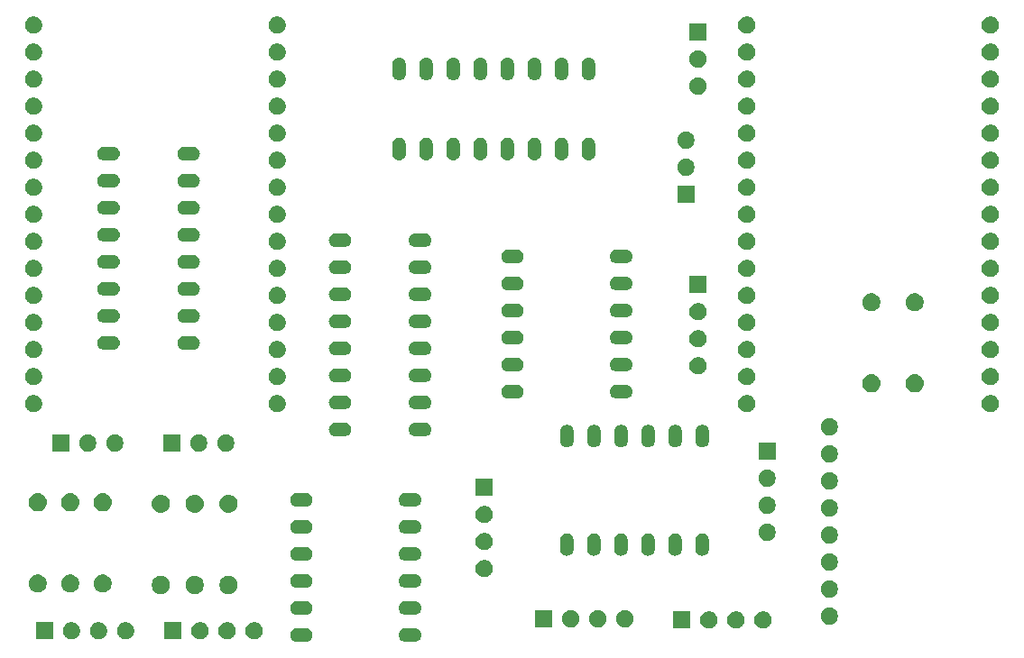
<source format=gbr>
G04 #@! TF.GenerationSoftware,KiCad,Pcbnew,(5.1.4)-1*
G04 #@! TF.CreationDate,2019-10-31T11:37:51-04:00*
G04 #@! TF.ProjectId,central_board,63656e74-7261-46c5-9f62-6f6172642e6b,v01*
G04 #@! TF.SameCoordinates,Original*
G04 #@! TF.FileFunction,Soldermask,Bot*
G04 #@! TF.FilePolarity,Negative*
%FSLAX46Y46*%
G04 Gerber Fmt 4.6, Leading zero omitted, Abs format (unit mm)*
G04 Created by KiCad (PCBNEW (5.1.4)-1) date 2019-10-31 11:37:51*
%MOMM*%
%LPD*%
G04 APERTURE LIST*
%ADD10C,0.100000*%
G04 APERTURE END LIST*
D10*
G36*
X126848855Y-121653140D02*
G01*
X126912618Y-121659420D01*
X126989879Y-121682857D01*
X127035336Y-121696646D01*
X127148425Y-121757094D01*
X127247554Y-121838446D01*
X127328906Y-121937575D01*
X127389354Y-122050664D01*
X127389355Y-122050668D01*
X127426580Y-122173382D01*
X127439149Y-122301000D01*
X127426580Y-122428618D01*
X127399040Y-122519404D01*
X127389354Y-122551336D01*
X127328906Y-122664425D01*
X127247554Y-122763554D01*
X127148425Y-122844906D01*
X127035336Y-122905354D01*
X127003404Y-122915040D01*
X126912618Y-122942580D01*
X126848855Y-122948860D01*
X126816974Y-122952000D01*
X125953026Y-122952000D01*
X125921145Y-122948860D01*
X125857382Y-122942580D01*
X125766596Y-122915040D01*
X125734664Y-122905354D01*
X125621575Y-122844906D01*
X125522446Y-122763554D01*
X125441094Y-122664425D01*
X125380646Y-122551336D01*
X125370960Y-122519404D01*
X125343420Y-122428618D01*
X125330851Y-122301000D01*
X125343420Y-122173382D01*
X125380645Y-122050668D01*
X125380646Y-122050664D01*
X125441094Y-121937575D01*
X125522446Y-121838446D01*
X125621575Y-121757094D01*
X125734664Y-121696646D01*
X125780121Y-121682857D01*
X125857382Y-121659420D01*
X125921145Y-121653140D01*
X125953026Y-121650000D01*
X126816974Y-121650000D01*
X126848855Y-121653140D01*
X126848855Y-121653140D01*
G37*
G36*
X116648855Y-121653140D02*
G01*
X116712618Y-121659420D01*
X116789879Y-121682857D01*
X116835336Y-121696646D01*
X116948425Y-121757094D01*
X117047554Y-121838446D01*
X117128906Y-121937575D01*
X117189354Y-122050664D01*
X117189355Y-122050668D01*
X117226580Y-122173382D01*
X117239149Y-122301000D01*
X117226580Y-122428618D01*
X117199040Y-122519404D01*
X117189354Y-122551336D01*
X117128906Y-122664425D01*
X117047554Y-122763554D01*
X116948425Y-122844906D01*
X116835336Y-122905354D01*
X116803404Y-122915040D01*
X116712618Y-122942580D01*
X116648855Y-122948860D01*
X116616974Y-122952000D01*
X115753026Y-122952000D01*
X115721145Y-122948860D01*
X115657382Y-122942580D01*
X115566596Y-122915040D01*
X115534664Y-122905354D01*
X115421575Y-122844906D01*
X115322446Y-122763554D01*
X115241094Y-122664425D01*
X115180646Y-122551336D01*
X115170960Y-122519404D01*
X115143420Y-122428618D01*
X115130851Y-122301000D01*
X115143420Y-122173382D01*
X115180645Y-122050668D01*
X115180646Y-122050664D01*
X115241094Y-121937575D01*
X115322446Y-121838446D01*
X115421575Y-121757094D01*
X115534664Y-121696646D01*
X115580121Y-121682857D01*
X115657382Y-121659420D01*
X115721145Y-121653140D01*
X115753026Y-121650000D01*
X116616974Y-121650000D01*
X116648855Y-121653140D01*
X116648855Y-121653140D01*
G37*
G36*
X111997142Y-121138242D02*
G01*
X112145101Y-121199529D01*
X112278255Y-121288499D01*
X112391501Y-121401745D01*
X112480471Y-121534899D01*
X112541758Y-121682858D01*
X112573000Y-121839925D01*
X112573000Y-122000075D01*
X112541758Y-122157142D01*
X112480471Y-122305101D01*
X112391501Y-122438255D01*
X112278255Y-122551501D01*
X112145101Y-122640471D01*
X111997142Y-122701758D01*
X111840075Y-122733000D01*
X111679925Y-122733000D01*
X111522858Y-122701758D01*
X111374899Y-122640471D01*
X111241745Y-122551501D01*
X111128499Y-122438255D01*
X111039529Y-122305101D01*
X110978242Y-122157142D01*
X110947000Y-122000075D01*
X110947000Y-121839925D01*
X110978242Y-121682858D01*
X111039529Y-121534899D01*
X111128499Y-121401745D01*
X111241745Y-121288499D01*
X111374899Y-121199529D01*
X111522858Y-121138242D01*
X111679925Y-121107000D01*
X111840075Y-121107000D01*
X111997142Y-121138242D01*
X111997142Y-121138242D01*
G37*
G36*
X109457142Y-121138242D02*
G01*
X109605101Y-121199529D01*
X109738255Y-121288499D01*
X109851501Y-121401745D01*
X109940471Y-121534899D01*
X110001758Y-121682858D01*
X110033000Y-121839925D01*
X110033000Y-122000075D01*
X110001758Y-122157142D01*
X109940471Y-122305101D01*
X109851501Y-122438255D01*
X109738255Y-122551501D01*
X109605101Y-122640471D01*
X109457142Y-122701758D01*
X109300075Y-122733000D01*
X109139925Y-122733000D01*
X108982858Y-122701758D01*
X108834899Y-122640471D01*
X108701745Y-122551501D01*
X108588499Y-122438255D01*
X108499529Y-122305101D01*
X108438242Y-122157142D01*
X108407000Y-122000075D01*
X108407000Y-121839925D01*
X108438242Y-121682858D01*
X108499529Y-121534899D01*
X108588499Y-121401745D01*
X108701745Y-121288499D01*
X108834899Y-121199529D01*
X108982858Y-121138242D01*
X109139925Y-121107000D01*
X109300075Y-121107000D01*
X109457142Y-121138242D01*
X109457142Y-121138242D01*
G37*
G36*
X106917142Y-121138242D02*
G01*
X107065101Y-121199529D01*
X107198255Y-121288499D01*
X107311501Y-121401745D01*
X107400471Y-121534899D01*
X107461758Y-121682858D01*
X107493000Y-121839925D01*
X107493000Y-122000075D01*
X107461758Y-122157142D01*
X107400471Y-122305101D01*
X107311501Y-122438255D01*
X107198255Y-122551501D01*
X107065101Y-122640471D01*
X106917142Y-122701758D01*
X106760075Y-122733000D01*
X106599925Y-122733000D01*
X106442858Y-122701758D01*
X106294899Y-122640471D01*
X106161745Y-122551501D01*
X106048499Y-122438255D01*
X105959529Y-122305101D01*
X105898242Y-122157142D01*
X105867000Y-122000075D01*
X105867000Y-121839925D01*
X105898242Y-121682858D01*
X105959529Y-121534899D01*
X106048499Y-121401745D01*
X106161745Y-121288499D01*
X106294899Y-121199529D01*
X106442858Y-121138242D01*
X106599925Y-121107000D01*
X106760075Y-121107000D01*
X106917142Y-121138242D01*
X106917142Y-121138242D01*
G37*
G36*
X104953000Y-122733000D02*
G01*
X103327000Y-122733000D01*
X103327000Y-121107000D01*
X104953000Y-121107000D01*
X104953000Y-122733000D01*
X104953000Y-122733000D01*
G37*
G36*
X99932142Y-121138242D02*
G01*
X100080101Y-121199529D01*
X100213255Y-121288499D01*
X100326501Y-121401745D01*
X100415471Y-121534899D01*
X100476758Y-121682858D01*
X100508000Y-121839925D01*
X100508000Y-122000075D01*
X100476758Y-122157142D01*
X100415471Y-122305101D01*
X100326501Y-122438255D01*
X100213255Y-122551501D01*
X100080101Y-122640471D01*
X99932142Y-122701758D01*
X99775075Y-122733000D01*
X99614925Y-122733000D01*
X99457858Y-122701758D01*
X99309899Y-122640471D01*
X99176745Y-122551501D01*
X99063499Y-122438255D01*
X98974529Y-122305101D01*
X98913242Y-122157142D01*
X98882000Y-122000075D01*
X98882000Y-121839925D01*
X98913242Y-121682858D01*
X98974529Y-121534899D01*
X99063499Y-121401745D01*
X99176745Y-121288499D01*
X99309899Y-121199529D01*
X99457858Y-121138242D01*
X99614925Y-121107000D01*
X99775075Y-121107000D01*
X99932142Y-121138242D01*
X99932142Y-121138242D01*
G37*
G36*
X94852142Y-121138242D02*
G01*
X95000101Y-121199529D01*
X95133255Y-121288499D01*
X95246501Y-121401745D01*
X95335471Y-121534899D01*
X95396758Y-121682858D01*
X95428000Y-121839925D01*
X95428000Y-122000075D01*
X95396758Y-122157142D01*
X95335471Y-122305101D01*
X95246501Y-122438255D01*
X95133255Y-122551501D01*
X95000101Y-122640471D01*
X94852142Y-122701758D01*
X94695075Y-122733000D01*
X94534925Y-122733000D01*
X94377858Y-122701758D01*
X94229899Y-122640471D01*
X94096745Y-122551501D01*
X93983499Y-122438255D01*
X93894529Y-122305101D01*
X93833242Y-122157142D01*
X93802000Y-122000075D01*
X93802000Y-121839925D01*
X93833242Y-121682858D01*
X93894529Y-121534899D01*
X93983499Y-121401745D01*
X94096745Y-121288499D01*
X94229899Y-121199529D01*
X94377858Y-121138242D01*
X94534925Y-121107000D01*
X94695075Y-121107000D01*
X94852142Y-121138242D01*
X94852142Y-121138242D01*
G37*
G36*
X97392142Y-121138242D02*
G01*
X97540101Y-121199529D01*
X97673255Y-121288499D01*
X97786501Y-121401745D01*
X97875471Y-121534899D01*
X97936758Y-121682858D01*
X97968000Y-121839925D01*
X97968000Y-122000075D01*
X97936758Y-122157142D01*
X97875471Y-122305101D01*
X97786501Y-122438255D01*
X97673255Y-122551501D01*
X97540101Y-122640471D01*
X97392142Y-122701758D01*
X97235075Y-122733000D01*
X97074925Y-122733000D01*
X96917858Y-122701758D01*
X96769899Y-122640471D01*
X96636745Y-122551501D01*
X96523499Y-122438255D01*
X96434529Y-122305101D01*
X96373242Y-122157142D01*
X96342000Y-122000075D01*
X96342000Y-121839925D01*
X96373242Y-121682858D01*
X96434529Y-121534899D01*
X96523499Y-121401745D01*
X96636745Y-121288499D01*
X96769899Y-121199529D01*
X96917858Y-121138242D01*
X97074925Y-121107000D01*
X97235075Y-121107000D01*
X97392142Y-121138242D01*
X97392142Y-121138242D01*
G37*
G36*
X92888000Y-122733000D02*
G01*
X91262000Y-122733000D01*
X91262000Y-121107000D01*
X92888000Y-121107000D01*
X92888000Y-122733000D01*
X92888000Y-122733000D01*
G37*
G36*
X152705000Y-121717000D02*
G01*
X151079000Y-121717000D01*
X151079000Y-120091000D01*
X152705000Y-120091000D01*
X152705000Y-121717000D01*
X152705000Y-121717000D01*
G37*
G36*
X154669142Y-120122242D02*
G01*
X154817101Y-120183529D01*
X154950255Y-120272499D01*
X155063501Y-120385745D01*
X155152471Y-120518899D01*
X155213758Y-120666858D01*
X155245000Y-120823925D01*
X155245000Y-120984075D01*
X155213758Y-121141142D01*
X155152471Y-121289101D01*
X155063501Y-121422255D01*
X154950255Y-121535501D01*
X154817101Y-121624471D01*
X154669142Y-121685758D01*
X154512075Y-121717000D01*
X154351925Y-121717000D01*
X154194858Y-121685758D01*
X154046899Y-121624471D01*
X153913745Y-121535501D01*
X153800499Y-121422255D01*
X153711529Y-121289101D01*
X153650242Y-121141142D01*
X153619000Y-120984075D01*
X153619000Y-120823925D01*
X153650242Y-120666858D01*
X153711529Y-120518899D01*
X153800499Y-120385745D01*
X153913745Y-120272499D01*
X154046899Y-120183529D01*
X154194858Y-120122242D01*
X154351925Y-120091000D01*
X154512075Y-120091000D01*
X154669142Y-120122242D01*
X154669142Y-120122242D01*
G37*
G36*
X157209142Y-120122242D02*
G01*
X157357101Y-120183529D01*
X157490255Y-120272499D01*
X157603501Y-120385745D01*
X157692471Y-120518899D01*
X157753758Y-120666858D01*
X157785000Y-120823925D01*
X157785000Y-120984075D01*
X157753758Y-121141142D01*
X157692471Y-121289101D01*
X157603501Y-121422255D01*
X157490255Y-121535501D01*
X157357101Y-121624471D01*
X157209142Y-121685758D01*
X157052075Y-121717000D01*
X156891925Y-121717000D01*
X156734858Y-121685758D01*
X156586899Y-121624471D01*
X156453745Y-121535501D01*
X156340499Y-121422255D01*
X156251529Y-121289101D01*
X156190242Y-121141142D01*
X156159000Y-120984075D01*
X156159000Y-120823925D01*
X156190242Y-120666858D01*
X156251529Y-120518899D01*
X156340499Y-120385745D01*
X156453745Y-120272499D01*
X156586899Y-120183529D01*
X156734858Y-120122242D01*
X156891925Y-120091000D01*
X157052075Y-120091000D01*
X157209142Y-120122242D01*
X157209142Y-120122242D01*
G37*
G36*
X159749142Y-120122242D02*
G01*
X159897101Y-120183529D01*
X160030255Y-120272499D01*
X160143501Y-120385745D01*
X160232471Y-120518899D01*
X160293758Y-120666858D01*
X160325000Y-120823925D01*
X160325000Y-120984075D01*
X160293758Y-121141142D01*
X160232471Y-121289101D01*
X160143501Y-121422255D01*
X160030255Y-121535501D01*
X159897101Y-121624471D01*
X159749142Y-121685758D01*
X159592075Y-121717000D01*
X159431925Y-121717000D01*
X159274858Y-121685758D01*
X159126899Y-121624471D01*
X158993745Y-121535501D01*
X158880499Y-121422255D01*
X158791529Y-121289101D01*
X158730242Y-121141142D01*
X158699000Y-120984075D01*
X158699000Y-120823925D01*
X158730242Y-120666858D01*
X158791529Y-120518899D01*
X158880499Y-120385745D01*
X158993745Y-120272499D01*
X159126899Y-120183529D01*
X159274858Y-120122242D01*
X159431925Y-120091000D01*
X159592075Y-120091000D01*
X159749142Y-120122242D01*
X159749142Y-120122242D01*
G37*
G36*
X146795142Y-119995242D02*
G01*
X146943101Y-120056529D01*
X147076255Y-120145499D01*
X147189501Y-120258745D01*
X147278471Y-120391899D01*
X147339758Y-120539858D01*
X147371000Y-120696925D01*
X147371000Y-120857075D01*
X147339758Y-121014142D01*
X147278471Y-121162101D01*
X147189501Y-121295255D01*
X147076255Y-121408501D01*
X146943101Y-121497471D01*
X146795142Y-121558758D01*
X146638075Y-121590000D01*
X146477925Y-121590000D01*
X146320858Y-121558758D01*
X146172899Y-121497471D01*
X146039745Y-121408501D01*
X145926499Y-121295255D01*
X145837529Y-121162101D01*
X145776242Y-121014142D01*
X145745000Y-120857075D01*
X145745000Y-120696925D01*
X145776242Y-120539858D01*
X145837529Y-120391899D01*
X145926499Y-120258745D01*
X146039745Y-120145499D01*
X146172899Y-120056529D01*
X146320858Y-119995242D01*
X146477925Y-119964000D01*
X146638075Y-119964000D01*
X146795142Y-119995242D01*
X146795142Y-119995242D01*
G37*
G36*
X144255142Y-119995242D02*
G01*
X144403101Y-120056529D01*
X144536255Y-120145499D01*
X144649501Y-120258745D01*
X144738471Y-120391899D01*
X144799758Y-120539858D01*
X144831000Y-120696925D01*
X144831000Y-120857075D01*
X144799758Y-121014142D01*
X144738471Y-121162101D01*
X144649501Y-121295255D01*
X144536255Y-121408501D01*
X144403101Y-121497471D01*
X144255142Y-121558758D01*
X144098075Y-121590000D01*
X143937925Y-121590000D01*
X143780858Y-121558758D01*
X143632899Y-121497471D01*
X143499745Y-121408501D01*
X143386499Y-121295255D01*
X143297529Y-121162101D01*
X143236242Y-121014142D01*
X143205000Y-120857075D01*
X143205000Y-120696925D01*
X143236242Y-120539858D01*
X143297529Y-120391899D01*
X143386499Y-120258745D01*
X143499745Y-120145499D01*
X143632899Y-120056529D01*
X143780858Y-119995242D01*
X143937925Y-119964000D01*
X144098075Y-119964000D01*
X144255142Y-119995242D01*
X144255142Y-119995242D01*
G37*
G36*
X141715142Y-119995242D02*
G01*
X141863101Y-120056529D01*
X141996255Y-120145499D01*
X142109501Y-120258745D01*
X142198471Y-120391899D01*
X142259758Y-120539858D01*
X142291000Y-120696925D01*
X142291000Y-120857075D01*
X142259758Y-121014142D01*
X142198471Y-121162101D01*
X142109501Y-121295255D01*
X141996255Y-121408501D01*
X141863101Y-121497471D01*
X141715142Y-121558758D01*
X141558075Y-121590000D01*
X141397925Y-121590000D01*
X141240858Y-121558758D01*
X141092899Y-121497471D01*
X140959745Y-121408501D01*
X140846499Y-121295255D01*
X140757529Y-121162101D01*
X140696242Y-121014142D01*
X140665000Y-120857075D01*
X140665000Y-120696925D01*
X140696242Y-120539858D01*
X140757529Y-120391899D01*
X140846499Y-120258745D01*
X140959745Y-120145499D01*
X141092899Y-120056529D01*
X141240858Y-119995242D01*
X141397925Y-119964000D01*
X141558075Y-119964000D01*
X141715142Y-119995242D01*
X141715142Y-119995242D01*
G37*
G36*
X139751000Y-121590000D02*
G01*
X138125000Y-121590000D01*
X138125000Y-119964000D01*
X139751000Y-119964000D01*
X139751000Y-121590000D01*
X139751000Y-121590000D01*
G37*
G36*
X165972142Y-119741242D02*
G01*
X166120101Y-119802529D01*
X166253255Y-119891499D01*
X166366501Y-120004745D01*
X166455471Y-120137899D01*
X166516758Y-120285858D01*
X166548000Y-120442925D01*
X166548000Y-120603075D01*
X166516758Y-120760142D01*
X166455471Y-120908101D01*
X166366501Y-121041255D01*
X166253255Y-121154501D01*
X166120101Y-121243471D01*
X165972142Y-121304758D01*
X165815075Y-121336000D01*
X165654925Y-121336000D01*
X165497858Y-121304758D01*
X165349899Y-121243471D01*
X165216745Y-121154501D01*
X165103499Y-121041255D01*
X165014529Y-120908101D01*
X164953242Y-120760142D01*
X164922000Y-120603075D01*
X164922000Y-120442925D01*
X164953242Y-120285858D01*
X165014529Y-120137899D01*
X165103499Y-120004745D01*
X165216745Y-119891499D01*
X165349899Y-119802529D01*
X165497858Y-119741242D01*
X165654925Y-119710000D01*
X165815075Y-119710000D01*
X165972142Y-119741242D01*
X165972142Y-119741242D01*
G37*
G36*
X116648855Y-119113140D02*
G01*
X116712618Y-119119420D01*
X116803404Y-119146960D01*
X116835336Y-119156646D01*
X116948425Y-119217094D01*
X117047554Y-119298446D01*
X117128906Y-119397575D01*
X117189354Y-119510664D01*
X117189355Y-119510668D01*
X117226580Y-119633382D01*
X117239149Y-119761000D01*
X117226580Y-119888618D01*
X117225705Y-119891501D01*
X117189354Y-120011336D01*
X117128906Y-120124425D01*
X117047554Y-120223554D01*
X116948425Y-120304906D01*
X116835336Y-120365354D01*
X116803404Y-120375040D01*
X116712618Y-120402580D01*
X116648855Y-120408860D01*
X116616974Y-120412000D01*
X115753026Y-120412000D01*
X115721145Y-120408860D01*
X115657382Y-120402580D01*
X115566596Y-120375040D01*
X115534664Y-120365354D01*
X115421575Y-120304906D01*
X115322446Y-120223554D01*
X115241094Y-120124425D01*
X115180646Y-120011336D01*
X115144295Y-119891501D01*
X115143420Y-119888618D01*
X115130851Y-119761000D01*
X115143420Y-119633382D01*
X115180645Y-119510668D01*
X115180646Y-119510664D01*
X115241094Y-119397575D01*
X115322446Y-119298446D01*
X115421575Y-119217094D01*
X115534664Y-119156646D01*
X115566596Y-119146960D01*
X115657382Y-119119420D01*
X115721145Y-119113140D01*
X115753026Y-119110000D01*
X116616974Y-119110000D01*
X116648855Y-119113140D01*
X116648855Y-119113140D01*
G37*
G36*
X126848855Y-119113140D02*
G01*
X126912618Y-119119420D01*
X127003404Y-119146960D01*
X127035336Y-119156646D01*
X127148425Y-119217094D01*
X127247554Y-119298446D01*
X127328906Y-119397575D01*
X127389354Y-119510664D01*
X127389355Y-119510668D01*
X127426580Y-119633382D01*
X127439149Y-119761000D01*
X127426580Y-119888618D01*
X127425705Y-119891501D01*
X127389354Y-120011336D01*
X127328906Y-120124425D01*
X127247554Y-120223554D01*
X127148425Y-120304906D01*
X127035336Y-120365354D01*
X127003404Y-120375040D01*
X126912618Y-120402580D01*
X126848855Y-120408860D01*
X126816974Y-120412000D01*
X125953026Y-120412000D01*
X125921145Y-120408860D01*
X125857382Y-120402580D01*
X125766596Y-120375040D01*
X125734664Y-120365354D01*
X125621575Y-120304906D01*
X125522446Y-120223554D01*
X125441094Y-120124425D01*
X125380646Y-120011336D01*
X125344295Y-119891501D01*
X125343420Y-119888618D01*
X125330851Y-119761000D01*
X125343420Y-119633382D01*
X125380645Y-119510668D01*
X125380646Y-119510664D01*
X125441094Y-119397575D01*
X125522446Y-119298446D01*
X125621575Y-119217094D01*
X125734664Y-119156646D01*
X125766596Y-119146960D01*
X125857382Y-119119420D01*
X125921145Y-119113140D01*
X125953026Y-119110000D01*
X126816974Y-119110000D01*
X126848855Y-119113140D01*
X126848855Y-119113140D01*
G37*
G36*
X165972142Y-117201242D02*
G01*
X166120101Y-117262529D01*
X166253255Y-117351499D01*
X166366501Y-117464745D01*
X166455471Y-117597899D01*
X166516758Y-117745858D01*
X166548000Y-117902925D01*
X166548000Y-118063075D01*
X166516758Y-118220142D01*
X166455471Y-118368101D01*
X166366501Y-118501255D01*
X166253255Y-118614501D01*
X166120101Y-118703471D01*
X165972142Y-118764758D01*
X165815075Y-118796000D01*
X165654925Y-118796000D01*
X165497858Y-118764758D01*
X165349899Y-118703471D01*
X165216745Y-118614501D01*
X165103499Y-118501255D01*
X165014529Y-118368101D01*
X164953242Y-118220142D01*
X164922000Y-118063075D01*
X164922000Y-117902925D01*
X164953242Y-117745858D01*
X165014529Y-117597899D01*
X165103499Y-117464745D01*
X165216745Y-117351499D01*
X165349899Y-117262529D01*
X165497858Y-117201242D01*
X165654925Y-117170000D01*
X165815075Y-117170000D01*
X165972142Y-117201242D01*
X165972142Y-117201242D01*
G37*
G36*
X103245228Y-116783703D02*
G01*
X103400100Y-116847853D01*
X103539481Y-116940985D01*
X103658015Y-117059519D01*
X103751147Y-117198900D01*
X103815297Y-117353772D01*
X103848000Y-117518184D01*
X103848000Y-117685816D01*
X103815297Y-117850228D01*
X103751147Y-118005100D01*
X103658015Y-118144481D01*
X103539481Y-118263015D01*
X103400100Y-118356147D01*
X103245228Y-118420297D01*
X103080816Y-118453000D01*
X102913184Y-118453000D01*
X102748772Y-118420297D01*
X102593900Y-118356147D01*
X102454519Y-118263015D01*
X102335985Y-118144481D01*
X102242853Y-118005100D01*
X102178703Y-117850228D01*
X102146000Y-117685816D01*
X102146000Y-117518184D01*
X102178703Y-117353772D01*
X102242853Y-117198900D01*
X102335985Y-117059519D01*
X102454519Y-116940985D01*
X102593900Y-116847853D01*
X102748772Y-116783703D01*
X102913184Y-116751000D01*
X103080816Y-116751000D01*
X103245228Y-116783703D01*
X103245228Y-116783703D01*
G37*
G36*
X109595228Y-116783703D02*
G01*
X109750100Y-116847853D01*
X109889481Y-116940985D01*
X110008015Y-117059519D01*
X110101147Y-117198900D01*
X110165297Y-117353772D01*
X110198000Y-117518184D01*
X110198000Y-117685816D01*
X110165297Y-117850228D01*
X110101147Y-118005100D01*
X110008015Y-118144481D01*
X109889481Y-118263015D01*
X109750100Y-118356147D01*
X109595228Y-118420297D01*
X109430816Y-118453000D01*
X109263184Y-118453000D01*
X109098772Y-118420297D01*
X108943900Y-118356147D01*
X108804519Y-118263015D01*
X108685985Y-118144481D01*
X108592853Y-118005100D01*
X108528703Y-117850228D01*
X108496000Y-117685816D01*
X108496000Y-117518184D01*
X108528703Y-117353772D01*
X108592853Y-117198900D01*
X108685985Y-117059519D01*
X108804519Y-116940985D01*
X108943900Y-116847853D01*
X109098772Y-116783703D01*
X109263184Y-116751000D01*
X109430816Y-116751000D01*
X109595228Y-116783703D01*
X109595228Y-116783703D01*
G37*
G36*
X106420228Y-116783703D02*
G01*
X106575100Y-116847853D01*
X106714481Y-116940985D01*
X106833015Y-117059519D01*
X106926147Y-117198900D01*
X106990297Y-117353772D01*
X107023000Y-117518184D01*
X107023000Y-117685816D01*
X106990297Y-117850228D01*
X106926147Y-118005100D01*
X106833015Y-118144481D01*
X106714481Y-118263015D01*
X106575100Y-118356147D01*
X106420228Y-118420297D01*
X106255816Y-118453000D01*
X106088184Y-118453000D01*
X105923772Y-118420297D01*
X105768900Y-118356147D01*
X105629519Y-118263015D01*
X105510985Y-118144481D01*
X105417853Y-118005100D01*
X105353703Y-117850228D01*
X105321000Y-117685816D01*
X105321000Y-117518184D01*
X105353703Y-117353772D01*
X105417853Y-117198900D01*
X105510985Y-117059519D01*
X105629519Y-116940985D01*
X105768900Y-116847853D01*
X105923772Y-116783703D01*
X106088184Y-116751000D01*
X106255816Y-116751000D01*
X106420228Y-116783703D01*
X106420228Y-116783703D01*
G37*
G36*
X97784228Y-116656703D02*
G01*
X97939100Y-116720853D01*
X98078481Y-116813985D01*
X98197015Y-116932519D01*
X98290147Y-117071900D01*
X98354297Y-117226772D01*
X98387000Y-117391184D01*
X98387000Y-117558816D01*
X98354297Y-117723228D01*
X98290147Y-117878100D01*
X98197015Y-118017481D01*
X98078481Y-118136015D01*
X97939100Y-118229147D01*
X97784228Y-118293297D01*
X97619816Y-118326000D01*
X97452184Y-118326000D01*
X97287772Y-118293297D01*
X97132900Y-118229147D01*
X96993519Y-118136015D01*
X96874985Y-118017481D01*
X96781853Y-117878100D01*
X96717703Y-117723228D01*
X96685000Y-117558816D01*
X96685000Y-117391184D01*
X96717703Y-117226772D01*
X96781853Y-117071900D01*
X96874985Y-116932519D01*
X96993519Y-116813985D01*
X97132900Y-116720853D01*
X97287772Y-116656703D01*
X97452184Y-116624000D01*
X97619816Y-116624000D01*
X97784228Y-116656703D01*
X97784228Y-116656703D01*
G37*
G36*
X94736228Y-116656703D02*
G01*
X94891100Y-116720853D01*
X95030481Y-116813985D01*
X95149015Y-116932519D01*
X95242147Y-117071900D01*
X95306297Y-117226772D01*
X95339000Y-117391184D01*
X95339000Y-117558816D01*
X95306297Y-117723228D01*
X95242147Y-117878100D01*
X95149015Y-118017481D01*
X95030481Y-118136015D01*
X94891100Y-118229147D01*
X94736228Y-118293297D01*
X94571816Y-118326000D01*
X94404184Y-118326000D01*
X94239772Y-118293297D01*
X94084900Y-118229147D01*
X93945519Y-118136015D01*
X93826985Y-118017481D01*
X93733853Y-117878100D01*
X93669703Y-117723228D01*
X93637000Y-117558816D01*
X93637000Y-117391184D01*
X93669703Y-117226772D01*
X93733853Y-117071900D01*
X93826985Y-116932519D01*
X93945519Y-116813985D01*
X94084900Y-116720853D01*
X94239772Y-116656703D01*
X94404184Y-116624000D01*
X94571816Y-116624000D01*
X94736228Y-116656703D01*
X94736228Y-116656703D01*
G37*
G36*
X91688228Y-116656703D02*
G01*
X91843100Y-116720853D01*
X91982481Y-116813985D01*
X92101015Y-116932519D01*
X92194147Y-117071900D01*
X92258297Y-117226772D01*
X92291000Y-117391184D01*
X92291000Y-117558816D01*
X92258297Y-117723228D01*
X92194147Y-117878100D01*
X92101015Y-118017481D01*
X91982481Y-118136015D01*
X91843100Y-118229147D01*
X91688228Y-118293297D01*
X91523816Y-118326000D01*
X91356184Y-118326000D01*
X91191772Y-118293297D01*
X91036900Y-118229147D01*
X90897519Y-118136015D01*
X90778985Y-118017481D01*
X90685853Y-117878100D01*
X90621703Y-117723228D01*
X90589000Y-117558816D01*
X90589000Y-117391184D01*
X90621703Y-117226772D01*
X90685853Y-117071900D01*
X90778985Y-116932519D01*
X90897519Y-116813985D01*
X91036900Y-116720853D01*
X91191772Y-116656703D01*
X91356184Y-116624000D01*
X91523816Y-116624000D01*
X91688228Y-116656703D01*
X91688228Y-116656703D01*
G37*
G36*
X126848855Y-116573140D02*
G01*
X126912618Y-116579420D01*
X127003404Y-116606960D01*
X127035336Y-116616646D01*
X127148425Y-116677094D01*
X127247554Y-116758446D01*
X127328906Y-116857575D01*
X127389354Y-116970664D01*
X127389355Y-116970668D01*
X127426580Y-117093382D01*
X127439149Y-117221000D01*
X127426580Y-117348618D01*
X127413667Y-117391185D01*
X127389354Y-117471336D01*
X127328906Y-117584425D01*
X127247554Y-117683554D01*
X127148425Y-117764906D01*
X127035336Y-117825354D01*
X127003404Y-117835040D01*
X126912618Y-117862580D01*
X126848855Y-117868860D01*
X126816974Y-117872000D01*
X125953026Y-117872000D01*
X125921145Y-117868860D01*
X125857382Y-117862580D01*
X125766596Y-117835040D01*
X125734664Y-117825354D01*
X125621575Y-117764906D01*
X125522446Y-117683554D01*
X125441094Y-117584425D01*
X125380646Y-117471336D01*
X125356333Y-117391185D01*
X125343420Y-117348618D01*
X125330851Y-117221000D01*
X125343420Y-117093382D01*
X125380645Y-116970668D01*
X125380646Y-116970664D01*
X125441094Y-116857575D01*
X125522446Y-116758446D01*
X125621575Y-116677094D01*
X125734664Y-116616646D01*
X125766596Y-116606960D01*
X125857382Y-116579420D01*
X125921145Y-116573140D01*
X125953026Y-116570000D01*
X126816974Y-116570000D01*
X126848855Y-116573140D01*
X126848855Y-116573140D01*
G37*
G36*
X116648855Y-116573140D02*
G01*
X116712618Y-116579420D01*
X116803404Y-116606960D01*
X116835336Y-116616646D01*
X116948425Y-116677094D01*
X117047554Y-116758446D01*
X117128906Y-116857575D01*
X117189354Y-116970664D01*
X117189355Y-116970668D01*
X117226580Y-117093382D01*
X117239149Y-117221000D01*
X117226580Y-117348618D01*
X117213667Y-117391185D01*
X117189354Y-117471336D01*
X117128906Y-117584425D01*
X117047554Y-117683554D01*
X116948425Y-117764906D01*
X116835336Y-117825354D01*
X116803404Y-117835040D01*
X116712618Y-117862580D01*
X116648855Y-117868860D01*
X116616974Y-117872000D01*
X115753026Y-117872000D01*
X115721145Y-117868860D01*
X115657382Y-117862580D01*
X115566596Y-117835040D01*
X115534664Y-117825354D01*
X115421575Y-117764906D01*
X115322446Y-117683554D01*
X115241094Y-117584425D01*
X115180646Y-117471336D01*
X115156333Y-117391185D01*
X115143420Y-117348618D01*
X115130851Y-117221000D01*
X115143420Y-117093382D01*
X115180645Y-116970668D01*
X115180646Y-116970664D01*
X115241094Y-116857575D01*
X115322446Y-116758446D01*
X115421575Y-116677094D01*
X115534664Y-116616646D01*
X115566596Y-116606960D01*
X115657382Y-116579420D01*
X115721145Y-116573140D01*
X115753026Y-116570000D01*
X116616974Y-116570000D01*
X116648855Y-116573140D01*
X116648855Y-116573140D01*
G37*
G36*
X133587142Y-115296242D02*
G01*
X133735101Y-115357529D01*
X133868255Y-115446499D01*
X133981501Y-115559745D01*
X134070471Y-115692899D01*
X134131758Y-115840858D01*
X134163000Y-115997925D01*
X134163000Y-116158075D01*
X134131758Y-116315142D01*
X134070471Y-116463101D01*
X133981501Y-116596255D01*
X133868255Y-116709501D01*
X133735101Y-116798471D01*
X133587142Y-116859758D01*
X133430075Y-116891000D01*
X133269925Y-116891000D01*
X133112858Y-116859758D01*
X132964899Y-116798471D01*
X132831745Y-116709501D01*
X132718499Y-116596255D01*
X132629529Y-116463101D01*
X132568242Y-116315142D01*
X132537000Y-116158075D01*
X132537000Y-115997925D01*
X132568242Y-115840858D01*
X132629529Y-115692899D01*
X132718499Y-115559745D01*
X132831745Y-115446499D01*
X132964899Y-115357529D01*
X133112858Y-115296242D01*
X133269925Y-115265000D01*
X133430075Y-115265000D01*
X133587142Y-115296242D01*
X133587142Y-115296242D01*
G37*
G36*
X165972142Y-114661242D02*
G01*
X166120101Y-114722529D01*
X166253255Y-114811499D01*
X166366501Y-114924745D01*
X166455471Y-115057899D01*
X166516758Y-115205858D01*
X166548000Y-115362925D01*
X166548000Y-115523075D01*
X166516758Y-115680142D01*
X166455471Y-115828101D01*
X166366501Y-115961255D01*
X166253255Y-116074501D01*
X166120101Y-116163471D01*
X165972142Y-116224758D01*
X165815075Y-116256000D01*
X165654925Y-116256000D01*
X165497858Y-116224758D01*
X165349899Y-116163471D01*
X165216745Y-116074501D01*
X165103499Y-115961255D01*
X165014529Y-115828101D01*
X164953242Y-115680142D01*
X164922000Y-115523075D01*
X164922000Y-115362925D01*
X164953242Y-115205858D01*
X165014529Y-115057899D01*
X165103499Y-114924745D01*
X165216745Y-114811499D01*
X165349899Y-114722529D01*
X165497858Y-114661242D01*
X165654925Y-114630000D01*
X165815075Y-114630000D01*
X165972142Y-114661242D01*
X165972142Y-114661242D01*
G37*
G36*
X126848855Y-114033140D02*
G01*
X126912618Y-114039420D01*
X127003404Y-114066960D01*
X127035336Y-114076646D01*
X127148425Y-114137094D01*
X127247554Y-114218446D01*
X127328906Y-114317575D01*
X127389354Y-114430664D01*
X127389355Y-114430668D01*
X127426580Y-114553382D01*
X127439149Y-114681000D01*
X127426580Y-114808618D01*
X127412941Y-114853580D01*
X127389354Y-114931336D01*
X127328906Y-115044425D01*
X127247554Y-115143554D01*
X127148425Y-115224906D01*
X127035336Y-115285354D01*
X127003404Y-115295040D01*
X126912618Y-115322580D01*
X126848855Y-115328860D01*
X126816974Y-115332000D01*
X125953026Y-115332000D01*
X125921145Y-115328860D01*
X125857382Y-115322580D01*
X125766596Y-115295040D01*
X125734664Y-115285354D01*
X125621575Y-115224906D01*
X125522446Y-115143554D01*
X125441094Y-115044425D01*
X125380646Y-114931336D01*
X125357059Y-114853580D01*
X125343420Y-114808618D01*
X125330851Y-114681000D01*
X125343420Y-114553382D01*
X125380645Y-114430668D01*
X125380646Y-114430664D01*
X125441094Y-114317575D01*
X125522446Y-114218446D01*
X125621575Y-114137094D01*
X125734664Y-114076646D01*
X125766596Y-114066960D01*
X125857382Y-114039420D01*
X125921145Y-114033140D01*
X125953026Y-114030000D01*
X126816974Y-114030000D01*
X126848855Y-114033140D01*
X126848855Y-114033140D01*
G37*
G36*
X116648855Y-114033140D02*
G01*
X116712618Y-114039420D01*
X116803404Y-114066960D01*
X116835336Y-114076646D01*
X116948425Y-114137094D01*
X117047554Y-114218446D01*
X117128906Y-114317575D01*
X117189354Y-114430664D01*
X117189355Y-114430668D01*
X117226580Y-114553382D01*
X117239149Y-114681000D01*
X117226580Y-114808618D01*
X117212941Y-114853580D01*
X117189354Y-114931336D01*
X117128906Y-115044425D01*
X117047554Y-115143554D01*
X116948425Y-115224906D01*
X116835336Y-115285354D01*
X116803404Y-115295040D01*
X116712618Y-115322580D01*
X116648855Y-115328860D01*
X116616974Y-115332000D01*
X115753026Y-115332000D01*
X115721145Y-115328860D01*
X115657382Y-115322580D01*
X115566596Y-115295040D01*
X115534664Y-115285354D01*
X115421575Y-115224906D01*
X115322446Y-115143554D01*
X115241094Y-115044425D01*
X115180646Y-114931336D01*
X115157059Y-114853580D01*
X115143420Y-114808618D01*
X115130851Y-114681000D01*
X115143420Y-114553382D01*
X115180645Y-114430668D01*
X115180646Y-114430664D01*
X115241094Y-114317575D01*
X115322446Y-114218446D01*
X115421575Y-114137094D01*
X115534664Y-114076646D01*
X115566596Y-114066960D01*
X115657382Y-114039420D01*
X115721145Y-114033140D01*
X115753026Y-114030000D01*
X116616974Y-114030000D01*
X116648855Y-114033140D01*
X116648855Y-114033140D01*
G37*
G36*
X141224618Y-112770420D02*
G01*
X141315404Y-112797960D01*
X141347336Y-112807646D01*
X141460425Y-112868094D01*
X141559554Y-112949446D01*
X141640906Y-113048575D01*
X141701354Y-113161664D01*
X141711040Y-113193596D01*
X141738580Y-113284382D01*
X141748000Y-113380027D01*
X141748000Y-114243973D01*
X141738580Y-114339618D01*
X141735127Y-114351000D01*
X141701354Y-114462336D01*
X141640906Y-114575425D01*
X141559554Y-114674553D01*
X141460424Y-114755906D01*
X141347335Y-114816354D01*
X141315403Y-114826040D01*
X141224617Y-114853580D01*
X141097000Y-114866149D01*
X140969382Y-114853580D01*
X140878596Y-114826040D01*
X140846664Y-114816354D01*
X140733575Y-114755906D01*
X140634447Y-114674554D01*
X140553094Y-114575424D01*
X140492646Y-114462335D01*
X140482960Y-114430403D01*
X140455420Y-114339617D01*
X140446000Y-114243972D01*
X140446000Y-113380027D01*
X140455420Y-113284382D01*
X140488282Y-113176054D01*
X140492647Y-113161664D01*
X140553095Y-113048575D01*
X140634447Y-112949446D01*
X140733576Y-112868094D01*
X140846665Y-112807646D01*
X140878597Y-112797960D01*
X140969383Y-112770420D01*
X141097000Y-112757851D01*
X141224618Y-112770420D01*
X141224618Y-112770420D01*
G37*
G36*
X143764618Y-112770420D02*
G01*
X143855404Y-112797960D01*
X143887336Y-112807646D01*
X144000425Y-112868094D01*
X144099554Y-112949446D01*
X144180906Y-113048575D01*
X144241354Y-113161664D01*
X144251040Y-113193596D01*
X144278580Y-113284382D01*
X144288000Y-113380027D01*
X144288000Y-114243973D01*
X144278580Y-114339618D01*
X144275127Y-114351000D01*
X144241354Y-114462336D01*
X144180906Y-114575425D01*
X144099554Y-114674553D01*
X144000424Y-114755906D01*
X143887335Y-114816354D01*
X143855403Y-114826040D01*
X143764617Y-114853580D01*
X143637000Y-114866149D01*
X143509382Y-114853580D01*
X143418596Y-114826040D01*
X143386664Y-114816354D01*
X143273575Y-114755906D01*
X143174447Y-114674554D01*
X143093094Y-114575424D01*
X143032646Y-114462335D01*
X143022960Y-114430403D01*
X142995420Y-114339617D01*
X142986000Y-114243972D01*
X142986000Y-113380027D01*
X142995420Y-113284382D01*
X143028282Y-113176054D01*
X143032647Y-113161664D01*
X143093095Y-113048575D01*
X143174447Y-112949446D01*
X143273576Y-112868094D01*
X143386665Y-112807646D01*
X143418597Y-112797960D01*
X143509383Y-112770420D01*
X143637000Y-112757851D01*
X143764618Y-112770420D01*
X143764618Y-112770420D01*
G37*
G36*
X146304618Y-112770420D02*
G01*
X146395404Y-112797960D01*
X146427336Y-112807646D01*
X146540425Y-112868094D01*
X146639554Y-112949446D01*
X146720906Y-113048575D01*
X146781354Y-113161664D01*
X146791040Y-113193596D01*
X146818580Y-113284382D01*
X146828000Y-113380027D01*
X146828000Y-114243973D01*
X146818580Y-114339618D01*
X146815127Y-114351000D01*
X146781354Y-114462336D01*
X146720906Y-114575425D01*
X146639554Y-114674553D01*
X146540424Y-114755906D01*
X146427335Y-114816354D01*
X146395403Y-114826040D01*
X146304617Y-114853580D01*
X146177000Y-114866149D01*
X146049382Y-114853580D01*
X145958596Y-114826040D01*
X145926664Y-114816354D01*
X145813575Y-114755906D01*
X145714447Y-114674554D01*
X145633094Y-114575424D01*
X145572646Y-114462335D01*
X145562960Y-114430403D01*
X145535420Y-114339617D01*
X145526000Y-114243972D01*
X145526000Y-113380027D01*
X145535420Y-113284382D01*
X145568282Y-113176054D01*
X145572647Y-113161664D01*
X145633095Y-113048575D01*
X145714447Y-112949446D01*
X145813576Y-112868094D01*
X145926665Y-112807646D01*
X145958597Y-112797960D01*
X146049383Y-112770420D01*
X146177000Y-112757851D01*
X146304618Y-112770420D01*
X146304618Y-112770420D01*
G37*
G36*
X148844618Y-112770420D02*
G01*
X148935404Y-112797960D01*
X148967336Y-112807646D01*
X149080425Y-112868094D01*
X149179554Y-112949446D01*
X149260906Y-113048575D01*
X149321354Y-113161664D01*
X149331040Y-113193596D01*
X149358580Y-113284382D01*
X149368000Y-113380027D01*
X149368000Y-114243973D01*
X149358580Y-114339618D01*
X149355127Y-114351000D01*
X149321354Y-114462336D01*
X149260906Y-114575425D01*
X149179554Y-114674553D01*
X149080424Y-114755906D01*
X148967335Y-114816354D01*
X148935403Y-114826040D01*
X148844617Y-114853580D01*
X148717000Y-114866149D01*
X148589382Y-114853580D01*
X148498596Y-114826040D01*
X148466664Y-114816354D01*
X148353575Y-114755906D01*
X148254447Y-114674554D01*
X148173094Y-114575424D01*
X148112646Y-114462335D01*
X148102960Y-114430403D01*
X148075420Y-114339617D01*
X148066000Y-114243972D01*
X148066000Y-113380027D01*
X148075420Y-113284382D01*
X148108282Y-113176054D01*
X148112647Y-113161664D01*
X148173095Y-113048575D01*
X148254447Y-112949446D01*
X148353576Y-112868094D01*
X148466665Y-112807646D01*
X148498597Y-112797960D01*
X148589383Y-112770420D01*
X148717000Y-112757851D01*
X148844618Y-112770420D01*
X148844618Y-112770420D01*
G37*
G36*
X153924618Y-112770420D02*
G01*
X154015404Y-112797960D01*
X154047336Y-112807646D01*
X154160425Y-112868094D01*
X154259554Y-112949446D01*
X154340906Y-113048575D01*
X154401354Y-113161664D01*
X154411040Y-113193596D01*
X154438580Y-113284382D01*
X154448000Y-113380027D01*
X154448000Y-114243973D01*
X154438580Y-114339618D01*
X154435127Y-114351000D01*
X154401354Y-114462336D01*
X154340906Y-114575425D01*
X154259554Y-114674553D01*
X154160424Y-114755906D01*
X154047335Y-114816354D01*
X154015403Y-114826040D01*
X153924617Y-114853580D01*
X153797000Y-114866149D01*
X153669382Y-114853580D01*
X153578596Y-114826040D01*
X153546664Y-114816354D01*
X153433575Y-114755906D01*
X153334447Y-114674554D01*
X153253094Y-114575424D01*
X153192646Y-114462335D01*
X153182960Y-114430403D01*
X153155420Y-114339617D01*
X153146000Y-114243972D01*
X153146000Y-113380027D01*
X153155420Y-113284382D01*
X153188282Y-113176054D01*
X153192647Y-113161664D01*
X153253095Y-113048575D01*
X153334447Y-112949446D01*
X153433576Y-112868094D01*
X153546665Y-112807646D01*
X153578597Y-112797960D01*
X153669383Y-112770420D01*
X153797000Y-112757851D01*
X153924618Y-112770420D01*
X153924618Y-112770420D01*
G37*
G36*
X151384618Y-112770420D02*
G01*
X151475404Y-112797960D01*
X151507336Y-112807646D01*
X151620425Y-112868094D01*
X151719554Y-112949446D01*
X151800906Y-113048575D01*
X151861354Y-113161664D01*
X151871040Y-113193596D01*
X151898580Y-113284382D01*
X151908000Y-113380027D01*
X151908000Y-114243973D01*
X151898580Y-114339618D01*
X151895127Y-114351000D01*
X151861354Y-114462336D01*
X151800906Y-114575425D01*
X151719554Y-114674553D01*
X151620424Y-114755906D01*
X151507335Y-114816354D01*
X151475403Y-114826040D01*
X151384617Y-114853580D01*
X151257000Y-114866149D01*
X151129382Y-114853580D01*
X151038596Y-114826040D01*
X151006664Y-114816354D01*
X150893575Y-114755906D01*
X150794447Y-114674554D01*
X150713094Y-114575424D01*
X150652646Y-114462335D01*
X150642960Y-114430403D01*
X150615420Y-114339617D01*
X150606000Y-114243972D01*
X150606000Y-113380027D01*
X150615420Y-113284382D01*
X150648282Y-113176054D01*
X150652647Y-113161664D01*
X150713095Y-113048575D01*
X150794447Y-112949446D01*
X150893576Y-112868094D01*
X151006665Y-112807646D01*
X151038597Y-112797960D01*
X151129383Y-112770420D01*
X151257000Y-112757851D01*
X151384618Y-112770420D01*
X151384618Y-112770420D01*
G37*
G36*
X133587142Y-112756242D02*
G01*
X133735101Y-112817529D01*
X133868255Y-112906499D01*
X133981501Y-113019745D01*
X134070471Y-113152899D01*
X134131758Y-113300858D01*
X134163000Y-113457925D01*
X134163000Y-113618075D01*
X134131758Y-113775142D01*
X134070471Y-113923101D01*
X133981501Y-114056255D01*
X133868255Y-114169501D01*
X133735101Y-114258471D01*
X133587142Y-114319758D01*
X133430075Y-114351000D01*
X133269925Y-114351000D01*
X133112858Y-114319758D01*
X132964899Y-114258471D01*
X132831745Y-114169501D01*
X132718499Y-114056255D01*
X132629529Y-113923101D01*
X132568242Y-113775142D01*
X132537000Y-113618075D01*
X132537000Y-113457925D01*
X132568242Y-113300858D01*
X132629529Y-113152899D01*
X132718499Y-113019745D01*
X132831745Y-112906499D01*
X132964899Y-112817529D01*
X133112858Y-112756242D01*
X133269925Y-112725000D01*
X133430075Y-112725000D01*
X133587142Y-112756242D01*
X133587142Y-112756242D01*
G37*
G36*
X165972142Y-112121242D02*
G01*
X166120101Y-112182529D01*
X166253255Y-112271499D01*
X166366501Y-112384745D01*
X166455471Y-112517899D01*
X166516758Y-112665858D01*
X166548000Y-112822925D01*
X166548000Y-112983075D01*
X166516758Y-113140142D01*
X166455471Y-113288101D01*
X166366501Y-113421255D01*
X166253255Y-113534501D01*
X166120101Y-113623471D01*
X165972142Y-113684758D01*
X165815075Y-113716000D01*
X165654925Y-113716000D01*
X165497858Y-113684758D01*
X165349899Y-113623471D01*
X165216745Y-113534501D01*
X165103499Y-113421255D01*
X165014529Y-113288101D01*
X164953242Y-113140142D01*
X164922000Y-112983075D01*
X164922000Y-112822925D01*
X164953242Y-112665858D01*
X165014529Y-112517899D01*
X165103499Y-112384745D01*
X165216745Y-112271499D01*
X165349899Y-112182529D01*
X165497858Y-112121242D01*
X165654925Y-112090000D01*
X165815075Y-112090000D01*
X165972142Y-112121242D01*
X165972142Y-112121242D01*
G37*
G36*
X160130142Y-111867242D02*
G01*
X160278101Y-111928529D01*
X160411255Y-112017499D01*
X160524501Y-112130745D01*
X160613471Y-112263899D01*
X160674758Y-112411858D01*
X160706000Y-112568925D01*
X160706000Y-112729075D01*
X160674758Y-112886142D01*
X160613471Y-113034101D01*
X160524501Y-113167255D01*
X160411255Y-113280501D01*
X160278101Y-113369471D01*
X160130142Y-113430758D01*
X159973075Y-113462000D01*
X159812925Y-113462000D01*
X159655858Y-113430758D01*
X159507899Y-113369471D01*
X159374745Y-113280501D01*
X159261499Y-113167255D01*
X159172529Y-113034101D01*
X159111242Y-112886142D01*
X159080000Y-112729075D01*
X159080000Y-112568925D01*
X159111242Y-112411858D01*
X159172529Y-112263899D01*
X159261499Y-112130745D01*
X159374745Y-112017499D01*
X159507899Y-111928529D01*
X159655858Y-111867242D01*
X159812925Y-111836000D01*
X159973075Y-111836000D01*
X160130142Y-111867242D01*
X160130142Y-111867242D01*
G37*
G36*
X116648855Y-111493140D02*
G01*
X116712618Y-111499420D01*
X116803404Y-111526960D01*
X116835336Y-111536646D01*
X116948425Y-111597094D01*
X117047554Y-111678446D01*
X117128906Y-111777575D01*
X117189354Y-111890664D01*
X117189355Y-111890668D01*
X117226580Y-112013382D01*
X117239149Y-112141000D01*
X117226580Y-112268618D01*
X117225705Y-112271501D01*
X117189354Y-112391336D01*
X117128906Y-112504425D01*
X117047554Y-112603554D01*
X116948425Y-112684906D01*
X116835336Y-112745354D01*
X116803404Y-112755040D01*
X116712618Y-112782580D01*
X116648855Y-112788860D01*
X116616974Y-112792000D01*
X115753026Y-112792000D01*
X115721145Y-112788860D01*
X115657382Y-112782580D01*
X115566596Y-112755040D01*
X115534664Y-112745354D01*
X115421575Y-112684906D01*
X115322446Y-112603554D01*
X115241094Y-112504425D01*
X115180646Y-112391336D01*
X115144295Y-112271501D01*
X115143420Y-112268618D01*
X115130851Y-112141000D01*
X115143420Y-112013382D01*
X115180645Y-111890668D01*
X115180646Y-111890664D01*
X115241094Y-111777575D01*
X115322446Y-111678446D01*
X115421575Y-111597094D01*
X115534664Y-111536646D01*
X115566596Y-111526960D01*
X115657382Y-111499420D01*
X115721145Y-111493140D01*
X115753026Y-111490000D01*
X116616974Y-111490000D01*
X116648855Y-111493140D01*
X116648855Y-111493140D01*
G37*
G36*
X126848855Y-111493140D02*
G01*
X126912618Y-111499420D01*
X127003404Y-111526960D01*
X127035336Y-111536646D01*
X127148425Y-111597094D01*
X127247554Y-111678446D01*
X127328906Y-111777575D01*
X127389354Y-111890664D01*
X127389355Y-111890668D01*
X127426580Y-112013382D01*
X127439149Y-112141000D01*
X127426580Y-112268618D01*
X127425705Y-112271501D01*
X127389354Y-112391336D01*
X127328906Y-112504425D01*
X127247554Y-112603554D01*
X127148425Y-112684906D01*
X127035336Y-112745354D01*
X127003404Y-112755040D01*
X126912618Y-112782580D01*
X126848855Y-112788860D01*
X126816974Y-112792000D01*
X125953026Y-112792000D01*
X125921145Y-112788860D01*
X125857382Y-112782580D01*
X125766596Y-112755040D01*
X125734664Y-112745354D01*
X125621575Y-112684906D01*
X125522446Y-112603554D01*
X125441094Y-112504425D01*
X125380646Y-112391336D01*
X125344295Y-112271501D01*
X125343420Y-112268618D01*
X125330851Y-112141000D01*
X125343420Y-112013382D01*
X125380645Y-111890668D01*
X125380646Y-111890664D01*
X125441094Y-111777575D01*
X125522446Y-111678446D01*
X125621575Y-111597094D01*
X125734664Y-111536646D01*
X125766596Y-111526960D01*
X125857382Y-111499420D01*
X125921145Y-111493140D01*
X125953026Y-111490000D01*
X126816974Y-111490000D01*
X126848855Y-111493140D01*
X126848855Y-111493140D01*
G37*
G36*
X133587142Y-110216242D02*
G01*
X133735101Y-110277529D01*
X133868255Y-110366499D01*
X133981501Y-110479745D01*
X134070471Y-110612899D01*
X134131758Y-110760858D01*
X134163000Y-110917925D01*
X134163000Y-111078075D01*
X134131758Y-111235142D01*
X134070471Y-111383101D01*
X133981501Y-111516255D01*
X133868255Y-111629501D01*
X133735101Y-111718471D01*
X133587142Y-111779758D01*
X133430075Y-111811000D01*
X133269925Y-111811000D01*
X133112858Y-111779758D01*
X132964899Y-111718471D01*
X132831745Y-111629501D01*
X132718499Y-111516255D01*
X132629529Y-111383101D01*
X132568242Y-111235142D01*
X132537000Y-111078075D01*
X132537000Y-110917925D01*
X132568242Y-110760858D01*
X132629529Y-110612899D01*
X132718499Y-110479745D01*
X132831745Y-110366499D01*
X132964899Y-110277529D01*
X133112858Y-110216242D01*
X133269925Y-110185000D01*
X133430075Y-110185000D01*
X133587142Y-110216242D01*
X133587142Y-110216242D01*
G37*
G36*
X165972142Y-109581242D02*
G01*
X166120101Y-109642529D01*
X166253255Y-109731499D01*
X166366501Y-109844745D01*
X166455471Y-109977899D01*
X166516758Y-110125858D01*
X166548000Y-110282925D01*
X166548000Y-110443075D01*
X166516758Y-110600142D01*
X166455471Y-110748101D01*
X166366501Y-110881255D01*
X166253255Y-110994501D01*
X166120101Y-111083471D01*
X165972142Y-111144758D01*
X165815075Y-111176000D01*
X165654925Y-111176000D01*
X165497858Y-111144758D01*
X165349899Y-111083471D01*
X165216745Y-110994501D01*
X165103499Y-110881255D01*
X165014529Y-110748101D01*
X164953242Y-110600142D01*
X164922000Y-110443075D01*
X164922000Y-110282925D01*
X164953242Y-110125858D01*
X165014529Y-109977899D01*
X165103499Y-109844745D01*
X165216745Y-109731499D01*
X165349899Y-109642529D01*
X165497858Y-109581242D01*
X165654925Y-109550000D01*
X165815075Y-109550000D01*
X165972142Y-109581242D01*
X165972142Y-109581242D01*
G37*
G36*
X160130142Y-109327242D02*
G01*
X160278101Y-109388529D01*
X160411255Y-109477499D01*
X160524501Y-109590745D01*
X160613471Y-109723899D01*
X160674758Y-109871858D01*
X160706000Y-110028925D01*
X160706000Y-110189075D01*
X160674758Y-110346142D01*
X160613471Y-110494101D01*
X160524501Y-110627255D01*
X160411255Y-110740501D01*
X160278101Y-110829471D01*
X160130142Y-110890758D01*
X159973075Y-110922000D01*
X159812925Y-110922000D01*
X159655858Y-110890758D01*
X159507899Y-110829471D01*
X159374745Y-110740501D01*
X159261499Y-110627255D01*
X159172529Y-110494101D01*
X159111242Y-110346142D01*
X159080000Y-110189075D01*
X159080000Y-110028925D01*
X159111242Y-109871858D01*
X159172529Y-109723899D01*
X159261499Y-109590745D01*
X159374745Y-109477499D01*
X159507899Y-109388529D01*
X159655858Y-109327242D01*
X159812925Y-109296000D01*
X159973075Y-109296000D01*
X160130142Y-109327242D01*
X160130142Y-109327242D01*
G37*
G36*
X103163823Y-109143313D02*
G01*
X103324242Y-109191976D01*
X103433435Y-109250341D01*
X103472078Y-109270996D01*
X103601659Y-109377341D01*
X103708004Y-109506922D01*
X103708005Y-109506924D01*
X103787024Y-109654758D01*
X103835687Y-109815177D01*
X103852117Y-109982000D01*
X103835687Y-110148823D01*
X103787024Y-110309242D01*
X103767300Y-110346143D01*
X103708004Y-110457078D01*
X103601659Y-110586659D01*
X103472078Y-110693004D01*
X103472076Y-110693005D01*
X103324242Y-110772024D01*
X103163823Y-110820687D01*
X103038804Y-110833000D01*
X102955196Y-110833000D01*
X102830177Y-110820687D01*
X102669758Y-110772024D01*
X102521924Y-110693005D01*
X102521922Y-110693004D01*
X102392341Y-110586659D01*
X102285996Y-110457078D01*
X102226700Y-110346143D01*
X102206976Y-110309242D01*
X102158313Y-110148823D01*
X102141883Y-109982000D01*
X102158313Y-109815177D01*
X102206976Y-109654758D01*
X102285995Y-109506924D01*
X102285996Y-109506922D01*
X102392341Y-109377341D01*
X102521922Y-109270996D01*
X102560565Y-109250341D01*
X102669758Y-109191976D01*
X102830177Y-109143313D01*
X102955196Y-109131000D01*
X103038804Y-109131000D01*
X103163823Y-109143313D01*
X103163823Y-109143313D01*
G37*
G36*
X106338823Y-109143313D02*
G01*
X106499242Y-109191976D01*
X106608435Y-109250341D01*
X106647078Y-109270996D01*
X106776659Y-109377341D01*
X106883004Y-109506922D01*
X106883005Y-109506924D01*
X106962024Y-109654758D01*
X107010687Y-109815177D01*
X107027117Y-109982000D01*
X107010687Y-110148823D01*
X106962024Y-110309242D01*
X106942300Y-110346143D01*
X106883004Y-110457078D01*
X106776659Y-110586659D01*
X106647078Y-110693004D01*
X106647076Y-110693005D01*
X106499242Y-110772024D01*
X106338823Y-110820687D01*
X106213804Y-110833000D01*
X106130196Y-110833000D01*
X106005177Y-110820687D01*
X105844758Y-110772024D01*
X105696924Y-110693005D01*
X105696922Y-110693004D01*
X105567341Y-110586659D01*
X105460996Y-110457078D01*
X105401700Y-110346143D01*
X105381976Y-110309242D01*
X105333313Y-110148823D01*
X105316883Y-109982000D01*
X105333313Y-109815177D01*
X105381976Y-109654758D01*
X105460995Y-109506924D01*
X105460996Y-109506922D01*
X105567341Y-109377341D01*
X105696922Y-109270996D01*
X105735565Y-109250341D01*
X105844758Y-109191976D01*
X106005177Y-109143313D01*
X106130196Y-109131000D01*
X106213804Y-109131000D01*
X106338823Y-109143313D01*
X106338823Y-109143313D01*
G37*
G36*
X109513823Y-109143313D02*
G01*
X109674242Y-109191976D01*
X109783435Y-109250341D01*
X109822078Y-109270996D01*
X109951659Y-109377341D01*
X110058004Y-109506922D01*
X110058005Y-109506924D01*
X110137024Y-109654758D01*
X110185687Y-109815177D01*
X110202117Y-109982000D01*
X110185687Y-110148823D01*
X110137024Y-110309242D01*
X110117300Y-110346143D01*
X110058004Y-110457078D01*
X109951659Y-110586659D01*
X109822078Y-110693004D01*
X109822076Y-110693005D01*
X109674242Y-110772024D01*
X109513823Y-110820687D01*
X109388804Y-110833000D01*
X109305196Y-110833000D01*
X109180177Y-110820687D01*
X109019758Y-110772024D01*
X108871924Y-110693005D01*
X108871922Y-110693004D01*
X108742341Y-110586659D01*
X108635996Y-110457078D01*
X108576700Y-110346143D01*
X108556976Y-110309242D01*
X108508313Y-110148823D01*
X108491883Y-109982000D01*
X108508313Y-109815177D01*
X108556976Y-109654758D01*
X108635995Y-109506924D01*
X108635996Y-109506922D01*
X108742341Y-109377341D01*
X108871922Y-109270996D01*
X108910565Y-109250341D01*
X109019758Y-109191976D01*
X109180177Y-109143313D01*
X109305196Y-109131000D01*
X109388804Y-109131000D01*
X109513823Y-109143313D01*
X109513823Y-109143313D01*
G37*
G36*
X97702823Y-109016313D02*
G01*
X97863242Y-109064976D01*
X97986764Y-109131000D01*
X98011078Y-109143996D01*
X98140659Y-109250341D01*
X98247004Y-109379922D01*
X98255114Y-109395094D01*
X98326024Y-109527758D01*
X98374687Y-109688177D01*
X98391117Y-109855000D01*
X98374687Y-110021823D01*
X98326024Y-110182242D01*
X98275092Y-110277529D01*
X98247004Y-110330078D01*
X98140659Y-110459659D01*
X98011078Y-110566004D01*
X98011076Y-110566005D01*
X97863242Y-110645024D01*
X97702823Y-110693687D01*
X97577804Y-110706000D01*
X97494196Y-110706000D01*
X97369177Y-110693687D01*
X97208758Y-110645024D01*
X97060924Y-110566005D01*
X97060922Y-110566004D01*
X96931341Y-110459659D01*
X96824996Y-110330078D01*
X96796908Y-110277529D01*
X96745976Y-110182242D01*
X96697313Y-110021823D01*
X96680883Y-109855000D01*
X96697313Y-109688177D01*
X96745976Y-109527758D01*
X96816886Y-109395094D01*
X96824996Y-109379922D01*
X96931341Y-109250341D01*
X97060922Y-109143996D01*
X97085236Y-109131000D01*
X97208758Y-109064976D01*
X97369177Y-109016313D01*
X97494196Y-109004000D01*
X97577804Y-109004000D01*
X97702823Y-109016313D01*
X97702823Y-109016313D01*
G37*
G36*
X91606823Y-109016313D02*
G01*
X91767242Y-109064976D01*
X91890764Y-109131000D01*
X91915078Y-109143996D01*
X92044659Y-109250341D01*
X92151004Y-109379922D01*
X92159114Y-109395094D01*
X92230024Y-109527758D01*
X92278687Y-109688177D01*
X92295117Y-109855000D01*
X92278687Y-110021823D01*
X92230024Y-110182242D01*
X92179092Y-110277529D01*
X92151004Y-110330078D01*
X92044659Y-110459659D01*
X91915078Y-110566004D01*
X91915076Y-110566005D01*
X91767242Y-110645024D01*
X91606823Y-110693687D01*
X91481804Y-110706000D01*
X91398196Y-110706000D01*
X91273177Y-110693687D01*
X91112758Y-110645024D01*
X90964924Y-110566005D01*
X90964922Y-110566004D01*
X90835341Y-110459659D01*
X90728996Y-110330078D01*
X90700908Y-110277529D01*
X90649976Y-110182242D01*
X90601313Y-110021823D01*
X90584883Y-109855000D01*
X90601313Y-109688177D01*
X90649976Y-109527758D01*
X90720886Y-109395094D01*
X90728996Y-109379922D01*
X90835341Y-109250341D01*
X90964922Y-109143996D01*
X90989236Y-109131000D01*
X91112758Y-109064976D01*
X91273177Y-109016313D01*
X91398196Y-109004000D01*
X91481804Y-109004000D01*
X91606823Y-109016313D01*
X91606823Y-109016313D01*
G37*
G36*
X94654823Y-109016313D02*
G01*
X94815242Y-109064976D01*
X94938764Y-109131000D01*
X94963078Y-109143996D01*
X95092659Y-109250341D01*
X95199004Y-109379922D01*
X95207114Y-109395094D01*
X95278024Y-109527758D01*
X95326687Y-109688177D01*
X95343117Y-109855000D01*
X95326687Y-110021823D01*
X95278024Y-110182242D01*
X95227092Y-110277529D01*
X95199004Y-110330078D01*
X95092659Y-110459659D01*
X94963078Y-110566004D01*
X94963076Y-110566005D01*
X94815242Y-110645024D01*
X94654823Y-110693687D01*
X94529804Y-110706000D01*
X94446196Y-110706000D01*
X94321177Y-110693687D01*
X94160758Y-110645024D01*
X94012924Y-110566005D01*
X94012922Y-110566004D01*
X93883341Y-110459659D01*
X93776996Y-110330078D01*
X93748908Y-110277529D01*
X93697976Y-110182242D01*
X93649313Y-110021823D01*
X93632883Y-109855000D01*
X93649313Y-109688177D01*
X93697976Y-109527758D01*
X93768886Y-109395094D01*
X93776996Y-109379922D01*
X93883341Y-109250341D01*
X94012922Y-109143996D01*
X94037236Y-109131000D01*
X94160758Y-109064976D01*
X94321177Y-109016313D01*
X94446196Y-109004000D01*
X94529804Y-109004000D01*
X94654823Y-109016313D01*
X94654823Y-109016313D01*
G37*
G36*
X116648855Y-108953140D02*
G01*
X116712618Y-108959420D01*
X116803404Y-108986960D01*
X116835336Y-108996646D01*
X116948425Y-109057094D01*
X117047554Y-109138446D01*
X117128906Y-109237575D01*
X117189354Y-109350664D01*
X117189355Y-109350668D01*
X117226580Y-109473382D01*
X117239149Y-109601000D01*
X117226580Y-109728618D01*
X117225705Y-109731501D01*
X117189354Y-109851336D01*
X117128906Y-109964425D01*
X117047554Y-110063554D01*
X116948425Y-110144906D01*
X116835336Y-110205354D01*
X116803404Y-110215040D01*
X116712618Y-110242580D01*
X116648855Y-110248860D01*
X116616974Y-110252000D01*
X115753026Y-110252000D01*
X115721145Y-110248860D01*
X115657382Y-110242580D01*
X115566596Y-110215040D01*
X115534664Y-110205354D01*
X115421575Y-110144906D01*
X115322446Y-110063554D01*
X115241094Y-109964425D01*
X115180646Y-109851336D01*
X115144295Y-109731501D01*
X115143420Y-109728618D01*
X115130851Y-109601000D01*
X115143420Y-109473382D01*
X115180645Y-109350668D01*
X115180646Y-109350664D01*
X115241094Y-109237575D01*
X115322446Y-109138446D01*
X115421575Y-109057094D01*
X115534664Y-108996646D01*
X115566596Y-108986960D01*
X115657382Y-108959420D01*
X115721145Y-108953140D01*
X115753026Y-108950000D01*
X116616974Y-108950000D01*
X116648855Y-108953140D01*
X116648855Y-108953140D01*
G37*
G36*
X126848855Y-108953140D02*
G01*
X126912618Y-108959420D01*
X127003404Y-108986960D01*
X127035336Y-108996646D01*
X127148425Y-109057094D01*
X127247554Y-109138446D01*
X127328906Y-109237575D01*
X127389354Y-109350664D01*
X127389355Y-109350668D01*
X127426580Y-109473382D01*
X127439149Y-109601000D01*
X127426580Y-109728618D01*
X127425705Y-109731501D01*
X127389354Y-109851336D01*
X127328906Y-109964425D01*
X127247554Y-110063554D01*
X127148425Y-110144906D01*
X127035336Y-110205354D01*
X127003404Y-110215040D01*
X126912618Y-110242580D01*
X126848855Y-110248860D01*
X126816974Y-110252000D01*
X125953026Y-110252000D01*
X125921145Y-110248860D01*
X125857382Y-110242580D01*
X125766596Y-110215040D01*
X125734664Y-110205354D01*
X125621575Y-110144906D01*
X125522446Y-110063554D01*
X125441094Y-109964425D01*
X125380646Y-109851336D01*
X125344295Y-109731501D01*
X125343420Y-109728618D01*
X125330851Y-109601000D01*
X125343420Y-109473382D01*
X125380645Y-109350668D01*
X125380646Y-109350664D01*
X125441094Y-109237575D01*
X125522446Y-109138446D01*
X125621575Y-109057094D01*
X125734664Y-108996646D01*
X125766596Y-108986960D01*
X125857382Y-108959420D01*
X125921145Y-108953140D01*
X125953026Y-108950000D01*
X126816974Y-108950000D01*
X126848855Y-108953140D01*
X126848855Y-108953140D01*
G37*
G36*
X134163000Y-109271000D02*
G01*
X132537000Y-109271000D01*
X132537000Y-107645000D01*
X134163000Y-107645000D01*
X134163000Y-109271000D01*
X134163000Y-109271000D01*
G37*
G36*
X165972142Y-107041242D02*
G01*
X166120101Y-107102529D01*
X166253255Y-107191499D01*
X166366501Y-107304745D01*
X166455471Y-107437899D01*
X166516758Y-107585858D01*
X166548000Y-107742925D01*
X166548000Y-107903075D01*
X166516758Y-108060142D01*
X166455471Y-108208101D01*
X166366501Y-108341255D01*
X166253255Y-108454501D01*
X166120101Y-108543471D01*
X165972142Y-108604758D01*
X165815075Y-108636000D01*
X165654925Y-108636000D01*
X165497858Y-108604758D01*
X165349899Y-108543471D01*
X165216745Y-108454501D01*
X165103499Y-108341255D01*
X165014529Y-108208101D01*
X164953242Y-108060142D01*
X164922000Y-107903075D01*
X164922000Y-107742925D01*
X164953242Y-107585858D01*
X165014529Y-107437899D01*
X165103499Y-107304745D01*
X165216745Y-107191499D01*
X165349899Y-107102529D01*
X165497858Y-107041242D01*
X165654925Y-107010000D01*
X165815075Y-107010000D01*
X165972142Y-107041242D01*
X165972142Y-107041242D01*
G37*
G36*
X160130142Y-106787242D02*
G01*
X160278101Y-106848529D01*
X160411255Y-106937499D01*
X160524501Y-107050745D01*
X160613471Y-107183899D01*
X160674758Y-107331858D01*
X160706000Y-107488925D01*
X160706000Y-107649075D01*
X160674758Y-107806142D01*
X160613471Y-107954101D01*
X160524501Y-108087255D01*
X160411255Y-108200501D01*
X160278101Y-108289471D01*
X160130142Y-108350758D01*
X159973075Y-108382000D01*
X159812925Y-108382000D01*
X159655858Y-108350758D01*
X159507899Y-108289471D01*
X159374745Y-108200501D01*
X159261499Y-108087255D01*
X159172529Y-107954101D01*
X159111242Y-107806142D01*
X159080000Y-107649075D01*
X159080000Y-107488925D01*
X159111242Y-107331858D01*
X159172529Y-107183899D01*
X159261499Y-107050745D01*
X159374745Y-106937499D01*
X159507899Y-106848529D01*
X159655858Y-106787242D01*
X159812925Y-106756000D01*
X159973075Y-106756000D01*
X160130142Y-106787242D01*
X160130142Y-106787242D01*
G37*
G36*
X165972142Y-104501242D02*
G01*
X166120101Y-104562529D01*
X166253255Y-104651499D01*
X166366501Y-104764745D01*
X166455471Y-104897899D01*
X166516758Y-105045858D01*
X166548000Y-105202925D01*
X166548000Y-105363075D01*
X166516758Y-105520142D01*
X166455471Y-105668101D01*
X166366501Y-105801255D01*
X166253255Y-105914501D01*
X166120101Y-106003471D01*
X165972142Y-106064758D01*
X165815075Y-106096000D01*
X165654925Y-106096000D01*
X165497858Y-106064758D01*
X165349899Y-106003471D01*
X165216745Y-105914501D01*
X165103499Y-105801255D01*
X165014529Y-105668101D01*
X164953242Y-105520142D01*
X164922000Y-105363075D01*
X164922000Y-105202925D01*
X164953242Y-105045858D01*
X165014529Y-104897899D01*
X165103499Y-104764745D01*
X165216745Y-104651499D01*
X165349899Y-104562529D01*
X165497858Y-104501242D01*
X165654925Y-104470000D01*
X165815075Y-104470000D01*
X165972142Y-104501242D01*
X165972142Y-104501242D01*
G37*
G36*
X160706000Y-105842000D02*
G01*
X159080000Y-105842000D01*
X159080000Y-104216000D01*
X160706000Y-104216000D01*
X160706000Y-105842000D01*
X160706000Y-105842000D01*
G37*
G36*
X109330142Y-103485242D02*
G01*
X109478101Y-103546529D01*
X109611255Y-103635499D01*
X109724501Y-103748745D01*
X109813471Y-103881899D01*
X109874758Y-104029858D01*
X109906000Y-104186925D01*
X109906000Y-104347075D01*
X109874758Y-104504142D01*
X109813471Y-104652101D01*
X109724501Y-104785255D01*
X109611255Y-104898501D01*
X109478101Y-104987471D01*
X109330142Y-105048758D01*
X109173075Y-105080000D01*
X109012925Y-105080000D01*
X108855858Y-105048758D01*
X108707899Y-104987471D01*
X108574745Y-104898501D01*
X108461499Y-104785255D01*
X108372529Y-104652101D01*
X108311242Y-104504142D01*
X108280000Y-104347075D01*
X108280000Y-104186925D01*
X108311242Y-104029858D01*
X108372529Y-103881899D01*
X108461499Y-103748745D01*
X108574745Y-103635499D01*
X108707899Y-103546529D01*
X108855858Y-103485242D01*
X109012925Y-103454000D01*
X109173075Y-103454000D01*
X109330142Y-103485242D01*
X109330142Y-103485242D01*
G37*
G36*
X98916142Y-103485242D02*
G01*
X99064101Y-103546529D01*
X99197255Y-103635499D01*
X99310501Y-103748745D01*
X99399471Y-103881899D01*
X99460758Y-104029858D01*
X99492000Y-104186925D01*
X99492000Y-104347075D01*
X99460758Y-104504142D01*
X99399471Y-104652101D01*
X99310501Y-104785255D01*
X99197255Y-104898501D01*
X99064101Y-104987471D01*
X98916142Y-105048758D01*
X98759075Y-105080000D01*
X98598925Y-105080000D01*
X98441858Y-105048758D01*
X98293899Y-104987471D01*
X98160745Y-104898501D01*
X98047499Y-104785255D01*
X97958529Y-104652101D01*
X97897242Y-104504142D01*
X97866000Y-104347075D01*
X97866000Y-104186925D01*
X97897242Y-104029858D01*
X97958529Y-103881899D01*
X98047499Y-103748745D01*
X98160745Y-103635499D01*
X98293899Y-103546529D01*
X98441858Y-103485242D01*
X98598925Y-103454000D01*
X98759075Y-103454000D01*
X98916142Y-103485242D01*
X98916142Y-103485242D01*
G37*
G36*
X96376142Y-103485242D02*
G01*
X96524101Y-103546529D01*
X96657255Y-103635499D01*
X96770501Y-103748745D01*
X96859471Y-103881899D01*
X96920758Y-104029858D01*
X96952000Y-104186925D01*
X96952000Y-104347075D01*
X96920758Y-104504142D01*
X96859471Y-104652101D01*
X96770501Y-104785255D01*
X96657255Y-104898501D01*
X96524101Y-104987471D01*
X96376142Y-105048758D01*
X96219075Y-105080000D01*
X96058925Y-105080000D01*
X95901858Y-105048758D01*
X95753899Y-104987471D01*
X95620745Y-104898501D01*
X95507499Y-104785255D01*
X95418529Y-104652101D01*
X95357242Y-104504142D01*
X95326000Y-104347075D01*
X95326000Y-104186925D01*
X95357242Y-104029858D01*
X95418529Y-103881899D01*
X95507499Y-103748745D01*
X95620745Y-103635499D01*
X95753899Y-103546529D01*
X95901858Y-103485242D01*
X96058925Y-103454000D01*
X96219075Y-103454000D01*
X96376142Y-103485242D01*
X96376142Y-103485242D01*
G37*
G36*
X94412000Y-105080000D02*
G01*
X92786000Y-105080000D01*
X92786000Y-103454000D01*
X94412000Y-103454000D01*
X94412000Y-105080000D01*
X94412000Y-105080000D01*
G37*
G36*
X106790142Y-103485242D02*
G01*
X106938101Y-103546529D01*
X107071255Y-103635499D01*
X107184501Y-103748745D01*
X107273471Y-103881899D01*
X107334758Y-104029858D01*
X107366000Y-104186925D01*
X107366000Y-104347075D01*
X107334758Y-104504142D01*
X107273471Y-104652101D01*
X107184501Y-104785255D01*
X107071255Y-104898501D01*
X106938101Y-104987471D01*
X106790142Y-105048758D01*
X106633075Y-105080000D01*
X106472925Y-105080000D01*
X106315858Y-105048758D01*
X106167899Y-104987471D01*
X106034745Y-104898501D01*
X105921499Y-104785255D01*
X105832529Y-104652101D01*
X105771242Y-104504142D01*
X105740000Y-104347075D01*
X105740000Y-104186925D01*
X105771242Y-104029858D01*
X105832529Y-103881899D01*
X105921499Y-103748745D01*
X106034745Y-103635499D01*
X106167899Y-103546529D01*
X106315858Y-103485242D01*
X106472925Y-103454000D01*
X106633075Y-103454000D01*
X106790142Y-103485242D01*
X106790142Y-103485242D01*
G37*
G36*
X104826000Y-105080000D02*
G01*
X103200000Y-105080000D01*
X103200000Y-103454000D01*
X104826000Y-103454000D01*
X104826000Y-105080000D01*
X104826000Y-105080000D01*
G37*
G36*
X153924618Y-102570420D02*
G01*
X154015404Y-102597960D01*
X154047336Y-102607646D01*
X154160425Y-102668094D01*
X154259554Y-102749446D01*
X154340906Y-102848575D01*
X154401354Y-102961664D01*
X154401355Y-102961668D01*
X154438580Y-103084382D01*
X154448000Y-103180027D01*
X154448000Y-104043973D01*
X154438580Y-104139618D01*
X154424229Y-104186926D01*
X154401354Y-104262336D01*
X154340906Y-104375425D01*
X154259554Y-104474553D01*
X154160424Y-104555906D01*
X154047335Y-104616354D01*
X154015403Y-104626040D01*
X153924617Y-104653580D01*
X153797000Y-104666149D01*
X153669382Y-104653580D01*
X153578596Y-104626040D01*
X153546664Y-104616354D01*
X153433575Y-104555906D01*
X153334447Y-104474554D01*
X153253094Y-104375424D01*
X153192646Y-104262335D01*
X153169771Y-104186925D01*
X153155420Y-104139617D01*
X153146000Y-104043972D01*
X153146000Y-103180027D01*
X153155420Y-103084382D01*
X153192646Y-102961668D01*
X153192647Y-102961664D01*
X153253095Y-102848575D01*
X153334447Y-102749446D01*
X153433576Y-102668094D01*
X153546665Y-102607646D01*
X153578597Y-102597960D01*
X153669383Y-102570420D01*
X153797000Y-102557851D01*
X153924618Y-102570420D01*
X153924618Y-102570420D01*
G37*
G36*
X151384618Y-102570420D02*
G01*
X151475404Y-102597960D01*
X151507336Y-102607646D01*
X151620425Y-102668094D01*
X151719554Y-102749446D01*
X151800906Y-102848575D01*
X151861354Y-102961664D01*
X151861355Y-102961668D01*
X151898580Y-103084382D01*
X151908000Y-103180027D01*
X151908000Y-104043973D01*
X151898580Y-104139618D01*
X151884229Y-104186926D01*
X151861354Y-104262336D01*
X151800906Y-104375425D01*
X151719554Y-104474553D01*
X151620424Y-104555906D01*
X151507335Y-104616354D01*
X151475403Y-104626040D01*
X151384617Y-104653580D01*
X151257000Y-104666149D01*
X151129382Y-104653580D01*
X151038596Y-104626040D01*
X151006664Y-104616354D01*
X150893575Y-104555906D01*
X150794447Y-104474554D01*
X150713094Y-104375424D01*
X150652646Y-104262335D01*
X150629771Y-104186925D01*
X150615420Y-104139617D01*
X150606000Y-104043972D01*
X150606000Y-103180027D01*
X150615420Y-103084382D01*
X150652646Y-102961668D01*
X150652647Y-102961664D01*
X150713095Y-102848575D01*
X150794447Y-102749446D01*
X150893576Y-102668094D01*
X151006665Y-102607646D01*
X151038597Y-102597960D01*
X151129383Y-102570420D01*
X151257000Y-102557851D01*
X151384618Y-102570420D01*
X151384618Y-102570420D01*
G37*
G36*
X148844618Y-102570420D02*
G01*
X148935404Y-102597960D01*
X148967336Y-102607646D01*
X149080425Y-102668094D01*
X149179554Y-102749446D01*
X149260906Y-102848575D01*
X149321354Y-102961664D01*
X149321355Y-102961668D01*
X149358580Y-103084382D01*
X149368000Y-103180027D01*
X149368000Y-104043973D01*
X149358580Y-104139618D01*
X149344229Y-104186926D01*
X149321354Y-104262336D01*
X149260906Y-104375425D01*
X149179554Y-104474553D01*
X149080424Y-104555906D01*
X148967335Y-104616354D01*
X148935403Y-104626040D01*
X148844617Y-104653580D01*
X148717000Y-104666149D01*
X148589382Y-104653580D01*
X148498596Y-104626040D01*
X148466664Y-104616354D01*
X148353575Y-104555906D01*
X148254447Y-104474554D01*
X148173094Y-104375424D01*
X148112646Y-104262335D01*
X148089771Y-104186925D01*
X148075420Y-104139617D01*
X148066000Y-104043972D01*
X148066000Y-103180027D01*
X148075420Y-103084382D01*
X148112646Y-102961668D01*
X148112647Y-102961664D01*
X148173095Y-102848575D01*
X148254447Y-102749446D01*
X148353576Y-102668094D01*
X148466665Y-102607646D01*
X148498597Y-102597960D01*
X148589383Y-102570420D01*
X148717000Y-102557851D01*
X148844618Y-102570420D01*
X148844618Y-102570420D01*
G37*
G36*
X146304618Y-102570420D02*
G01*
X146395404Y-102597960D01*
X146427336Y-102607646D01*
X146540425Y-102668094D01*
X146639554Y-102749446D01*
X146720906Y-102848575D01*
X146781354Y-102961664D01*
X146781355Y-102961668D01*
X146818580Y-103084382D01*
X146828000Y-103180027D01*
X146828000Y-104043973D01*
X146818580Y-104139618D01*
X146804229Y-104186926D01*
X146781354Y-104262336D01*
X146720906Y-104375425D01*
X146639554Y-104474553D01*
X146540424Y-104555906D01*
X146427335Y-104616354D01*
X146395403Y-104626040D01*
X146304617Y-104653580D01*
X146177000Y-104666149D01*
X146049382Y-104653580D01*
X145958596Y-104626040D01*
X145926664Y-104616354D01*
X145813575Y-104555906D01*
X145714447Y-104474554D01*
X145633094Y-104375424D01*
X145572646Y-104262335D01*
X145549771Y-104186925D01*
X145535420Y-104139617D01*
X145526000Y-104043972D01*
X145526000Y-103180027D01*
X145535420Y-103084382D01*
X145572646Y-102961668D01*
X145572647Y-102961664D01*
X145633095Y-102848575D01*
X145714447Y-102749446D01*
X145813576Y-102668094D01*
X145926665Y-102607646D01*
X145958597Y-102597960D01*
X146049383Y-102570420D01*
X146177000Y-102557851D01*
X146304618Y-102570420D01*
X146304618Y-102570420D01*
G37*
G36*
X143764618Y-102570420D02*
G01*
X143855404Y-102597960D01*
X143887336Y-102607646D01*
X144000425Y-102668094D01*
X144099554Y-102749446D01*
X144180906Y-102848575D01*
X144241354Y-102961664D01*
X144241355Y-102961668D01*
X144278580Y-103084382D01*
X144288000Y-103180027D01*
X144288000Y-104043973D01*
X144278580Y-104139618D01*
X144264229Y-104186926D01*
X144241354Y-104262336D01*
X144180906Y-104375425D01*
X144099554Y-104474553D01*
X144000424Y-104555906D01*
X143887335Y-104616354D01*
X143855403Y-104626040D01*
X143764617Y-104653580D01*
X143637000Y-104666149D01*
X143509382Y-104653580D01*
X143418596Y-104626040D01*
X143386664Y-104616354D01*
X143273575Y-104555906D01*
X143174447Y-104474554D01*
X143093094Y-104375424D01*
X143032646Y-104262335D01*
X143009771Y-104186925D01*
X142995420Y-104139617D01*
X142986000Y-104043972D01*
X142986000Y-103180027D01*
X142995420Y-103084382D01*
X143032646Y-102961668D01*
X143032647Y-102961664D01*
X143093095Y-102848575D01*
X143174447Y-102749446D01*
X143273576Y-102668094D01*
X143386665Y-102607646D01*
X143418597Y-102597960D01*
X143509383Y-102570420D01*
X143637000Y-102557851D01*
X143764618Y-102570420D01*
X143764618Y-102570420D01*
G37*
G36*
X141224618Y-102570420D02*
G01*
X141315404Y-102597960D01*
X141347336Y-102607646D01*
X141460425Y-102668094D01*
X141559554Y-102749446D01*
X141640906Y-102848575D01*
X141701354Y-102961664D01*
X141701355Y-102961668D01*
X141738580Y-103084382D01*
X141748000Y-103180027D01*
X141748000Y-104043973D01*
X141738580Y-104139618D01*
X141724229Y-104186926D01*
X141701354Y-104262336D01*
X141640906Y-104375425D01*
X141559554Y-104474553D01*
X141460424Y-104555906D01*
X141347335Y-104616354D01*
X141315403Y-104626040D01*
X141224617Y-104653580D01*
X141097000Y-104666149D01*
X140969382Y-104653580D01*
X140878596Y-104626040D01*
X140846664Y-104616354D01*
X140733575Y-104555906D01*
X140634447Y-104474554D01*
X140553094Y-104375424D01*
X140492646Y-104262335D01*
X140469771Y-104186925D01*
X140455420Y-104139617D01*
X140446000Y-104043972D01*
X140446000Y-103180027D01*
X140455420Y-103084382D01*
X140492646Y-102961668D01*
X140492647Y-102961664D01*
X140553095Y-102848575D01*
X140634447Y-102749446D01*
X140733576Y-102668094D01*
X140846665Y-102607646D01*
X140878597Y-102597960D01*
X140969383Y-102570420D01*
X141097000Y-102557851D01*
X141224618Y-102570420D01*
X141224618Y-102570420D01*
G37*
G36*
X127794855Y-102349140D02*
G01*
X127858618Y-102355420D01*
X127949404Y-102382960D01*
X127981336Y-102392646D01*
X128094425Y-102453094D01*
X128193554Y-102534446D01*
X128274906Y-102633575D01*
X128335354Y-102746664D01*
X128335355Y-102746668D01*
X128372580Y-102869382D01*
X128385149Y-102997000D01*
X128372580Y-103124618D01*
X128371523Y-103128101D01*
X128335354Y-103247336D01*
X128274906Y-103360425D01*
X128193554Y-103459554D01*
X128094425Y-103540906D01*
X127981336Y-103601354D01*
X127949404Y-103611040D01*
X127858618Y-103638580D01*
X127794855Y-103644860D01*
X127762974Y-103648000D01*
X126899026Y-103648000D01*
X126867145Y-103644860D01*
X126803382Y-103638580D01*
X126712596Y-103611040D01*
X126680664Y-103601354D01*
X126567575Y-103540906D01*
X126468446Y-103459554D01*
X126387094Y-103360425D01*
X126326646Y-103247336D01*
X126290477Y-103128101D01*
X126289420Y-103124618D01*
X126276851Y-102997000D01*
X126289420Y-102869382D01*
X126326645Y-102746668D01*
X126326646Y-102746664D01*
X126387094Y-102633575D01*
X126468446Y-102534446D01*
X126567575Y-102453094D01*
X126680664Y-102392646D01*
X126712596Y-102382960D01*
X126803382Y-102355420D01*
X126867145Y-102349140D01*
X126899026Y-102346000D01*
X127762974Y-102346000D01*
X127794855Y-102349140D01*
X127794855Y-102349140D01*
G37*
G36*
X120274855Y-102349140D02*
G01*
X120338618Y-102355420D01*
X120429404Y-102382960D01*
X120461336Y-102392646D01*
X120574425Y-102453094D01*
X120673554Y-102534446D01*
X120754906Y-102633575D01*
X120815354Y-102746664D01*
X120815355Y-102746668D01*
X120852580Y-102869382D01*
X120865149Y-102997000D01*
X120852580Y-103124618D01*
X120851523Y-103128101D01*
X120815354Y-103247336D01*
X120754906Y-103360425D01*
X120673554Y-103459554D01*
X120574425Y-103540906D01*
X120461336Y-103601354D01*
X120429404Y-103611040D01*
X120338618Y-103638580D01*
X120274855Y-103644860D01*
X120242974Y-103648000D01*
X119379026Y-103648000D01*
X119347145Y-103644860D01*
X119283382Y-103638580D01*
X119192596Y-103611040D01*
X119160664Y-103601354D01*
X119047575Y-103540906D01*
X118948446Y-103459554D01*
X118867094Y-103360425D01*
X118806646Y-103247336D01*
X118770477Y-103128101D01*
X118769420Y-103124618D01*
X118756851Y-102997000D01*
X118769420Y-102869382D01*
X118806645Y-102746668D01*
X118806646Y-102746664D01*
X118867094Y-102633575D01*
X118948446Y-102534446D01*
X119047575Y-102453094D01*
X119160664Y-102392646D01*
X119192596Y-102382960D01*
X119283382Y-102355420D01*
X119347145Y-102349140D01*
X119379026Y-102346000D01*
X120242974Y-102346000D01*
X120274855Y-102349140D01*
X120274855Y-102349140D01*
G37*
G36*
X165972142Y-101961242D02*
G01*
X166120101Y-102022529D01*
X166253255Y-102111499D01*
X166366501Y-102224745D01*
X166455471Y-102357899D01*
X166516758Y-102505858D01*
X166548000Y-102662925D01*
X166548000Y-102823075D01*
X166516758Y-102980142D01*
X166455471Y-103128101D01*
X166366501Y-103261255D01*
X166253255Y-103374501D01*
X166120101Y-103463471D01*
X165972142Y-103524758D01*
X165815075Y-103556000D01*
X165654925Y-103556000D01*
X165497858Y-103524758D01*
X165349899Y-103463471D01*
X165216745Y-103374501D01*
X165103499Y-103261255D01*
X165014529Y-103128101D01*
X164953242Y-102980142D01*
X164922000Y-102823075D01*
X164922000Y-102662925D01*
X164953242Y-102505858D01*
X165014529Y-102357899D01*
X165103499Y-102224745D01*
X165216745Y-102111499D01*
X165349899Y-102022529D01*
X165497858Y-101961242D01*
X165654925Y-101930000D01*
X165815075Y-101930000D01*
X165972142Y-101961242D01*
X165972142Y-101961242D01*
G37*
G36*
X114156142Y-99802242D02*
G01*
X114304101Y-99863529D01*
X114437255Y-99952499D01*
X114550501Y-100065745D01*
X114639471Y-100198899D01*
X114700758Y-100346858D01*
X114732000Y-100503925D01*
X114732000Y-100664075D01*
X114700758Y-100821142D01*
X114639471Y-100969101D01*
X114550501Y-101102255D01*
X114437255Y-101215501D01*
X114304101Y-101304471D01*
X114156142Y-101365758D01*
X113999075Y-101397000D01*
X113838925Y-101397000D01*
X113681858Y-101365758D01*
X113533899Y-101304471D01*
X113400745Y-101215501D01*
X113287499Y-101102255D01*
X113198529Y-100969101D01*
X113137242Y-100821142D01*
X113106000Y-100664075D01*
X113106000Y-100503925D01*
X113137242Y-100346858D01*
X113198529Y-100198899D01*
X113287499Y-100065745D01*
X113400745Y-99952499D01*
X113533899Y-99863529D01*
X113681858Y-99802242D01*
X113838925Y-99771000D01*
X113999075Y-99771000D01*
X114156142Y-99802242D01*
X114156142Y-99802242D01*
G37*
G36*
X91296142Y-99802242D02*
G01*
X91444101Y-99863529D01*
X91577255Y-99952499D01*
X91690501Y-100065745D01*
X91779471Y-100198899D01*
X91840758Y-100346858D01*
X91872000Y-100503925D01*
X91872000Y-100664075D01*
X91840758Y-100821142D01*
X91779471Y-100969101D01*
X91690501Y-101102255D01*
X91577255Y-101215501D01*
X91444101Y-101304471D01*
X91296142Y-101365758D01*
X91139075Y-101397000D01*
X90978925Y-101397000D01*
X90821858Y-101365758D01*
X90673899Y-101304471D01*
X90540745Y-101215501D01*
X90427499Y-101102255D01*
X90338529Y-100969101D01*
X90277242Y-100821142D01*
X90246000Y-100664075D01*
X90246000Y-100503925D01*
X90277242Y-100346858D01*
X90338529Y-100198899D01*
X90427499Y-100065745D01*
X90540745Y-99952499D01*
X90673899Y-99863529D01*
X90821858Y-99802242D01*
X90978925Y-99771000D01*
X91139075Y-99771000D01*
X91296142Y-99802242D01*
X91296142Y-99802242D01*
G37*
G36*
X158225142Y-99802242D02*
G01*
X158373101Y-99863529D01*
X158506255Y-99952499D01*
X158619501Y-100065745D01*
X158708471Y-100198899D01*
X158769758Y-100346858D01*
X158801000Y-100503925D01*
X158801000Y-100664075D01*
X158769758Y-100821142D01*
X158708471Y-100969101D01*
X158619501Y-101102255D01*
X158506255Y-101215501D01*
X158373101Y-101304471D01*
X158225142Y-101365758D01*
X158068075Y-101397000D01*
X157907925Y-101397000D01*
X157750858Y-101365758D01*
X157602899Y-101304471D01*
X157469745Y-101215501D01*
X157356499Y-101102255D01*
X157267529Y-100969101D01*
X157206242Y-100821142D01*
X157175000Y-100664075D01*
X157175000Y-100503925D01*
X157206242Y-100346858D01*
X157267529Y-100198899D01*
X157356499Y-100065745D01*
X157469745Y-99952499D01*
X157602899Y-99863529D01*
X157750858Y-99802242D01*
X157907925Y-99771000D01*
X158068075Y-99771000D01*
X158225142Y-99802242D01*
X158225142Y-99802242D01*
G37*
G36*
X181085142Y-99802242D02*
G01*
X181233101Y-99863529D01*
X181366255Y-99952499D01*
X181479501Y-100065745D01*
X181568471Y-100198899D01*
X181629758Y-100346858D01*
X181661000Y-100503925D01*
X181661000Y-100664075D01*
X181629758Y-100821142D01*
X181568471Y-100969101D01*
X181479501Y-101102255D01*
X181366255Y-101215501D01*
X181233101Y-101304471D01*
X181085142Y-101365758D01*
X180928075Y-101397000D01*
X180767925Y-101397000D01*
X180610858Y-101365758D01*
X180462899Y-101304471D01*
X180329745Y-101215501D01*
X180216499Y-101102255D01*
X180127529Y-100969101D01*
X180066242Y-100821142D01*
X180035000Y-100664075D01*
X180035000Y-100503925D01*
X180066242Y-100346858D01*
X180127529Y-100198899D01*
X180216499Y-100065745D01*
X180329745Y-99952499D01*
X180462899Y-99863529D01*
X180610858Y-99802242D01*
X180767925Y-99771000D01*
X180928075Y-99771000D01*
X181085142Y-99802242D01*
X181085142Y-99802242D01*
G37*
G36*
X120274855Y-99809140D02*
G01*
X120338618Y-99815420D01*
X120429404Y-99842960D01*
X120461336Y-99852646D01*
X120574425Y-99913094D01*
X120673554Y-99994446D01*
X120754906Y-100093575D01*
X120815354Y-100206664D01*
X120815355Y-100206668D01*
X120852580Y-100329382D01*
X120865149Y-100457000D01*
X120852580Y-100584618D01*
X120828477Y-100664074D01*
X120815354Y-100707336D01*
X120754906Y-100820425D01*
X120673554Y-100919554D01*
X120574425Y-101000906D01*
X120461336Y-101061354D01*
X120429404Y-101071040D01*
X120338618Y-101098580D01*
X120274855Y-101104860D01*
X120242974Y-101108000D01*
X119379026Y-101108000D01*
X119347145Y-101104860D01*
X119283382Y-101098580D01*
X119192596Y-101071040D01*
X119160664Y-101061354D01*
X119047575Y-101000906D01*
X118948446Y-100919554D01*
X118867094Y-100820425D01*
X118806646Y-100707336D01*
X118793523Y-100664074D01*
X118769420Y-100584618D01*
X118756851Y-100457000D01*
X118769420Y-100329382D01*
X118806645Y-100206668D01*
X118806646Y-100206664D01*
X118867094Y-100093575D01*
X118948446Y-99994446D01*
X119047575Y-99913094D01*
X119160664Y-99852646D01*
X119192596Y-99842960D01*
X119283382Y-99815420D01*
X119347145Y-99809140D01*
X119379026Y-99806000D01*
X120242974Y-99806000D01*
X120274855Y-99809140D01*
X120274855Y-99809140D01*
G37*
G36*
X127794855Y-99809140D02*
G01*
X127858618Y-99815420D01*
X127949404Y-99842960D01*
X127981336Y-99852646D01*
X128094425Y-99913094D01*
X128193554Y-99994446D01*
X128274906Y-100093575D01*
X128335354Y-100206664D01*
X128335355Y-100206668D01*
X128372580Y-100329382D01*
X128385149Y-100457000D01*
X128372580Y-100584618D01*
X128348477Y-100664074D01*
X128335354Y-100707336D01*
X128274906Y-100820425D01*
X128193554Y-100919554D01*
X128094425Y-101000906D01*
X127981336Y-101061354D01*
X127949404Y-101071040D01*
X127858618Y-101098580D01*
X127794855Y-101104860D01*
X127762974Y-101108000D01*
X126899026Y-101108000D01*
X126867145Y-101104860D01*
X126803382Y-101098580D01*
X126712596Y-101071040D01*
X126680664Y-101061354D01*
X126567575Y-101000906D01*
X126468446Y-100919554D01*
X126387094Y-100820425D01*
X126326646Y-100707336D01*
X126313523Y-100664074D01*
X126289420Y-100584618D01*
X126276851Y-100457000D01*
X126289420Y-100329382D01*
X126326645Y-100206668D01*
X126326646Y-100206664D01*
X126387094Y-100093575D01*
X126468446Y-99994446D01*
X126567575Y-99913094D01*
X126680664Y-99852646D01*
X126712596Y-99842960D01*
X126803382Y-99815420D01*
X126867145Y-99809140D01*
X126899026Y-99806000D01*
X127762974Y-99806000D01*
X127794855Y-99809140D01*
X127794855Y-99809140D01*
G37*
G36*
X146660855Y-98793140D02*
G01*
X146724618Y-98799420D01*
X146811439Y-98825757D01*
X146847336Y-98836646D01*
X146960425Y-98897094D01*
X147059554Y-98978446D01*
X147140906Y-99077575D01*
X147201354Y-99190664D01*
X147201355Y-99190668D01*
X147238580Y-99313382D01*
X147251149Y-99441000D01*
X147238580Y-99568618D01*
X147211040Y-99659404D01*
X147201354Y-99691336D01*
X147140906Y-99804425D01*
X147059554Y-99903554D01*
X146960425Y-99984906D01*
X146847336Y-100045354D01*
X146815404Y-100055040D01*
X146724618Y-100082580D01*
X146660855Y-100088860D01*
X146628974Y-100092000D01*
X145765026Y-100092000D01*
X145733145Y-100088860D01*
X145669382Y-100082580D01*
X145578596Y-100055040D01*
X145546664Y-100045354D01*
X145433575Y-99984906D01*
X145334446Y-99903554D01*
X145253094Y-99804425D01*
X145192646Y-99691336D01*
X145182960Y-99659404D01*
X145155420Y-99568618D01*
X145142851Y-99441000D01*
X145155420Y-99313382D01*
X145192645Y-99190668D01*
X145192646Y-99190664D01*
X145253094Y-99077575D01*
X145334446Y-98978446D01*
X145433575Y-98897094D01*
X145546664Y-98836646D01*
X145582561Y-98825757D01*
X145669382Y-98799420D01*
X145733145Y-98793140D01*
X145765026Y-98790000D01*
X146628974Y-98790000D01*
X146660855Y-98793140D01*
X146660855Y-98793140D01*
G37*
G36*
X136460855Y-98793140D02*
G01*
X136524618Y-98799420D01*
X136611439Y-98825757D01*
X136647336Y-98836646D01*
X136760425Y-98897094D01*
X136859554Y-98978446D01*
X136940906Y-99077575D01*
X137001354Y-99190664D01*
X137001355Y-99190668D01*
X137038580Y-99313382D01*
X137051149Y-99441000D01*
X137038580Y-99568618D01*
X137011040Y-99659404D01*
X137001354Y-99691336D01*
X136940906Y-99804425D01*
X136859554Y-99903554D01*
X136760425Y-99984906D01*
X136647336Y-100045354D01*
X136615404Y-100055040D01*
X136524618Y-100082580D01*
X136460855Y-100088860D01*
X136428974Y-100092000D01*
X135565026Y-100092000D01*
X135533145Y-100088860D01*
X135469382Y-100082580D01*
X135378596Y-100055040D01*
X135346664Y-100045354D01*
X135233575Y-99984906D01*
X135134446Y-99903554D01*
X135053094Y-99804425D01*
X134992646Y-99691336D01*
X134982960Y-99659404D01*
X134955420Y-99568618D01*
X134942851Y-99441000D01*
X134955420Y-99313382D01*
X134992645Y-99190668D01*
X134992646Y-99190664D01*
X135053094Y-99077575D01*
X135134446Y-98978446D01*
X135233575Y-98897094D01*
X135346664Y-98836646D01*
X135382561Y-98825757D01*
X135469382Y-98799420D01*
X135533145Y-98793140D01*
X135565026Y-98790000D01*
X136428974Y-98790000D01*
X136460855Y-98793140D01*
X136460855Y-98793140D01*
G37*
G36*
X173902823Y-97840313D02*
G01*
X174063242Y-97888976D01*
X174195906Y-97959886D01*
X174211078Y-97967996D01*
X174340659Y-98074341D01*
X174447004Y-98203922D01*
X174447005Y-98203924D01*
X174526024Y-98351758D01*
X174574687Y-98512177D01*
X174591117Y-98679000D01*
X174574687Y-98845823D01*
X174526024Y-99006242D01*
X174455114Y-99138906D01*
X174447004Y-99154078D01*
X174340659Y-99283659D01*
X174211078Y-99390004D01*
X174211076Y-99390005D01*
X174063242Y-99469024D01*
X173902823Y-99517687D01*
X173777804Y-99530000D01*
X173694196Y-99530000D01*
X173569177Y-99517687D01*
X173408758Y-99469024D01*
X173260924Y-99390005D01*
X173260922Y-99390004D01*
X173131341Y-99283659D01*
X173024996Y-99154078D01*
X173016886Y-99138906D01*
X172945976Y-99006242D01*
X172897313Y-98845823D01*
X172880883Y-98679000D01*
X172897313Y-98512177D01*
X172945976Y-98351758D01*
X173024995Y-98203924D01*
X173024996Y-98203922D01*
X173131341Y-98074341D01*
X173260922Y-97967996D01*
X173276094Y-97959886D01*
X173408758Y-97888976D01*
X173569177Y-97840313D01*
X173694196Y-97828000D01*
X173777804Y-97828000D01*
X173902823Y-97840313D01*
X173902823Y-97840313D01*
G37*
G36*
X169838823Y-97840313D02*
G01*
X169999242Y-97888976D01*
X170131906Y-97959886D01*
X170147078Y-97967996D01*
X170276659Y-98074341D01*
X170383004Y-98203922D01*
X170383005Y-98203924D01*
X170462024Y-98351758D01*
X170510687Y-98512177D01*
X170527117Y-98679000D01*
X170510687Y-98845823D01*
X170462024Y-99006242D01*
X170391114Y-99138906D01*
X170383004Y-99154078D01*
X170276659Y-99283659D01*
X170147078Y-99390004D01*
X170147076Y-99390005D01*
X169999242Y-99469024D01*
X169838823Y-99517687D01*
X169713804Y-99530000D01*
X169630196Y-99530000D01*
X169505177Y-99517687D01*
X169344758Y-99469024D01*
X169196924Y-99390005D01*
X169196922Y-99390004D01*
X169067341Y-99283659D01*
X168960996Y-99154078D01*
X168952886Y-99138906D01*
X168881976Y-99006242D01*
X168833313Y-98845823D01*
X168816883Y-98679000D01*
X168833313Y-98512177D01*
X168881976Y-98351758D01*
X168960995Y-98203924D01*
X168960996Y-98203922D01*
X169067341Y-98074341D01*
X169196922Y-97967996D01*
X169212094Y-97959886D01*
X169344758Y-97888976D01*
X169505177Y-97840313D01*
X169630196Y-97828000D01*
X169713804Y-97828000D01*
X169838823Y-97840313D01*
X169838823Y-97840313D01*
G37*
G36*
X114156142Y-97262242D02*
G01*
X114304101Y-97323529D01*
X114437255Y-97412499D01*
X114550501Y-97525745D01*
X114639471Y-97658899D01*
X114700758Y-97806858D01*
X114732000Y-97963925D01*
X114732000Y-98124075D01*
X114700758Y-98281142D01*
X114639471Y-98429101D01*
X114550501Y-98562255D01*
X114437255Y-98675501D01*
X114304101Y-98764471D01*
X114156142Y-98825758D01*
X113999075Y-98857000D01*
X113838925Y-98857000D01*
X113681858Y-98825758D01*
X113533899Y-98764471D01*
X113400745Y-98675501D01*
X113287499Y-98562255D01*
X113198529Y-98429101D01*
X113137242Y-98281142D01*
X113106000Y-98124075D01*
X113106000Y-97963925D01*
X113137242Y-97806858D01*
X113198529Y-97658899D01*
X113287499Y-97525745D01*
X113400745Y-97412499D01*
X113533899Y-97323529D01*
X113681858Y-97262242D01*
X113838925Y-97231000D01*
X113999075Y-97231000D01*
X114156142Y-97262242D01*
X114156142Y-97262242D01*
G37*
G36*
X91296142Y-97262242D02*
G01*
X91444101Y-97323529D01*
X91577255Y-97412499D01*
X91690501Y-97525745D01*
X91779471Y-97658899D01*
X91840758Y-97806858D01*
X91872000Y-97963925D01*
X91872000Y-98124075D01*
X91840758Y-98281142D01*
X91779471Y-98429101D01*
X91690501Y-98562255D01*
X91577255Y-98675501D01*
X91444101Y-98764471D01*
X91296142Y-98825758D01*
X91139075Y-98857000D01*
X90978925Y-98857000D01*
X90821858Y-98825758D01*
X90673899Y-98764471D01*
X90540745Y-98675501D01*
X90427499Y-98562255D01*
X90338529Y-98429101D01*
X90277242Y-98281142D01*
X90246000Y-98124075D01*
X90246000Y-97963925D01*
X90277242Y-97806858D01*
X90338529Y-97658899D01*
X90427499Y-97525745D01*
X90540745Y-97412499D01*
X90673899Y-97323529D01*
X90821858Y-97262242D01*
X90978925Y-97231000D01*
X91139075Y-97231000D01*
X91296142Y-97262242D01*
X91296142Y-97262242D01*
G37*
G36*
X181085142Y-97262242D02*
G01*
X181233101Y-97323529D01*
X181366255Y-97412499D01*
X181479501Y-97525745D01*
X181568471Y-97658899D01*
X181629758Y-97806858D01*
X181661000Y-97963925D01*
X181661000Y-98124075D01*
X181629758Y-98281142D01*
X181568471Y-98429101D01*
X181479501Y-98562255D01*
X181366255Y-98675501D01*
X181233101Y-98764471D01*
X181085142Y-98825758D01*
X180928075Y-98857000D01*
X180767925Y-98857000D01*
X180610858Y-98825758D01*
X180462899Y-98764471D01*
X180329745Y-98675501D01*
X180216499Y-98562255D01*
X180127529Y-98429101D01*
X180066242Y-98281142D01*
X180035000Y-98124075D01*
X180035000Y-97963925D01*
X180066242Y-97806858D01*
X180127529Y-97658899D01*
X180216499Y-97525745D01*
X180329745Y-97412499D01*
X180462899Y-97323529D01*
X180610858Y-97262242D01*
X180767925Y-97231000D01*
X180928075Y-97231000D01*
X181085142Y-97262242D01*
X181085142Y-97262242D01*
G37*
G36*
X158225142Y-97262242D02*
G01*
X158373101Y-97323529D01*
X158506255Y-97412499D01*
X158619501Y-97525745D01*
X158708471Y-97658899D01*
X158769758Y-97806858D01*
X158801000Y-97963925D01*
X158801000Y-98124075D01*
X158769758Y-98281142D01*
X158708471Y-98429101D01*
X158619501Y-98562255D01*
X158506255Y-98675501D01*
X158373101Y-98764471D01*
X158225142Y-98825758D01*
X158068075Y-98857000D01*
X157907925Y-98857000D01*
X157750858Y-98825758D01*
X157602899Y-98764471D01*
X157469745Y-98675501D01*
X157356499Y-98562255D01*
X157267529Y-98429101D01*
X157206242Y-98281142D01*
X157175000Y-98124075D01*
X157175000Y-97963925D01*
X157206242Y-97806858D01*
X157267529Y-97658899D01*
X157356499Y-97525745D01*
X157469745Y-97412499D01*
X157602899Y-97323529D01*
X157750858Y-97262242D01*
X157907925Y-97231000D01*
X158068075Y-97231000D01*
X158225142Y-97262242D01*
X158225142Y-97262242D01*
G37*
G36*
X127794855Y-97269140D02*
G01*
X127858618Y-97275420D01*
X127949404Y-97302960D01*
X127981336Y-97312646D01*
X128094425Y-97373094D01*
X128193554Y-97454446D01*
X128274906Y-97553575D01*
X128335354Y-97666664D01*
X128335355Y-97666668D01*
X128372580Y-97789382D01*
X128385149Y-97917000D01*
X128372580Y-98044618D01*
X128348477Y-98124074D01*
X128335354Y-98167336D01*
X128274906Y-98280425D01*
X128193554Y-98379554D01*
X128094425Y-98460906D01*
X127981336Y-98521354D01*
X127949404Y-98531040D01*
X127858618Y-98558580D01*
X127794855Y-98564860D01*
X127762974Y-98568000D01*
X126899026Y-98568000D01*
X126867145Y-98564860D01*
X126803382Y-98558580D01*
X126712596Y-98531040D01*
X126680664Y-98521354D01*
X126567575Y-98460906D01*
X126468446Y-98379554D01*
X126387094Y-98280425D01*
X126326646Y-98167336D01*
X126313523Y-98124074D01*
X126289420Y-98044618D01*
X126276851Y-97917000D01*
X126289420Y-97789382D01*
X126326645Y-97666668D01*
X126326646Y-97666664D01*
X126387094Y-97553575D01*
X126468446Y-97454446D01*
X126567575Y-97373094D01*
X126680664Y-97312646D01*
X126712596Y-97302960D01*
X126803382Y-97275420D01*
X126867145Y-97269140D01*
X126899026Y-97266000D01*
X127762974Y-97266000D01*
X127794855Y-97269140D01*
X127794855Y-97269140D01*
G37*
G36*
X120274855Y-97269140D02*
G01*
X120338618Y-97275420D01*
X120429404Y-97302960D01*
X120461336Y-97312646D01*
X120574425Y-97373094D01*
X120673554Y-97454446D01*
X120754906Y-97553575D01*
X120815354Y-97666664D01*
X120815355Y-97666668D01*
X120852580Y-97789382D01*
X120865149Y-97917000D01*
X120852580Y-98044618D01*
X120828477Y-98124074D01*
X120815354Y-98167336D01*
X120754906Y-98280425D01*
X120673554Y-98379554D01*
X120574425Y-98460906D01*
X120461336Y-98521354D01*
X120429404Y-98531040D01*
X120338618Y-98558580D01*
X120274855Y-98564860D01*
X120242974Y-98568000D01*
X119379026Y-98568000D01*
X119347145Y-98564860D01*
X119283382Y-98558580D01*
X119192596Y-98531040D01*
X119160664Y-98521354D01*
X119047575Y-98460906D01*
X118948446Y-98379554D01*
X118867094Y-98280425D01*
X118806646Y-98167336D01*
X118793523Y-98124074D01*
X118769420Y-98044618D01*
X118756851Y-97917000D01*
X118769420Y-97789382D01*
X118806645Y-97666668D01*
X118806646Y-97666664D01*
X118867094Y-97553575D01*
X118948446Y-97454446D01*
X119047575Y-97373094D01*
X119160664Y-97312646D01*
X119192596Y-97302960D01*
X119283382Y-97275420D01*
X119347145Y-97269140D01*
X119379026Y-97266000D01*
X120242974Y-97266000D01*
X120274855Y-97269140D01*
X120274855Y-97269140D01*
G37*
G36*
X153653142Y-96246242D02*
G01*
X153801101Y-96307529D01*
X153934255Y-96396499D01*
X154047501Y-96509745D01*
X154136471Y-96642899D01*
X154197758Y-96790858D01*
X154229000Y-96947925D01*
X154229000Y-97108075D01*
X154197758Y-97265142D01*
X154136471Y-97413101D01*
X154047501Y-97546255D01*
X153934255Y-97659501D01*
X153801101Y-97748471D01*
X153653142Y-97809758D01*
X153496075Y-97841000D01*
X153335925Y-97841000D01*
X153178858Y-97809758D01*
X153030899Y-97748471D01*
X152897745Y-97659501D01*
X152784499Y-97546255D01*
X152695529Y-97413101D01*
X152634242Y-97265142D01*
X152603000Y-97108075D01*
X152603000Y-96947925D01*
X152634242Y-96790858D01*
X152695529Y-96642899D01*
X152784499Y-96509745D01*
X152897745Y-96396499D01*
X153030899Y-96307529D01*
X153178858Y-96246242D01*
X153335925Y-96215000D01*
X153496075Y-96215000D01*
X153653142Y-96246242D01*
X153653142Y-96246242D01*
G37*
G36*
X146660855Y-96253140D02*
G01*
X146724618Y-96259420D01*
X146811439Y-96285757D01*
X146847336Y-96296646D01*
X146960425Y-96357094D01*
X147059554Y-96438446D01*
X147140906Y-96537575D01*
X147201354Y-96650664D01*
X147201355Y-96650668D01*
X147238580Y-96773382D01*
X147251149Y-96901000D01*
X147238580Y-97028618D01*
X147214477Y-97108074D01*
X147201354Y-97151336D01*
X147140906Y-97264425D01*
X147059554Y-97363554D01*
X146960425Y-97444906D01*
X146847336Y-97505354D01*
X146815404Y-97515040D01*
X146724618Y-97542580D01*
X146660855Y-97548860D01*
X146628974Y-97552000D01*
X145765026Y-97552000D01*
X145733145Y-97548860D01*
X145669382Y-97542580D01*
X145578596Y-97515040D01*
X145546664Y-97505354D01*
X145433575Y-97444906D01*
X145334446Y-97363554D01*
X145253094Y-97264425D01*
X145192646Y-97151336D01*
X145179523Y-97108074D01*
X145155420Y-97028618D01*
X145142851Y-96901000D01*
X145155420Y-96773382D01*
X145192645Y-96650668D01*
X145192646Y-96650664D01*
X145253094Y-96537575D01*
X145334446Y-96438446D01*
X145433575Y-96357094D01*
X145546664Y-96296646D01*
X145582561Y-96285757D01*
X145669382Y-96259420D01*
X145733145Y-96253140D01*
X145765026Y-96250000D01*
X146628974Y-96250000D01*
X146660855Y-96253140D01*
X146660855Y-96253140D01*
G37*
G36*
X136460855Y-96253140D02*
G01*
X136524618Y-96259420D01*
X136611439Y-96285757D01*
X136647336Y-96296646D01*
X136760425Y-96357094D01*
X136859554Y-96438446D01*
X136940906Y-96537575D01*
X137001354Y-96650664D01*
X137001355Y-96650668D01*
X137038580Y-96773382D01*
X137051149Y-96901000D01*
X137038580Y-97028618D01*
X137014477Y-97108074D01*
X137001354Y-97151336D01*
X136940906Y-97264425D01*
X136859554Y-97363554D01*
X136760425Y-97444906D01*
X136647336Y-97505354D01*
X136615404Y-97515040D01*
X136524618Y-97542580D01*
X136460855Y-97548860D01*
X136428974Y-97552000D01*
X135565026Y-97552000D01*
X135533145Y-97548860D01*
X135469382Y-97542580D01*
X135378596Y-97515040D01*
X135346664Y-97505354D01*
X135233575Y-97444906D01*
X135134446Y-97363554D01*
X135053094Y-97264425D01*
X134992646Y-97151336D01*
X134979523Y-97108074D01*
X134955420Y-97028618D01*
X134942851Y-96901000D01*
X134955420Y-96773382D01*
X134992645Y-96650668D01*
X134992646Y-96650664D01*
X135053094Y-96537575D01*
X135134446Y-96438446D01*
X135233575Y-96357094D01*
X135346664Y-96296646D01*
X135382561Y-96285757D01*
X135469382Y-96259420D01*
X135533145Y-96253140D01*
X135565026Y-96250000D01*
X136428974Y-96250000D01*
X136460855Y-96253140D01*
X136460855Y-96253140D01*
G37*
G36*
X91296142Y-94722242D02*
G01*
X91444101Y-94783529D01*
X91577255Y-94872499D01*
X91690501Y-94985745D01*
X91779471Y-95118899D01*
X91840758Y-95266858D01*
X91872000Y-95423925D01*
X91872000Y-95584075D01*
X91840758Y-95741142D01*
X91779471Y-95889101D01*
X91690501Y-96022255D01*
X91577255Y-96135501D01*
X91444101Y-96224471D01*
X91296142Y-96285758D01*
X91139075Y-96317000D01*
X90978925Y-96317000D01*
X90821858Y-96285758D01*
X90673899Y-96224471D01*
X90540745Y-96135501D01*
X90427499Y-96022255D01*
X90338529Y-95889101D01*
X90277242Y-95741142D01*
X90246000Y-95584075D01*
X90246000Y-95423925D01*
X90277242Y-95266858D01*
X90338529Y-95118899D01*
X90427499Y-94985745D01*
X90540745Y-94872499D01*
X90673899Y-94783529D01*
X90821858Y-94722242D01*
X90978925Y-94691000D01*
X91139075Y-94691000D01*
X91296142Y-94722242D01*
X91296142Y-94722242D01*
G37*
G36*
X114156142Y-94722242D02*
G01*
X114304101Y-94783529D01*
X114437255Y-94872499D01*
X114550501Y-94985745D01*
X114639471Y-95118899D01*
X114700758Y-95266858D01*
X114732000Y-95423925D01*
X114732000Y-95584075D01*
X114700758Y-95741142D01*
X114639471Y-95889101D01*
X114550501Y-96022255D01*
X114437255Y-96135501D01*
X114304101Y-96224471D01*
X114156142Y-96285758D01*
X113999075Y-96317000D01*
X113838925Y-96317000D01*
X113681858Y-96285758D01*
X113533899Y-96224471D01*
X113400745Y-96135501D01*
X113287499Y-96022255D01*
X113198529Y-95889101D01*
X113137242Y-95741142D01*
X113106000Y-95584075D01*
X113106000Y-95423925D01*
X113137242Y-95266858D01*
X113198529Y-95118899D01*
X113287499Y-94985745D01*
X113400745Y-94872499D01*
X113533899Y-94783529D01*
X113681858Y-94722242D01*
X113838925Y-94691000D01*
X113999075Y-94691000D01*
X114156142Y-94722242D01*
X114156142Y-94722242D01*
G37*
G36*
X181085142Y-94722242D02*
G01*
X181233101Y-94783529D01*
X181366255Y-94872499D01*
X181479501Y-94985745D01*
X181568471Y-95118899D01*
X181629758Y-95266858D01*
X181661000Y-95423925D01*
X181661000Y-95584075D01*
X181629758Y-95741142D01*
X181568471Y-95889101D01*
X181479501Y-96022255D01*
X181366255Y-96135501D01*
X181233101Y-96224471D01*
X181085142Y-96285758D01*
X180928075Y-96317000D01*
X180767925Y-96317000D01*
X180610858Y-96285758D01*
X180462899Y-96224471D01*
X180329745Y-96135501D01*
X180216499Y-96022255D01*
X180127529Y-95889101D01*
X180066242Y-95741142D01*
X180035000Y-95584075D01*
X180035000Y-95423925D01*
X180066242Y-95266858D01*
X180127529Y-95118899D01*
X180216499Y-94985745D01*
X180329745Y-94872499D01*
X180462899Y-94783529D01*
X180610858Y-94722242D01*
X180767925Y-94691000D01*
X180928075Y-94691000D01*
X181085142Y-94722242D01*
X181085142Y-94722242D01*
G37*
G36*
X158225142Y-94722242D02*
G01*
X158373101Y-94783529D01*
X158506255Y-94872499D01*
X158619501Y-94985745D01*
X158708471Y-95118899D01*
X158769758Y-95266858D01*
X158801000Y-95423925D01*
X158801000Y-95584075D01*
X158769758Y-95741142D01*
X158708471Y-95889101D01*
X158619501Y-96022255D01*
X158506255Y-96135501D01*
X158373101Y-96224471D01*
X158225142Y-96285758D01*
X158068075Y-96317000D01*
X157907925Y-96317000D01*
X157750858Y-96285758D01*
X157602899Y-96224471D01*
X157469745Y-96135501D01*
X157356499Y-96022255D01*
X157267529Y-95889101D01*
X157206242Y-95741142D01*
X157175000Y-95584075D01*
X157175000Y-95423925D01*
X157206242Y-95266858D01*
X157267529Y-95118899D01*
X157356499Y-94985745D01*
X157469745Y-94872499D01*
X157602899Y-94783529D01*
X157750858Y-94722242D01*
X157907925Y-94691000D01*
X158068075Y-94691000D01*
X158225142Y-94722242D01*
X158225142Y-94722242D01*
G37*
G36*
X120274855Y-94729140D02*
G01*
X120338618Y-94735420D01*
X120429404Y-94762960D01*
X120461336Y-94772646D01*
X120574425Y-94833094D01*
X120673554Y-94914446D01*
X120754906Y-95013575D01*
X120815354Y-95126664D01*
X120815355Y-95126668D01*
X120852580Y-95249382D01*
X120865149Y-95377000D01*
X120852580Y-95504618D01*
X120828477Y-95584074D01*
X120815354Y-95627336D01*
X120754906Y-95740425D01*
X120673554Y-95839554D01*
X120574425Y-95920906D01*
X120461336Y-95981354D01*
X120429404Y-95991040D01*
X120338618Y-96018580D01*
X120274855Y-96024860D01*
X120242974Y-96028000D01*
X119379026Y-96028000D01*
X119347145Y-96024860D01*
X119283382Y-96018580D01*
X119192596Y-95991040D01*
X119160664Y-95981354D01*
X119047575Y-95920906D01*
X118948446Y-95839554D01*
X118867094Y-95740425D01*
X118806646Y-95627336D01*
X118793523Y-95584074D01*
X118769420Y-95504618D01*
X118756851Y-95377000D01*
X118769420Y-95249382D01*
X118806645Y-95126668D01*
X118806646Y-95126664D01*
X118867094Y-95013575D01*
X118948446Y-94914446D01*
X119047575Y-94833094D01*
X119160664Y-94772646D01*
X119192596Y-94762960D01*
X119283382Y-94735420D01*
X119347145Y-94729140D01*
X119379026Y-94726000D01*
X120242974Y-94726000D01*
X120274855Y-94729140D01*
X120274855Y-94729140D01*
G37*
G36*
X127794855Y-94729140D02*
G01*
X127858618Y-94735420D01*
X127949404Y-94762960D01*
X127981336Y-94772646D01*
X128094425Y-94833094D01*
X128193554Y-94914446D01*
X128274906Y-95013575D01*
X128335354Y-95126664D01*
X128335355Y-95126668D01*
X128372580Y-95249382D01*
X128385149Y-95377000D01*
X128372580Y-95504618D01*
X128348477Y-95584074D01*
X128335354Y-95627336D01*
X128274906Y-95740425D01*
X128193554Y-95839554D01*
X128094425Y-95920906D01*
X127981336Y-95981354D01*
X127949404Y-95991040D01*
X127858618Y-96018580D01*
X127794855Y-96024860D01*
X127762974Y-96028000D01*
X126899026Y-96028000D01*
X126867145Y-96024860D01*
X126803382Y-96018580D01*
X126712596Y-95991040D01*
X126680664Y-95981354D01*
X126567575Y-95920906D01*
X126468446Y-95839554D01*
X126387094Y-95740425D01*
X126326646Y-95627336D01*
X126313523Y-95584074D01*
X126289420Y-95504618D01*
X126276851Y-95377000D01*
X126289420Y-95249382D01*
X126326645Y-95126668D01*
X126326646Y-95126664D01*
X126387094Y-95013575D01*
X126468446Y-94914446D01*
X126567575Y-94833094D01*
X126680664Y-94772646D01*
X126712596Y-94762960D01*
X126803382Y-94735420D01*
X126867145Y-94729140D01*
X126899026Y-94726000D01*
X127762974Y-94726000D01*
X127794855Y-94729140D01*
X127794855Y-94729140D01*
G37*
G36*
X106077855Y-94221140D02*
G01*
X106141618Y-94227420D01*
X106218879Y-94250857D01*
X106264336Y-94264646D01*
X106377425Y-94325094D01*
X106476554Y-94406446D01*
X106557906Y-94505575D01*
X106618354Y-94618664D01*
X106618355Y-94618668D01*
X106655580Y-94741382D01*
X106668149Y-94869000D01*
X106655580Y-94996618D01*
X106650436Y-95013574D01*
X106618354Y-95119336D01*
X106557906Y-95232425D01*
X106476554Y-95331554D01*
X106377425Y-95412906D01*
X106264336Y-95473354D01*
X106232404Y-95483040D01*
X106141618Y-95510580D01*
X106077855Y-95516860D01*
X106045974Y-95520000D01*
X105182026Y-95520000D01*
X105150145Y-95516860D01*
X105086382Y-95510580D01*
X104995596Y-95483040D01*
X104963664Y-95473354D01*
X104850575Y-95412906D01*
X104751446Y-95331554D01*
X104670094Y-95232425D01*
X104609646Y-95119336D01*
X104577564Y-95013574D01*
X104572420Y-94996618D01*
X104559851Y-94869000D01*
X104572420Y-94741382D01*
X104609645Y-94618668D01*
X104609646Y-94618664D01*
X104670094Y-94505575D01*
X104751446Y-94406446D01*
X104850575Y-94325094D01*
X104963664Y-94264646D01*
X105009121Y-94250857D01*
X105086382Y-94227420D01*
X105150145Y-94221140D01*
X105182026Y-94218000D01*
X106045974Y-94218000D01*
X106077855Y-94221140D01*
X106077855Y-94221140D01*
G37*
G36*
X98557855Y-94221140D02*
G01*
X98621618Y-94227420D01*
X98698879Y-94250857D01*
X98744336Y-94264646D01*
X98857425Y-94325094D01*
X98956554Y-94406446D01*
X99037906Y-94505575D01*
X99098354Y-94618664D01*
X99098355Y-94618668D01*
X99135580Y-94741382D01*
X99148149Y-94869000D01*
X99135580Y-94996618D01*
X99130436Y-95013574D01*
X99098354Y-95119336D01*
X99037906Y-95232425D01*
X98956554Y-95331554D01*
X98857425Y-95412906D01*
X98744336Y-95473354D01*
X98712404Y-95483040D01*
X98621618Y-95510580D01*
X98557855Y-95516860D01*
X98525974Y-95520000D01*
X97662026Y-95520000D01*
X97630145Y-95516860D01*
X97566382Y-95510580D01*
X97475596Y-95483040D01*
X97443664Y-95473354D01*
X97330575Y-95412906D01*
X97231446Y-95331554D01*
X97150094Y-95232425D01*
X97089646Y-95119336D01*
X97057564Y-95013574D01*
X97052420Y-94996618D01*
X97039851Y-94869000D01*
X97052420Y-94741382D01*
X97089645Y-94618668D01*
X97089646Y-94618664D01*
X97150094Y-94505575D01*
X97231446Y-94406446D01*
X97330575Y-94325094D01*
X97443664Y-94264646D01*
X97489121Y-94250857D01*
X97566382Y-94227420D01*
X97630145Y-94221140D01*
X97662026Y-94218000D01*
X98525974Y-94218000D01*
X98557855Y-94221140D01*
X98557855Y-94221140D01*
G37*
G36*
X153653142Y-93706242D02*
G01*
X153801101Y-93767529D01*
X153934255Y-93856499D01*
X154047501Y-93969745D01*
X154136471Y-94102899D01*
X154197758Y-94250858D01*
X154229000Y-94407925D01*
X154229000Y-94568075D01*
X154197758Y-94725142D01*
X154136471Y-94873101D01*
X154047501Y-95006255D01*
X153934255Y-95119501D01*
X153801101Y-95208471D01*
X153653142Y-95269758D01*
X153496075Y-95301000D01*
X153335925Y-95301000D01*
X153178858Y-95269758D01*
X153030899Y-95208471D01*
X152897745Y-95119501D01*
X152784499Y-95006255D01*
X152695529Y-94873101D01*
X152634242Y-94725142D01*
X152603000Y-94568075D01*
X152603000Y-94407925D01*
X152634242Y-94250858D01*
X152695529Y-94102899D01*
X152784499Y-93969745D01*
X152897745Y-93856499D01*
X153030899Y-93767529D01*
X153178858Y-93706242D01*
X153335925Y-93675000D01*
X153496075Y-93675000D01*
X153653142Y-93706242D01*
X153653142Y-93706242D01*
G37*
G36*
X136460855Y-93713140D02*
G01*
X136524618Y-93719420D01*
X136611439Y-93745757D01*
X136647336Y-93756646D01*
X136760425Y-93817094D01*
X136859554Y-93898446D01*
X136940906Y-93997575D01*
X137001354Y-94110664D01*
X137001355Y-94110668D01*
X137038580Y-94233382D01*
X137051149Y-94361000D01*
X137038580Y-94488618D01*
X137033436Y-94505574D01*
X137001354Y-94611336D01*
X136940906Y-94724425D01*
X136859554Y-94823554D01*
X136760425Y-94904906D01*
X136647336Y-94965354D01*
X136615404Y-94975040D01*
X136524618Y-95002580D01*
X136460855Y-95008860D01*
X136428974Y-95012000D01*
X135565026Y-95012000D01*
X135533145Y-95008860D01*
X135469382Y-95002580D01*
X135378596Y-94975040D01*
X135346664Y-94965354D01*
X135233575Y-94904906D01*
X135134446Y-94823554D01*
X135053094Y-94724425D01*
X134992646Y-94611336D01*
X134960564Y-94505574D01*
X134955420Y-94488618D01*
X134942851Y-94361000D01*
X134955420Y-94233382D01*
X134992645Y-94110668D01*
X134992646Y-94110664D01*
X135053094Y-93997575D01*
X135134446Y-93898446D01*
X135233575Y-93817094D01*
X135346664Y-93756646D01*
X135382561Y-93745757D01*
X135469382Y-93719420D01*
X135533145Y-93713140D01*
X135565026Y-93710000D01*
X136428974Y-93710000D01*
X136460855Y-93713140D01*
X136460855Y-93713140D01*
G37*
G36*
X146660855Y-93713140D02*
G01*
X146724618Y-93719420D01*
X146811439Y-93745757D01*
X146847336Y-93756646D01*
X146960425Y-93817094D01*
X147059554Y-93898446D01*
X147140906Y-93997575D01*
X147201354Y-94110664D01*
X147201355Y-94110668D01*
X147238580Y-94233382D01*
X147251149Y-94361000D01*
X147238580Y-94488618D01*
X147233436Y-94505574D01*
X147201354Y-94611336D01*
X147140906Y-94724425D01*
X147059554Y-94823554D01*
X146960425Y-94904906D01*
X146847336Y-94965354D01*
X146815404Y-94975040D01*
X146724618Y-95002580D01*
X146660855Y-95008860D01*
X146628974Y-95012000D01*
X145765026Y-95012000D01*
X145733145Y-95008860D01*
X145669382Y-95002580D01*
X145578596Y-94975040D01*
X145546664Y-94965354D01*
X145433575Y-94904906D01*
X145334446Y-94823554D01*
X145253094Y-94724425D01*
X145192646Y-94611336D01*
X145160564Y-94505574D01*
X145155420Y-94488618D01*
X145142851Y-94361000D01*
X145155420Y-94233382D01*
X145192645Y-94110668D01*
X145192646Y-94110664D01*
X145253094Y-93997575D01*
X145334446Y-93898446D01*
X145433575Y-93817094D01*
X145546664Y-93756646D01*
X145582561Y-93745757D01*
X145669382Y-93719420D01*
X145733145Y-93713140D01*
X145765026Y-93710000D01*
X146628974Y-93710000D01*
X146660855Y-93713140D01*
X146660855Y-93713140D01*
G37*
G36*
X158225142Y-92182242D02*
G01*
X158373101Y-92243529D01*
X158506255Y-92332499D01*
X158619501Y-92445745D01*
X158708471Y-92578899D01*
X158769758Y-92726858D01*
X158801000Y-92883925D01*
X158801000Y-93044075D01*
X158769758Y-93201142D01*
X158708471Y-93349101D01*
X158619501Y-93482255D01*
X158506255Y-93595501D01*
X158373101Y-93684471D01*
X158225142Y-93745758D01*
X158068075Y-93777000D01*
X157907925Y-93777000D01*
X157750858Y-93745758D01*
X157602899Y-93684471D01*
X157469745Y-93595501D01*
X157356499Y-93482255D01*
X157267529Y-93349101D01*
X157206242Y-93201142D01*
X157175000Y-93044075D01*
X157175000Y-92883925D01*
X157206242Y-92726858D01*
X157267529Y-92578899D01*
X157356499Y-92445745D01*
X157469745Y-92332499D01*
X157602899Y-92243529D01*
X157750858Y-92182242D01*
X157907925Y-92151000D01*
X158068075Y-92151000D01*
X158225142Y-92182242D01*
X158225142Y-92182242D01*
G37*
G36*
X91296142Y-92182242D02*
G01*
X91444101Y-92243529D01*
X91577255Y-92332499D01*
X91690501Y-92445745D01*
X91779471Y-92578899D01*
X91840758Y-92726858D01*
X91872000Y-92883925D01*
X91872000Y-93044075D01*
X91840758Y-93201142D01*
X91779471Y-93349101D01*
X91690501Y-93482255D01*
X91577255Y-93595501D01*
X91444101Y-93684471D01*
X91296142Y-93745758D01*
X91139075Y-93777000D01*
X90978925Y-93777000D01*
X90821858Y-93745758D01*
X90673899Y-93684471D01*
X90540745Y-93595501D01*
X90427499Y-93482255D01*
X90338529Y-93349101D01*
X90277242Y-93201142D01*
X90246000Y-93044075D01*
X90246000Y-92883925D01*
X90277242Y-92726858D01*
X90338529Y-92578899D01*
X90427499Y-92445745D01*
X90540745Y-92332499D01*
X90673899Y-92243529D01*
X90821858Y-92182242D01*
X90978925Y-92151000D01*
X91139075Y-92151000D01*
X91296142Y-92182242D01*
X91296142Y-92182242D01*
G37*
G36*
X181085142Y-92182242D02*
G01*
X181233101Y-92243529D01*
X181366255Y-92332499D01*
X181479501Y-92445745D01*
X181568471Y-92578899D01*
X181629758Y-92726858D01*
X181661000Y-92883925D01*
X181661000Y-93044075D01*
X181629758Y-93201142D01*
X181568471Y-93349101D01*
X181479501Y-93482255D01*
X181366255Y-93595501D01*
X181233101Y-93684471D01*
X181085142Y-93745758D01*
X180928075Y-93777000D01*
X180767925Y-93777000D01*
X180610858Y-93745758D01*
X180462899Y-93684471D01*
X180329745Y-93595501D01*
X180216499Y-93482255D01*
X180127529Y-93349101D01*
X180066242Y-93201142D01*
X180035000Y-93044075D01*
X180035000Y-92883925D01*
X180066242Y-92726858D01*
X180127529Y-92578899D01*
X180216499Y-92445745D01*
X180329745Y-92332499D01*
X180462899Y-92243529D01*
X180610858Y-92182242D01*
X180767925Y-92151000D01*
X180928075Y-92151000D01*
X181085142Y-92182242D01*
X181085142Y-92182242D01*
G37*
G36*
X114156142Y-92182242D02*
G01*
X114304101Y-92243529D01*
X114437255Y-92332499D01*
X114550501Y-92445745D01*
X114639471Y-92578899D01*
X114700758Y-92726858D01*
X114732000Y-92883925D01*
X114732000Y-93044075D01*
X114700758Y-93201142D01*
X114639471Y-93349101D01*
X114550501Y-93482255D01*
X114437255Y-93595501D01*
X114304101Y-93684471D01*
X114156142Y-93745758D01*
X113999075Y-93777000D01*
X113838925Y-93777000D01*
X113681858Y-93745758D01*
X113533899Y-93684471D01*
X113400745Y-93595501D01*
X113287499Y-93482255D01*
X113198529Y-93349101D01*
X113137242Y-93201142D01*
X113106000Y-93044075D01*
X113106000Y-92883925D01*
X113137242Y-92726858D01*
X113198529Y-92578899D01*
X113287499Y-92445745D01*
X113400745Y-92332499D01*
X113533899Y-92243529D01*
X113681858Y-92182242D01*
X113838925Y-92151000D01*
X113999075Y-92151000D01*
X114156142Y-92182242D01*
X114156142Y-92182242D01*
G37*
G36*
X120274855Y-92189140D02*
G01*
X120338618Y-92195420D01*
X120429404Y-92222960D01*
X120461336Y-92232646D01*
X120574425Y-92293094D01*
X120673554Y-92374446D01*
X120754906Y-92473575D01*
X120815354Y-92586664D01*
X120815355Y-92586668D01*
X120852580Y-92709382D01*
X120865149Y-92837000D01*
X120852580Y-92964618D01*
X120828477Y-93044074D01*
X120815354Y-93087336D01*
X120754906Y-93200425D01*
X120673554Y-93299554D01*
X120574425Y-93380906D01*
X120461336Y-93441354D01*
X120429404Y-93451040D01*
X120338618Y-93478580D01*
X120274855Y-93484860D01*
X120242974Y-93488000D01*
X119379026Y-93488000D01*
X119347145Y-93484860D01*
X119283382Y-93478580D01*
X119192596Y-93451040D01*
X119160664Y-93441354D01*
X119047575Y-93380906D01*
X118948446Y-93299554D01*
X118867094Y-93200425D01*
X118806646Y-93087336D01*
X118793523Y-93044074D01*
X118769420Y-92964618D01*
X118756851Y-92837000D01*
X118769420Y-92709382D01*
X118806645Y-92586668D01*
X118806646Y-92586664D01*
X118867094Y-92473575D01*
X118948446Y-92374446D01*
X119047575Y-92293094D01*
X119160664Y-92232646D01*
X119192596Y-92222960D01*
X119283382Y-92195420D01*
X119347145Y-92189140D01*
X119379026Y-92186000D01*
X120242974Y-92186000D01*
X120274855Y-92189140D01*
X120274855Y-92189140D01*
G37*
G36*
X127794855Y-92189140D02*
G01*
X127858618Y-92195420D01*
X127949404Y-92222960D01*
X127981336Y-92232646D01*
X128094425Y-92293094D01*
X128193554Y-92374446D01*
X128274906Y-92473575D01*
X128335354Y-92586664D01*
X128335355Y-92586668D01*
X128372580Y-92709382D01*
X128385149Y-92837000D01*
X128372580Y-92964618D01*
X128348477Y-93044074D01*
X128335354Y-93087336D01*
X128274906Y-93200425D01*
X128193554Y-93299554D01*
X128094425Y-93380906D01*
X127981336Y-93441354D01*
X127949404Y-93451040D01*
X127858618Y-93478580D01*
X127794855Y-93484860D01*
X127762974Y-93488000D01*
X126899026Y-93488000D01*
X126867145Y-93484860D01*
X126803382Y-93478580D01*
X126712596Y-93451040D01*
X126680664Y-93441354D01*
X126567575Y-93380906D01*
X126468446Y-93299554D01*
X126387094Y-93200425D01*
X126326646Y-93087336D01*
X126313523Y-93044074D01*
X126289420Y-92964618D01*
X126276851Y-92837000D01*
X126289420Y-92709382D01*
X126326645Y-92586668D01*
X126326646Y-92586664D01*
X126387094Y-92473575D01*
X126468446Y-92374446D01*
X126567575Y-92293094D01*
X126680664Y-92232646D01*
X126712596Y-92222960D01*
X126803382Y-92195420D01*
X126867145Y-92189140D01*
X126899026Y-92186000D01*
X127762974Y-92186000D01*
X127794855Y-92189140D01*
X127794855Y-92189140D01*
G37*
G36*
X106077855Y-91681140D02*
G01*
X106141618Y-91687420D01*
X106218879Y-91710857D01*
X106264336Y-91724646D01*
X106377425Y-91785094D01*
X106476554Y-91866446D01*
X106557906Y-91965575D01*
X106618354Y-92078664D01*
X106618355Y-92078668D01*
X106655580Y-92201382D01*
X106668149Y-92329000D01*
X106655580Y-92456618D01*
X106650436Y-92473574D01*
X106618354Y-92579336D01*
X106557906Y-92692425D01*
X106476554Y-92791554D01*
X106377425Y-92872906D01*
X106264336Y-92933354D01*
X106232404Y-92943040D01*
X106141618Y-92970580D01*
X106077855Y-92976860D01*
X106045974Y-92980000D01*
X105182026Y-92980000D01*
X105150145Y-92976860D01*
X105086382Y-92970580D01*
X104995596Y-92943040D01*
X104963664Y-92933354D01*
X104850575Y-92872906D01*
X104751446Y-92791554D01*
X104670094Y-92692425D01*
X104609646Y-92579336D01*
X104577564Y-92473574D01*
X104572420Y-92456618D01*
X104559851Y-92329000D01*
X104572420Y-92201382D01*
X104609645Y-92078668D01*
X104609646Y-92078664D01*
X104670094Y-91965575D01*
X104751446Y-91866446D01*
X104850575Y-91785094D01*
X104963664Y-91724646D01*
X105009121Y-91710857D01*
X105086382Y-91687420D01*
X105150145Y-91681140D01*
X105182026Y-91678000D01*
X106045974Y-91678000D01*
X106077855Y-91681140D01*
X106077855Y-91681140D01*
G37*
G36*
X98557855Y-91681140D02*
G01*
X98621618Y-91687420D01*
X98698879Y-91710857D01*
X98744336Y-91724646D01*
X98857425Y-91785094D01*
X98956554Y-91866446D01*
X99037906Y-91965575D01*
X99098354Y-92078664D01*
X99098355Y-92078668D01*
X99135580Y-92201382D01*
X99148149Y-92329000D01*
X99135580Y-92456618D01*
X99130436Y-92473574D01*
X99098354Y-92579336D01*
X99037906Y-92692425D01*
X98956554Y-92791554D01*
X98857425Y-92872906D01*
X98744336Y-92933354D01*
X98712404Y-92943040D01*
X98621618Y-92970580D01*
X98557855Y-92976860D01*
X98525974Y-92980000D01*
X97662026Y-92980000D01*
X97630145Y-92976860D01*
X97566382Y-92970580D01*
X97475596Y-92943040D01*
X97443664Y-92933354D01*
X97330575Y-92872906D01*
X97231446Y-92791554D01*
X97150094Y-92692425D01*
X97089646Y-92579336D01*
X97057564Y-92473574D01*
X97052420Y-92456618D01*
X97039851Y-92329000D01*
X97052420Y-92201382D01*
X97089645Y-92078668D01*
X97089646Y-92078664D01*
X97150094Y-91965575D01*
X97231446Y-91866446D01*
X97330575Y-91785094D01*
X97443664Y-91724646D01*
X97489121Y-91710857D01*
X97566382Y-91687420D01*
X97630145Y-91681140D01*
X97662026Y-91678000D01*
X98525974Y-91678000D01*
X98557855Y-91681140D01*
X98557855Y-91681140D01*
G37*
G36*
X153653142Y-91166242D02*
G01*
X153801101Y-91227529D01*
X153934255Y-91316499D01*
X154047501Y-91429745D01*
X154136471Y-91562899D01*
X154197758Y-91710858D01*
X154229000Y-91867925D01*
X154229000Y-92028075D01*
X154197758Y-92185142D01*
X154136471Y-92333101D01*
X154047501Y-92466255D01*
X153934255Y-92579501D01*
X153801101Y-92668471D01*
X153653142Y-92729758D01*
X153496075Y-92761000D01*
X153335925Y-92761000D01*
X153178858Y-92729758D01*
X153030899Y-92668471D01*
X152897745Y-92579501D01*
X152784499Y-92466255D01*
X152695529Y-92333101D01*
X152634242Y-92185142D01*
X152603000Y-92028075D01*
X152603000Y-91867925D01*
X152634242Y-91710858D01*
X152695529Y-91562899D01*
X152784499Y-91429745D01*
X152897745Y-91316499D01*
X153030899Y-91227529D01*
X153178858Y-91166242D01*
X153335925Y-91135000D01*
X153496075Y-91135000D01*
X153653142Y-91166242D01*
X153653142Y-91166242D01*
G37*
G36*
X146660855Y-91173140D02*
G01*
X146724618Y-91179420D01*
X146811439Y-91205757D01*
X146847336Y-91216646D01*
X146960425Y-91277094D01*
X147059554Y-91358446D01*
X147140906Y-91457575D01*
X147201354Y-91570664D01*
X147201355Y-91570668D01*
X147238580Y-91693382D01*
X147251149Y-91821000D01*
X147238580Y-91948618D01*
X147233436Y-91965574D01*
X147201354Y-92071336D01*
X147140906Y-92184425D01*
X147059554Y-92283554D01*
X146960425Y-92364906D01*
X146847336Y-92425354D01*
X146815404Y-92435040D01*
X146724618Y-92462580D01*
X146660855Y-92468860D01*
X146628974Y-92472000D01*
X145765026Y-92472000D01*
X145733145Y-92468860D01*
X145669382Y-92462580D01*
X145578596Y-92435040D01*
X145546664Y-92425354D01*
X145433575Y-92364906D01*
X145334446Y-92283554D01*
X145253094Y-92184425D01*
X145192646Y-92071336D01*
X145160564Y-91965574D01*
X145155420Y-91948618D01*
X145142851Y-91821000D01*
X145155420Y-91693382D01*
X145192645Y-91570668D01*
X145192646Y-91570664D01*
X145253094Y-91457575D01*
X145334446Y-91358446D01*
X145433575Y-91277094D01*
X145546664Y-91216646D01*
X145582561Y-91205757D01*
X145669382Y-91179420D01*
X145733145Y-91173140D01*
X145765026Y-91170000D01*
X146628974Y-91170000D01*
X146660855Y-91173140D01*
X146660855Y-91173140D01*
G37*
G36*
X136460855Y-91173140D02*
G01*
X136524618Y-91179420D01*
X136611439Y-91205757D01*
X136647336Y-91216646D01*
X136760425Y-91277094D01*
X136859554Y-91358446D01*
X136940906Y-91457575D01*
X137001354Y-91570664D01*
X137001355Y-91570668D01*
X137038580Y-91693382D01*
X137051149Y-91821000D01*
X137038580Y-91948618D01*
X137033436Y-91965574D01*
X137001354Y-92071336D01*
X136940906Y-92184425D01*
X136859554Y-92283554D01*
X136760425Y-92364906D01*
X136647336Y-92425354D01*
X136615404Y-92435040D01*
X136524618Y-92462580D01*
X136460855Y-92468860D01*
X136428974Y-92472000D01*
X135565026Y-92472000D01*
X135533145Y-92468860D01*
X135469382Y-92462580D01*
X135378596Y-92435040D01*
X135346664Y-92425354D01*
X135233575Y-92364906D01*
X135134446Y-92283554D01*
X135053094Y-92184425D01*
X134992646Y-92071336D01*
X134960564Y-91965574D01*
X134955420Y-91948618D01*
X134942851Y-91821000D01*
X134955420Y-91693382D01*
X134992645Y-91570668D01*
X134992646Y-91570664D01*
X135053094Y-91457575D01*
X135134446Y-91358446D01*
X135233575Y-91277094D01*
X135346664Y-91216646D01*
X135382561Y-91205757D01*
X135469382Y-91179420D01*
X135533145Y-91173140D01*
X135565026Y-91170000D01*
X136428974Y-91170000D01*
X136460855Y-91173140D01*
X136460855Y-91173140D01*
G37*
G36*
X169920228Y-90240703D02*
G01*
X170075100Y-90304853D01*
X170214481Y-90397985D01*
X170333015Y-90516519D01*
X170426147Y-90655900D01*
X170490297Y-90810772D01*
X170523000Y-90975184D01*
X170523000Y-91142816D01*
X170490297Y-91307228D01*
X170426147Y-91462100D01*
X170333015Y-91601481D01*
X170214481Y-91720015D01*
X170075100Y-91813147D01*
X169920228Y-91877297D01*
X169755816Y-91910000D01*
X169588184Y-91910000D01*
X169423772Y-91877297D01*
X169268900Y-91813147D01*
X169129519Y-91720015D01*
X169010985Y-91601481D01*
X168917853Y-91462100D01*
X168853703Y-91307228D01*
X168821000Y-91142816D01*
X168821000Y-90975184D01*
X168853703Y-90810772D01*
X168917853Y-90655900D01*
X169010985Y-90516519D01*
X169129519Y-90397985D01*
X169268900Y-90304853D01*
X169423772Y-90240703D01*
X169588184Y-90208000D01*
X169755816Y-90208000D01*
X169920228Y-90240703D01*
X169920228Y-90240703D01*
G37*
G36*
X173984228Y-90240703D02*
G01*
X174139100Y-90304853D01*
X174278481Y-90397985D01*
X174397015Y-90516519D01*
X174490147Y-90655900D01*
X174554297Y-90810772D01*
X174587000Y-90975184D01*
X174587000Y-91142816D01*
X174554297Y-91307228D01*
X174490147Y-91462100D01*
X174397015Y-91601481D01*
X174278481Y-91720015D01*
X174139100Y-91813147D01*
X173984228Y-91877297D01*
X173819816Y-91910000D01*
X173652184Y-91910000D01*
X173487772Y-91877297D01*
X173332900Y-91813147D01*
X173193519Y-91720015D01*
X173074985Y-91601481D01*
X172981853Y-91462100D01*
X172917703Y-91307228D01*
X172885000Y-91142816D01*
X172885000Y-90975184D01*
X172917703Y-90810772D01*
X172981853Y-90655900D01*
X173074985Y-90516519D01*
X173193519Y-90397985D01*
X173332900Y-90304853D01*
X173487772Y-90240703D01*
X173652184Y-90208000D01*
X173819816Y-90208000D01*
X173984228Y-90240703D01*
X173984228Y-90240703D01*
G37*
G36*
X114156142Y-89642242D02*
G01*
X114304101Y-89703529D01*
X114437255Y-89792499D01*
X114550501Y-89905745D01*
X114639471Y-90038899D01*
X114700758Y-90186858D01*
X114732000Y-90343925D01*
X114732000Y-90504075D01*
X114700758Y-90661142D01*
X114639471Y-90809101D01*
X114550501Y-90942255D01*
X114437255Y-91055501D01*
X114304101Y-91144471D01*
X114156142Y-91205758D01*
X113999075Y-91237000D01*
X113838925Y-91237000D01*
X113681858Y-91205758D01*
X113533899Y-91144471D01*
X113400745Y-91055501D01*
X113287499Y-90942255D01*
X113198529Y-90809101D01*
X113137242Y-90661142D01*
X113106000Y-90504075D01*
X113106000Y-90343925D01*
X113137242Y-90186858D01*
X113198529Y-90038899D01*
X113287499Y-89905745D01*
X113400745Y-89792499D01*
X113533899Y-89703529D01*
X113681858Y-89642242D01*
X113838925Y-89611000D01*
X113999075Y-89611000D01*
X114156142Y-89642242D01*
X114156142Y-89642242D01*
G37*
G36*
X158225142Y-89642242D02*
G01*
X158373101Y-89703529D01*
X158506255Y-89792499D01*
X158619501Y-89905745D01*
X158708471Y-90038899D01*
X158769758Y-90186858D01*
X158801000Y-90343925D01*
X158801000Y-90504075D01*
X158769758Y-90661142D01*
X158708471Y-90809101D01*
X158619501Y-90942255D01*
X158506255Y-91055501D01*
X158373101Y-91144471D01*
X158225142Y-91205758D01*
X158068075Y-91237000D01*
X157907925Y-91237000D01*
X157750858Y-91205758D01*
X157602899Y-91144471D01*
X157469745Y-91055501D01*
X157356499Y-90942255D01*
X157267529Y-90809101D01*
X157206242Y-90661142D01*
X157175000Y-90504075D01*
X157175000Y-90343925D01*
X157206242Y-90186858D01*
X157267529Y-90038899D01*
X157356499Y-89905745D01*
X157469745Y-89792499D01*
X157602899Y-89703529D01*
X157750858Y-89642242D01*
X157907925Y-89611000D01*
X158068075Y-89611000D01*
X158225142Y-89642242D01*
X158225142Y-89642242D01*
G37*
G36*
X181085142Y-89642242D02*
G01*
X181233101Y-89703529D01*
X181366255Y-89792499D01*
X181479501Y-89905745D01*
X181568471Y-90038899D01*
X181629758Y-90186858D01*
X181661000Y-90343925D01*
X181661000Y-90504075D01*
X181629758Y-90661142D01*
X181568471Y-90809101D01*
X181479501Y-90942255D01*
X181366255Y-91055501D01*
X181233101Y-91144471D01*
X181085142Y-91205758D01*
X180928075Y-91237000D01*
X180767925Y-91237000D01*
X180610858Y-91205758D01*
X180462899Y-91144471D01*
X180329745Y-91055501D01*
X180216499Y-90942255D01*
X180127529Y-90809101D01*
X180066242Y-90661142D01*
X180035000Y-90504075D01*
X180035000Y-90343925D01*
X180066242Y-90186858D01*
X180127529Y-90038899D01*
X180216499Y-89905745D01*
X180329745Y-89792499D01*
X180462899Y-89703529D01*
X180610858Y-89642242D01*
X180767925Y-89611000D01*
X180928075Y-89611000D01*
X181085142Y-89642242D01*
X181085142Y-89642242D01*
G37*
G36*
X91296142Y-89642242D02*
G01*
X91444101Y-89703529D01*
X91577255Y-89792499D01*
X91690501Y-89905745D01*
X91779471Y-90038899D01*
X91840758Y-90186858D01*
X91872000Y-90343925D01*
X91872000Y-90504075D01*
X91840758Y-90661142D01*
X91779471Y-90809101D01*
X91690501Y-90942255D01*
X91577255Y-91055501D01*
X91444101Y-91144471D01*
X91296142Y-91205758D01*
X91139075Y-91237000D01*
X90978925Y-91237000D01*
X90821858Y-91205758D01*
X90673899Y-91144471D01*
X90540745Y-91055501D01*
X90427499Y-90942255D01*
X90338529Y-90809101D01*
X90277242Y-90661142D01*
X90246000Y-90504075D01*
X90246000Y-90343925D01*
X90277242Y-90186858D01*
X90338529Y-90038899D01*
X90427499Y-89905745D01*
X90540745Y-89792499D01*
X90673899Y-89703529D01*
X90821858Y-89642242D01*
X90978925Y-89611000D01*
X91139075Y-89611000D01*
X91296142Y-89642242D01*
X91296142Y-89642242D01*
G37*
G36*
X127794855Y-89649140D02*
G01*
X127858618Y-89655420D01*
X127949404Y-89682960D01*
X127981336Y-89692646D01*
X128094425Y-89753094D01*
X128193554Y-89834446D01*
X128274906Y-89933575D01*
X128335354Y-90046664D01*
X128335355Y-90046668D01*
X128372580Y-90169382D01*
X128385149Y-90297000D01*
X128372580Y-90424618D01*
X128348477Y-90504074D01*
X128335354Y-90547336D01*
X128274906Y-90660425D01*
X128193554Y-90759554D01*
X128094425Y-90840906D01*
X127981336Y-90901354D01*
X127949404Y-90911040D01*
X127858618Y-90938580D01*
X127794855Y-90944860D01*
X127762974Y-90948000D01*
X126899026Y-90948000D01*
X126867145Y-90944860D01*
X126803382Y-90938580D01*
X126712596Y-90911040D01*
X126680664Y-90901354D01*
X126567575Y-90840906D01*
X126468446Y-90759554D01*
X126387094Y-90660425D01*
X126326646Y-90547336D01*
X126313523Y-90504074D01*
X126289420Y-90424618D01*
X126276851Y-90297000D01*
X126289420Y-90169382D01*
X126326645Y-90046668D01*
X126326646Y-90046664D01*
X126387094Y-89933575D01*
X126468446Y-89834446D01*
X126567575Y-89753094D01*
X126680664Y-89692646D01*
X126712596Y-89682960D01*
X126803382Y-89655420D01*
X126867145Y-89649140D01*
X126899026Y-89646000D01*
X127762974Y-89646000D01*
X127794855Y-89649140D01*
X127794855Y-89649140D01*
G37*
G36*
X120274855Y-89649140D02*
G01*
X120338618Y-89655420D01*
X120429404Y-89682960D01*
X120461336Y-89692646D01*
X120574425Y-89753094D01*
X120673554Y-89834446D01*
X120754906Y-89933575D01*
X120815354Y-90046664D01*
X120815355Y-90046668D01*
X120852580Y-90169382D01*
X120865149Y-90297000D01*
X120852580Y-90424618D01*
X120828477Y-90504074D01*
X120815354Y-90547336D01*
X120754906Y-90660425D01*
X120673554Y-90759554D01*
X120574425Y-90840906D01*
X120461336Y-90901354D01*
X120429404Y-90911040D01*
X120338618Y-90938580D01*
X120274855Y-90944860D01*
X120242974Y-90948000D01*
X119379026Y-90948000D01*
X119347145Y-90944860D01*
X119283382Y-90938580D01*
X119192596Y-90911040D01*
X119160664Y-90901354D01*
X119047575Y-90840906D01*
X118948446Y-90759554D01*
X118867094Y-90660425D01*
X118806646Y-90547336D01*
X118793523Y-90504074D01*
X118769420Y-90424618D01*
X118756851Y-90297000D01*
X118769420Y-90169382D01*
X118806645Y-90046668D01*
X118806646Y-90046664D01*
X118867094Y-89933575D01*
X118948446Y-89834446D01*
X119047575Y-89753094D01*
X119160664Y-89692646D01*
X119192596Y-89682960D01*
X119283382Y-89655420D01*
X119347145Y-89649140D01*
X119379026Y-89646000D01*
X120242974Y-89646000D01*
X120274855Y-89649140D01*
X120274855Y-89649140D01*
G37*
G36*
X98557855Y-89141140D02*
G01*
X98621618Y-89147420D01*
X98712404Y-89174960D01*
X98744336Y-89184646D01*
X98857425Y-89245094D01*
X98956554Y-89326446D01*
X99037906Y-89425575D01*
X99098354Y-89538664D01*
X99098355Y-89538668D01*
X99135580Y-89661382D01*
X99148149Y-89789000D01*
X99135580Y-89916618D01*
X99130436Y-89933574D01*
X99098354Y-90039336D01*
X99037906Y-90152425D01*
X98956554Y-90251554D01*
X98857425Y-90332906D01*
X98744336Y-90393354D01*
X98729069Y-90397985D01*
X98621618Y-90430580D01*
X98557855Y-90436860D01*
X98525974Y-90440000D01*
X97662026Y-90440000D01*
X97630145Y-90436860D01*
X97566382Y-90430580D01*
X97458931Y-90397985D01*
X97443664Y-90393354D01*
X97330575Y-90332906D01*
X97231446Y-90251554D01*
X97150094Y-90152425D01*
X97089646Y-90039336D01*
X97057564Y-89933574D01*
X97052420Y-89916618D01*
X97039851Y-89789000D01*
X97052420Y-89661382D01*
X97089645Y-89538668D01*
X97089646Y-89538664D01*
X97150094Y-89425575D01*
X97231446Y-89326446D01*
X97330575Y-89245094D01*
X97443664Y-89184646D01*
X97475596Y-89174960D01*
X97566382Y-89147420D01*
X97630145Y-89141140D01*
X97662026Y-89138000D01*
X98525974Y-89138000D01*
X98557855Y-89141140D01*
X98557855Y-89141140D01*
G37*
G36*
X106077855Y-89141140D02*
G01*
X106141618Y-89147420D01*
X106232404Y-89174960D01*
X106264336Y-89184646D01*
X106377425Y-89245094D01*
X106476554Y-89326446D01*
X106557906Y-89425575D01*
X106618354Y-89538664D01*
X106618355Y-89538668D01*
X106655580Y-89661382D01*
X106668149Y-89789000D01*
X106655580Y-89916618D01*
X106650436Y-89933574D01*
X106618354Y-90039336D01*
X106557906Y-90152425D01*
X106476554Y-90251554D01*
X106377425Y-90332906D01*
X106264336Y-90393354D01*
X106249069Y-90397985D01*
X106141618Y-90430580D01*
X106077855Y-90436860D01*
X106045974Y-90440000D01*
X105182026Y-90440000D01*
X105150145Y-90436860D01*
X105086382Y-90430580D01*
X104978931Y-90397985D01*
X104963664Y-90393354D01*
X104850575Y-90332906D01*
X104751446Y-90251554D01*
X104670094Y-90152425D01*
X104609646Y-90039336D01*
X104577564Y-89933574D01*
X104572420Y-89916618D01*
X104559851Y-89789000D01*
X104572420Y-89661382D01*
X104609645Y-89538668D01*
X104609646Y-89538664D01*
X104670094Y-89425575D01*
X104751446Y-89326446D01*
X104850575Y-89245094D01*
X104963664Y-89184646D01*
X104995596Y-89174960D01*
X105086382Y-89147420D01*
X105150145Y-89141140D01*
X105182026Y-89138000D01*
X106045974Y-89138000D01*
X106077855Y-89141140D01*
X106077855Y-89141140D01*
G37*
G36*
X154229000Y-90221000D02*
G01*
X152603000Y-90221000D01*
X152603000Y-88595000D01*
X154229000Y-88595000D01*
X154229000Y-90221000D01*
X154229000Y-90221000D01*
G37*
G36*
X136460855Y-88633140D02*
G01*
X136524618Y-88639420D01*
X136611439Y-88665757D01*
X136647336Y-88676646D01*
X136760425Y-88737094D01*
X136859554Y-88818446D01*
X136940906Y-88917575D01*
X137001354Y-89030664D01*
X137001355Y-89030668D01*
X137038580Y-89153382D01*
X137051149Y-89281000D01*
X137038580Y-89408618D01*
X137033436Y-89425574D01*
X137001354Y-89531336D01*
X136940906Y-89644425D01*
X136859554Y-89743554D01*
X136760425Y-89824906D01*
X136647336Y-89885354D01*
X136615404Y-89895040D01*
X136524618Y-89922580D01*
X136460855Y-89928860D01*
X136428974Y-89932000D01*
X135565026Y-89932000D01*
X135533145Y-89928860D01*
X135469382Y-89922580D01*
X135378596Y-89895040D01*
X135346664Y-89885354D01*
X135233575Y-89824906D01*
X135134446Y-89743554D01*
X135053094Y-89644425D01*
X134992646Y-89531336D01*
X134960564Y-89425574D01*
X134955420Y-89408618D01*
X134942851Y-89281000D01*
X134955420Y-89153382D01*
X134992645Y-89030668D01*
X134992646Y-89030664D01*
X135053094Y-88917575D01*
X135134446Y-88818446D01*
X135233575Y-88737094D01*
X135346664Y-88676646D01*
X135382561Y-88665757D01*
X135469382Y-88639420D01*
X135533145Y-88633140D01*
X135565026Y-88630000D01*
X136428974Y-88630000D01*
X136460855Y-88633140D01*
X136460855Y-88633140D01*
G37*
G36*
X146660855Y-88633140D02*
G01*
X146724618Y-88639420D01*
X146811439Y-88665757D01*
X146847336Y-88676646D01*
X146960425Y-88737094D01*
X147059554Y-88818446D01*
X147140906Y-88917575D01*
X147201354Y-89030664D01*
X147201355Y-89030668D01*
X147238580Y-89153382D01*
X147251149Y-89281000D01*
X147238580Y-89408618D01*
X147233436Y-89425574D01*
X147201354Y-89531336D01*
X147140906Y-89644425D01*
X147059554Y-89743554D01*
X146960425Y-89824906D01*
X146847336Y-89885354D01*
X146815404Y-89895040D01*
X146724618Y-89922580D01*
X146660855Y-89928860D01*
X146628974Y-89932000D01*
X145765026Y-89932000D01*
X145733145Y-89928860D01*
X145669382Y-89922580D01*
X145578596Y-89895040D01*
X145546664Y-89885354D01*
X145433575Y-89824906D01*
X145334446Y-89743554D01*
X145253094Y-89644425D01*
X145192646Y-89531336D01*
X145160564Y-89425574D01*
X145155420Y-89408618D01*
X145142851Y-89281000D01*
X145155420Y-89153382D01*
X145192645Y-89030668D01*
X145192646Y-89030664D01*
X145253094Y-88917575D01*
X145334446Y-88818446D01*
X145433575Y-88737094D01*
X145546664Y-88676646D01*
X145582561Y-88665757D01*
X145669382Y-88639420D01*
X145733145Y-88633140D01*
X145765026Y-88630000D01*
X146628974Y-88630000D01*
X146660855Y-88633140D01*
X146660855Y-88633140D01*
G37*
G36*
X114156142Y-87102242D02*
G01*
X114304101Y-87163529D01*
X114437255Y-87252499D01*
X114550501Y-87365745D01*
X114639471Y-87498899D01*
X114700758Y-87646858D01*
X114732000Y-87803925D01*
X114732000Y-87964075D01*
X114700758Y-88121142D01*
X114639471Y-88269101D01*
X114550501Y-88402255D01*
X114437255Y-88515501D01*
X114304101Y-88604471D01*
X114156142Y-88665758D01*
X113999075Y-88697000D01*
X113838925Y-88697000D01*
X113681858Y-88665758D01*
X113533899Y-88604471D01*
X113400745Y-88515501D01*
X113287499Y-88402255D01*
X113198529Y-88269101D01*
X113137242Y-88121142D01*
X113106000Y-87964075D01*
X113106000Y-87803925D01*
X113137242Y-87646858D01*
X113198529Y-87498899D01*
X113287499Y-87365745D01*
X113400745Y-87252499D01*
X113533899Y-87163529D01*
X113681858Y-87102242D01*
X113838925Y-87071000D01*
X113999075Y-87071000D01*
X114156142Y-87102242D01*
X114156142Y-87102242D01*
G37*
G36*
X91296142Y-87102242D02*
G01*
X91444101Y-87163529D01*
X91577255Y-87252499D01*
X91690501Y-87365745D01*
X91779471Y-87498899D01*
X91840758Y-87646858D01*
X91872000Y-87803925D01*
X91872000Y-87964075D01*
X91840758Y-88121142D01*
X91779471Y-88269101D01*
X91690501Y-88402255D01*
X91577255Y-88515501D01*
X91444101Y-88604471D01*
X91296142Y-88665758D01*
X91139075Y-88697000D01*
X90978925Y-88697000D01*
X90821858Y-88665758D01*
X90673899Y-88604471D01*
X90540745Y-88515501D01*
X90427499Y-88402255D01*
X90338529Y-88269101D01*
X90277242Y-88121142D01*
X90246000Y-87964075D01*
X90246000Y-87803925D01*
X90277242Y-87646858D01*
X90338529Y-87498899D01*
X90427499Y-87365745D01*
X90540745Y-87252499D01*
X90673899Y-87163529D01*
X90821858Y-87102242D01*
X90978925Y-87071000D01*
X91139075Y-87071000D01*
X91296142Y-87102242D01*
X91296142Y-87102242D01*
G37*
G36*
X158225142Y-87102242D02*
G01*
X158373101Y-87163529D01*
X158506255Y-87252499D01*
X158619501Y-87365745D01*
X158708471Y-87498899D01*
X158769758Y-87646858D01*
X158801000Y-87803925D01*
X158801000Y-87964075D01*
X158769758Y-88121142D01*
X158708471Y-88269101D01*
X158619501Y-88402255D01*
X158506255Y-88515501D01*
X158373101Y-88604471D01*
X158225142Y-88665758D01*
X158068075Y-88697000D01*
X157907925Y-88697000D01*
X157750858Y-88665758D01*
X157602899Y-88604471D01*
X157469745Y-88515501D01*
X157356499Y-88402255D01*
X157267529Y-88269101D01*
X157206242Y-88121142D01*
X157175000Y-87964075D01*
X157175000Y-87803925D01*
X157206242Y-87646858D01*
X157267529Y-87498899D01*
X157356499Y-87365745D01*
X157469745Y-87252499D01*
X157602899Y-87163529D01*
X157750858Y-87102242D01*
X157907925Y-87071000D01*
X158068075Y-87071000D01*
X158225142Y-87102242D01*
X158225142Y-87102242D01*
G37*
G36*
X181085142Y-87102242D02*
G01*
X181233101Y-87163529D01*
X181366255Y-87252499D01*
X181479501Y-87365745D01*
X181568471Y-87498899D01*
X181629758Y-87646858D01*
X181661000Y-87803925D01*
X181661000Y-87964075D01*
X181629758Y-88121142D01*
X181568471Y-88269101D01*
X181479501Y-88402255D01*
X181366255Y-88515501D01*
X181233101Y-88604471D01*
X181085142Y-88665758D01*
X180928075Y-88697000D01*
X180767925Y-88697000D01*
X180610858Y-88665758D01*
X180462899Y-88604471D01*
X180329745Y-88515501D01*
X180216499Y-88402255D01*
X180127529Y-88269101D01*
X180066242Y-88121142D01*
X180035000Y-87964075D01*
X180035000Y-87803925D01*
X180066242Y-87646858D01*
X180127529Y-87498899D01*
X180216499Y-87365745D01*
X180329745Y-87252499D01*
X180462899Y-87163529D01*
X180610858Y-87102242D01*
X180767925Y-87071000D01*
X180928075Y-87071000D01*
X181085142Y-87102242D01*
X181085142Y-87102242D01*
G37*
G36*
X120274855Y-87109140D02*
G01*
X120338618Y-87115420D01*
X120429404Y-87142960D01*
X120461336Y-87152646D01*
X120574425Y-87213094D01*
X120673554Y-87294446D01*
X120754906Y-87393575D01*
X120815354Y-87506664D01*
X120815355Y-87506668D01*
X120852580Y-87629382D01*
X120865149Y-87757000D01*
X120852580Y-87884618D01*
X120828477Y-87964074D01*
X120815354Y-88007336D01*
X120754906Y-88120425D01*
X120673554Y-88219554D01*
X120574425Y-88300906D01*
X120461336Y-88361354D01*
X120429404Y-88371040D01*
X120338618Y-88398580D01*
X120274855Y-88404860D01*
X120242974Y-88408000D01*
X119379026Y-88408000D01*
X119347145Y-88404860D01*
X119283382Y-88398580D01*
X119192596Y-88371040D01*
X119160664Y-88361354D01*
X119047575Y-88300906D01*
X118948446Y-88219554D01*
X118867094Y-88120425D01*
X118806646Y-88007336D01*
X118793523Y-87964074D01*
X118769420Y-87884618D01*
X118756851Y-87757000D01*
X118769420Y-87629382D01*
X118806645Y-87506668D01*
X118806646Y-87506664D01*
X118867094Y-87393575D01*
X118948446Y-87294446D01*
X119047575Y-87213094D01*
X119160664Y-87152646D01*
X119192596Y-87142960D01*
X119283382Y-87115420D01*
X119347145Y-87109140D01*
X119379026Y-87106000D01*
X120242974Y-87106000D01*
X120274855Y-87109140D01*
X120274855Y-87109140D01*
G37*
G36*
X127794855Y-87109140D02*
G01*
X127858618Y-87115420D01*
X127949404Y-87142960D01*
X127981336Y-87152646D01*
X128094425Y-87213094D01*
X128193554Y-87294446D01*
X128274906Y-87393575D01*
X128335354Y-87506664D01*
X128335355Y-87506668D01*
X128372580Y-87629382D01*
X128385149Y-87757000D01*
X128372580Y-87884618D01*
X128348477Y-87964074D01*
X128335354Y-88007336D01*
X128274906Y-88120425D01*
X128193554Y-88219554D01*
X128094425Y-88300906D01*
X127981336Y-88361354D01*
X127949404Y-88371040D01*
X127858618Y-88398580D01*
X127794855Y-88404860D01*
X127762974Y-88408000D01*
X126899026Y-88408000D01*
X126867145Y-88404860D01*
X126803382Y-88398580D01*
X126712596Y-88371040D01*
X126680664Y-88361354D01*
X126567575Y-88300906D01*
X126468446Y-88219554D01*
X126387094Y-88120425D01*
X126326646Y-88007336D01*
X126313523Y-87964074D01*
X126289420Y-87884618D01*
X126276851Y-87757000D01*
X126289420Y-87629382D01*
X126326645Y-87506668D01*
X126326646Y-87506664D01*
X126387094Y-87393575D01*
X126468446Y-87294446D01*
X126567575Y-87213094D01*
X126680664Y-87152646D01*
X126712596Y-87142960D01*
X126803382Y-87115420D01*
X126867145Y-87109140D01*
X126899026Y-87106000D01*
X127762974Y-87106000D01*
X127794855Y-87109140D01*
X127794855Y-87109140D01*
G37*
G36*
X106077855Y-86601140D02*
G01*
X106141618Y-86607420D01*
X106232404Y-86634960D01*
X106264336Y-86644646D01*
X106377425Y-86705094D01*
X106476554Y-86786446D01*
X106557906Y-86885575D01*
X106618354Y-86998664D01*
X106618355Y-86998668D01*
X106655580Y-87121382D01*
X106668149Y-87249000D01*
X106655580Y-87376618D01*
X106650436Y-87393574D01*
X106618354Y-87499336D01*
X106557906Y-87612425D01*
X106476554Y-87711554D01*
X106377425Y-87792906D01*
X106264336Y-87853354D01*
X106232404Y-87863040D01*
X106141618Y-87890580D01*
X106077855Y-87896860D01*
X106045974Y-87900000D01*
X105182026Y-87900000D01*
X105150145Y-87896860D01*
X105086382Y-87890580D01*
X104995596Y-87863040D01*
X104963664Y-87853354D01*
X104850575Y-87792906D01*
X104751446Y-87711554D01*
X104670094Y-87612425D01*
X104609646Y-87499336D01*
X104577564Y-87393574D01*
X104572420Y-87376618D01*
X104559851Y-87249000D01*
X104572420Y-87121382D01*
X104609645Y-86998668D01*
X104609646Y-86998664D01*
X104670094Y-86885575D01*
X104751446Y-86786446D01*
X104850575Y-86705094D01*
X104963664Y-86644646D01*
X104995596Y-86634960D01*
X105086382Y-86607420D01*
X105150145Y-86601140D01*
X105182026Y-86598000D01*
X106045974Y-86598000D01*
X106077855Y-86601140D01*
X106077855Y-86601140D01*
G37*
G36*
X98557855Y-86601140D02*
G01*
X98621618Y-86607420D01*
X98712404Y-86634960D01*
X98744336Y-86644646D01*
X98857425Y-86705094D01*
X98956554Y-86786446D01*
X99037906Y-86885575D01*
X99098354Y-86998664D01*
X99098355Y-86998668D01*
X99135580Y-87121382D01*
X99148149Y-87249000D01*
X99135580Y-87376618D01*
X99130436Y-87393574D01*
X99098354Y-87499336D01*
X99037906Y-87612425D01*
X98956554Y-87711554D01*
X98857425Y-87792906D01*
X98744336Y-87853354D01*
X98712404Y-87863040D01*
X98621618Y-87890580D01*
X98557855Y-87896860D01*
X98525974Y-87900000D01*
X97662026Y-87900000D01*
X97630145Y-87896860D01*
X97566382Y-87890580D01*
X97475596Y-87863040D01*
X97443664Y-87853354D01*
X97330575Y-87792906D01*
X97231446Y-87711554D01*
X97150094Y-87612425D01*
X97089646Y-87499336D01*
X97057564Y-87393574D01*
X97052420Y-87376618D01*
X97039851Y-87249000D01*
X97052420Y-87121382D01*
X97089645Y-86998668D01*
X97089646Y-86998664D01*
X97150094Y-86885575D01*
X97231446Y-86786446D01*
X97330575Y-86705094D01*
X97443664Y-86644646D01*
X97475596Y-86634960D01*
X97566382Y-86607420D01*
X97630145Y-86601140D01*
X97662026Y-86598000D01*
X98525974Y-86598000D01*
X98557855Y-86601140D01*
X98557855Y-86601140D01*
G37*
G36*
X136460855Y-86093140D02*
G01*
X136524618Y-86099420D01*
X136611439Y-86125757D01*
X136647336Y-86136646D01*
X136760425Y-86197094D01*
X136859554Y-86278446D01*
X136940906Y-86377575D01*
X137001354Y-86490664D01*
X137001355Y-86490668D01*
X137038580Y-86613382D01*
X137051149Y-86741000D01*
X137038580Y-86868618D01*
X137033436Y-86885574D01*
X137001354Y-86991336D01*
X136940906Y-87104425D01*
X136859554Y-87203554D01*
X136760425Y-87284906D01*
X136647336Y-87345354D01*
X136615404Y-87355040D01*
X136524618Y-87382580D01*
X136460855Y-87388860D01*
X136428974Y-87392000D01*
X135565026Y-87392000D01*
X135533145Y-87388860D01*
X135469382Y-87382580D01*
X135378596Y-87355040D01*
X135346664Y-87345354D01*
X135233575Y-87284906D01*
X135134446Y-87203554D01*
X135053094Y-87104425D01*
X134992646Y-86991336D01*
X134960564Y-86885574D01*
X134955420Y-86868618D01*
X134942851Y-86741000D01*
X134955420Y-86613382D01*
X134992645Y-86490668D01*
X134992646Y-86490664D01*
X135053094Y-86377575D01*
X135134446Y-86278446D01*
X135233575Y-86197094D01*
X135346664Y-86136646D01*
X135382561Y-86125757D01*
X135469382Y-86099420D01*
X135533145Y-86093140D01*
X135565026Y-86090000D01*
X136428974Y-86090000D01*
X136460855Y-86093140D01*
X136460855Y-86093140D01*
G37*
G36*
X146660855Y-86093140D02*
G01*
X146724618Y-86099420D01*
X146811439Y-86125757D01*
X146847336Y-86136646D01*
X146960425Y-86197094D01*
X147059554Y-86278446D01*
X147140906Y-86377575D01*
X147201354Y-86490664D01*
X147201355Y-86490668D01*
X147238580Y-86613382D01*
X147251149Y-86741000D01*
X147238580Y-86868618D01*
X147233436Y-86885574D01*
X147201354Y-86991336D01*
X147140906Y-87104425D01*
X147059554Y-87203554D01*
X146960425Y-87284906D01*
X146847336Y-87345354D01*
X146815404Y-87355040D01*
X146724618Y-87382580D01*
X146660855Y-87388860D01*
X146628974Y-87392000D01*
X145765026Y-87392000D01*
X145733145Y-87388860D01*
X145669382Y-87382580D01*
X145578596Y-87355040D01*
X145546664Y-87345354D01*
X145433575Y-87284906D01*
X145334446Y-87203554D01*
X145253094Y-87104425D01*
X145192646Y-86991336D01*
X145160564Y-86885574D01*
X145155420Y-86868618D01*
X145142851Y-86741000D01*
X145155420Y-86613382D01*
X145192645Y-86490668D01*
X145192646Y-86490664D01*
X145253094Y-86377575D01*
X145334446Y-86278446D01*
X145433575Y-86197094D01*
X145546664Y-86136646D01*
X145582561Y-86125757D01*
X145669382Y-86099420D01*
X145733145Y-86093140D01*
X145765026Y-86090000D01*
X146628974Y-86090000D01*
X146660855Y-86093140D01*
X146660855Y-86093140D01*
G37*
G36*
X158225142Y-84562242D02*
G01*
X158373101Y-84623529D01*
X158506255Y-84712499D01*
X158619501Y-84825745D01*
X158708471Y-84958899D01*
X158769758Y-85106858D01*
X158801000Y-85263925D01*
X158801000Y-85424075D01*
X158769758Y-85581142D01*
X158708471Y-85729101D01*
X158619501Y-85862255D01*
X158506255Y-85975501D01*
X158373101Y-86064471D01*
X158225142Y-86125758D01*
X158068075Y-86157000D01*
X157907925Y-86157000D01*
X157750858Y-86125758D01*
X157602899Y-86064471D01*
X157469745Y-85975501D01*
X157356499Y-85862255D01*
X157267529Y-85729101D01*
X157206242Y-85581142D01*
X157175000Y-85424075D01*
X157175000Y-85263925D01*
X157206242Y-85106858D01*
X157267529Y-84958899D01*
X157356499Y-84825745D01*
X157469745Y-84712499D01*
X157602899Y-84623529D01*
X157750858Y-84562242D01*
X157907925Y-84531000D01*
X158068075Y-84531000D01*
X158225142Y-84562242D01*
X158225142Y-84562242D01*
G37*
G36*
X91296142Y-84562242D02*
G01*
X91444101Y-84623529D01*
X91577255Y-84712499D01*
X91690501Y-84825745D01*
X91779471Y-84958899D01*
X91840758Y-85106858D01*
X91872000Y-85263925D01*
X91872000Y-85424075D01*
X91840758Y-85581142D01*
X91779471Y-85729101D01*
X91690501Y-85862255D01*
X91577255Y-85975501D01*
X91444101Y-86064471D01*
X91296142Y-86125758D01*
X91139075Y-86157000D01*
X90978925Y-86157000D01*
X90821858Y-86125758D01*
X90673899Y-86064471D01*
X90540745Y-85975501D01*
X90427499Y-85862255D01*
X90338529Y-85729101D01*
X90277242Y-85581142D01*
X90246000Y-85424075D01*
X90246000Y-85263925D01*
X90277242Y-85106858D01*
X90338529Y-84958899D01*
X90427499Y-84825745D01*
X90540745Y-84712499D01*
X90673899Y-84623529D01*
X90821858Y-84562242D01*
X90978925Y-84531000D01*
X91139075Y-84531000D01*
X91296142Y-84562242D01*
X91296142Y-84562242D01*
G37*
G36*
X114156142Y-84562242D02*
G01*
X114304101Y-84623529D01*
X114437255Y-84712499D01*
X114550501Y-84825745D01*
X114639471Y-84958899D01*
X114700758Y-85106858D01*
X114732000Y-85263925D01*
X114732000Y-85424075D01*
X114700758Y-85581142D01*
X114639471Y-85729101D01*
X114550501Y-85862255D01*
X114437255Y-85975501D01*
X114304101Y-86064471D01*
X114156142Y-86125758D01*
X113999075Y-86157000D01*
X113838925Y-86157000D01*
X113681858Y-86125758D01*
X113533899Y-86064471D01*
X113400745Y-85975501D01*
X113287499Y-85862255D01*
X113198529Y-85729101D01*
X113137242Y-85581142D01*
X113106000Y-85424075D01*
X113106000Y-85263925D01*
X113137242Y-85106858D01*
X113198529Y-84958899D01*
X113287499Y-84825745D01*
X113400745Y-84712499D01*
X113533899Y-84623529D01*
X113681858Y-84562242D01*
X113838925Y-84531000D01*
X113999075Y-84531000D01*
X114156142Y-84562242D01*
X114156142Y-84562242D01*
G37*
G36*
X181085142Y-84562242D02*
G01*
X181233101Y-84623529D01*
X181366255Y-84712499D01*
X181479501Y-84825745D01*
X181568471Y-84958899D01*
X181629758Y-85106858D01*
X181661000Y-85263925D01*
X181661000Y-85424075D01*
X181629758Y-85581142D01*
X181568471Y-85729101D01*
X181479501Y-85862255D01*
X181366255Y-85975501D01*
X181233101Y-86064471D01*
X181085142Y-86125758D01*
X180928075Y-86157000D01*
X180767925Y-86157000D01*
X180610858Y-86125758D01*
X180462899Y-86064471D01*
X180329745Y-85975501D01*
X180216499Y-85862255D01*
X180127529Y-85729101D01*
X180066242Y-85581142D01*
X180035000Y-85424075D01*
X180035000Y-85263925D01*
X180066242Y-85106858D01*
X180127529Y-84958899D01*
X180216499Y-84825745D01*
X180329745Y-84712499D01*
X180462899Y-84623529D01*
X180610858Y-84562242D01*
X180767925Y-84531000D01*
X180928075Y-84531000D01*
X181085142Y-84562242D01*
X181085142Y-84562242D01*
G37*
G36*
X127794855Y-84569140D02*
G01*
X127858618Y-84575420D01*
X127949404Y-84602960D01*
X127981336Y-84612646D01*
X128094425Y-84673094D01*
X128193554Y-84754446D01*
X128274906Y-84853575D01*
X128335354Y-84966664D01*
X128335355Y-84966668D01*
X128372580Y-85089382D01*
X128385149Y-85217000D01*
X128372580Y-85344618D01*
X128348477Y-85424074D01*
X128335354Y-85467336D01*
X128274906Y-85580425D01*
X128193554Y-85679554D01*
X128094425Y-85760906D01*
X127981336Y-85821354D01*
X127949404Y-85831040D01*
X127858618Y-85858580D01*
X127794855Y-85864860D01*
X127762974Y-85868000D01*
X126899026Y-85868000D01*
X126867145Y-85864860D01*
X126803382Y-85858580D01*
X126712596Y-85831040D01*
X126680664Y-85821354D01*
X126567575Y-85760906D01*
X126468446Y-85679554D01*
X126387094Y-85580425D01*
X126326646Y-85467336D01*
X126313523Y-85424074D01*
X126289420Y-85344618D01*
X126276851Y-85217000D01*
X126289420Y-85089382D01*
X126326645Y-84966668D01*
X126326646Y-84966664D01*
X126387094Y-84853575D01*
X126468446Y-84754446D01*
X126567575Y-84673094D01*
X126680664Y-84612646D01*
X126712596Y-84602960D01*
X126803382Y-84575420D01*
X126867145Y-84569140D01*
X126899026Y-84566000D01*
X127762974Y-84566000D01*
X127794855Y-84569140D01*
X127794855Y-84569140D01*
G37*
G36*
X120274855Y-84569140D02*
G01*
X120338618Y-84575420D01*
X120429404Y-84602960D01*
X120461336Y-84612646D01*
X120574425Y-84673094D01*
X120673554Y-84754446D01*
X120754906Y-84853575D01*
X120815354Y-84966664D01*
X120815355Y-84966668D01*
X120852580Y-85089382D01*
X120865149Y-85217000D01*
X120852580Y-85344618D01*
X120828477Y-85424074D01*
X120815354Y-85467336D01*
X120754906Y-85580425D01*
X120673554Y-85679554D01*
X120574425Y-85760906D01*
X120461336Y-85821354D01*
X120429404Y-85831040D01*
X120338618Y-85858580D01*
X120274855Y-85864860D01*
X120242974Y-85868000D01*
X119379026Y-85868000D01*
X119347145Y-85864860D01*
X119283382Y-85858580D01*
X119192596Y-85831040D01*
X119160664Y-85821354D01*
X119047575Y-85760906D01*
X118948446Y-85679554D01*
X118867094Y-85580425D01*
X118806646Y-85467336D01*
X118793523Y-85424074D01*
X118769420Y-85344618D01*
X118756851Y-85217000D01*
X118769420Y-85089382D01*
X118806645Y-84966668D01*
X118806646Y-84966664D01*
X118867094Y-84853575D01*
X118948446Y-84754446D01*
X119047575Y-84673094D01*
X119160664Y-84612646D01*
X119192596Y-84602960D01*
X119283382Y-84575420D01*
X119347145Y-84569140D01*
X119379026Y-84566000D01*
X120242974Y-84566000D01*
X120274855Y-84569140D01*
X120274855Y-84569140D01*
G37*
G36*
X98557855Y-84061140D02*
G01*
X98621618Y-84067420D01*
X98712404Y-84094960D01*
X98744336Y-84104646D01*
X98857425Y-84165094D01*
X98956554Y-84246446D01*
X99037906Y-84345575D01*
X99098354Y-84458664D01*
X99098355Y-84458668D01*
X99135580Y-84581382D01*
X99148149Y-84709000D01*
X99135580Y-84836618D01*
X99130436Y-84853574D01*
X99098354Y-84959336D01*
X99037906Y-85072425D01*
X98956554Y-85171554D01*
X98857425Y-85252906D01*
X98744336Y-85313354D01*
X98712404Y-85323040D01*
X98621618Y-85350580D01*
X98557855Y-85356860D01*
X98525974Y-85360000D01*
X97662026Y-85360000D01*
X97630145Y-85356860D01*
X97566382Y-85350580D01*
X97475596Y-85323040D01*
X97443664Y-85313354D01*
X97330575Y-85252906D01*
X97231446Y-85171554D01*
X97150094Y-85072425D01*
X97089646Y-84959336D01*
X97057564Y-84853574D01*
X97052420Y-84836618D01*
X97039851Y-84709000D01*
X97052420Y-84581382D01*
X97089645Y-84458668D01*
X97089646Y-84458664D01*
X97150094Y-84345575D01*
X97231446Y-84246446D01*
X97330575Y-84165094D01*
X97443664Y-84104646D01*
X97475596Y-84094960D01*
X97566382Y-84067420D01*
X97630145Y-84061140D01*
X97662026Y-84058000D01*
X98525974Y-84058000D01*
X98557855Y-84061140D01*
X98557855Y-84061140D01*
G37*
G36*
X106077855Y-84061140D02*
G01*
X106141618Y-84067420D01*
X106232404Y-84094960D01*
X106264336Y-84104646D01*
X106377425Y-84165094D01*
X106476554Y-84246446D01*
X106557906Y-84345575D01*
X106618354Y-84458664D01*
X106618355Y-84458668D01*
X106655580Y-84581382D01*
X106668149Y-84709000D01*
X106655580Y-84836618D01*
X106650436Y-84853574D01*
X106618354Y-84959336D01*
X106557906Y-85072425D01*
X106476554Y-85171554D01*
X106377425Y-85252906D01*
X106264336Y-85313354D01*
X106232404Y-85323040D01*
X106141618Y-85350580D01*
X106077855Y-85356860D01*
X106045974Y-85360000D01*
X105182026Y-85360000D01*
X105150145Y-85356860D01*
X105086382Y-85350580D01*
X104995596Y-85323040D01*
X104963664Y-85313354D01*
X104850575Y-85252906D01*
X104751446Y-85171554D01*
X104670094Y-85072425D01*
X104609646Y-84959336D01*
X104577564Y-84853574D01*
X104572420Y-84836618D01*
X104559851Y-84709000D01*
X104572420Y-84581382D01*
X104609645Y-84458668D01*
X104609646Y-84458664D01*
X104670094Y-84345575D01*
X104751446Y-84246446D01*
X104850575Y-84165094D01*
X104963664Y-84104646D01*
X104995596Y-84094960D01*
X105086382Y-84067420D01*
X105150145Y-84061140D01*
X105182026Y-84058000D01*
X106045974Y-84058000D01*
X106077855Y-84061140D01*
X106077855Y-84061140D01*
G37*
G36*
X181085142Y-82022242D02*
G01*
X181233101Y-82083529D01*
X181366255Y-82172499D01*
X181479501Y-82285745D01*
X181568471Y-82418899D01*
X181629758Y-82566858D01*
X181661000Y-82723925D01*
X181661000Y-82884075D01*
X181629758Y-83041142D01*
X181568471Y-83189101D01*
X181479501Y-83322255D01*
X181366255Y-83435501D01*
X181233101Y-83524471D01*
X181085142Y-83585758D01*
X180928075Y-83617000D01*
X180767925Y-83617000D01*
X180610858Y-83585758D01*
X180462899Y-83524471D01*
X180329745Y-83435501D01*
X180216499Y-83322255D01*
X180127529Y-83189101D01*
X180066242Y-83041142D01*
X180035000Y-82884075D01*
X180035000Y-82723925D01*
X180066242Y-82566858D01*
X180127529Y-82418899D01*
X180216499Y-82285745D01*
X180329745Y-82172499D01*
X180462899Y-82083529D01*
X180610858Y-82022242D01*
X180767925Y-81991000D01*
X180928075Y-81991000D01*
X181085142Y-82022242D01*
X181085142Y-82022242D01*
G37*
G36*
X91296142Y-82022242D02*
G01*
X91444101Y-82083529D01*
X91577255Y-82172499D01*
X91690501Y-82285745D01*
X91779471Y-82418899D01*
X91840758Y-82566858D01*
X91872000Y-82723925D01*
X91872000Y-82884075D01*
X91840758Y-83041142D01*
X91779471Y-83189101D01*
X91690501Y-83322255D01*
X91577255Y-83435501D01*
X91444101Y-83524471D01*
X91296142Y-83585758D01*
X91139075Y-83617000D01*
X90978925Y-83617000D01*
X90821858Y-83585758D01*
X90673899Y-83524471D01*
X90540745Y-83435501D01*
X90427499Y-83322255D01*
X90338529Y-83189101D01*
X90277242Y-83041142D01*
X90246000Y-82884075D01*
X90246000Y-82723925D01*
X90277242Y-82566858D01*
X90338529Y-82418899D01*
X90427499Y-82285745D01*
X90540745Y-82172499D01*
X90673899Y-82083529D01*
X90821858Y-82022242D01*
X90978925Y-81991000D01*
X91139075Y-81991000D01*
X91296142Y-82022242D01*
X91296142Y-82022242D01*
G37*
G36*
X158225142Y-82022242D02*
G01*
X158373101Y-82083529D01*
X158506255Y-82172499D01*
X158619501Y-82285745D01*
X158708471Y-82418899D01*
X158769758Y-82566858D01*
X158801000Y-82723925D01*
X158801000Y-82884075D01*
X158769758Y-83041142D01*
X158708471Y-83189101D01*
X158619501Y-83322255D01*
X158506255Y-83435501D01*
X158373101Y-83524471D01*
X158225142Y-83585758D01*
X158068075Y-83617000D01*
X157907925Y-83617000D01*
X157750858Y-83585758D01*
X157602899Y-83524471D01*
X157469745Y-83435501D01*
X157356499Y-83322255D01*
X157267529Y-83189101D01*
X157206242Y-83041142D01*
X157175000Y-82884075D01*
X157175000Y-82723925D01*
X157206242Y-82566858D01*
X157267529Y-82418899D01*
X157356499Y-82285745D01*
X157469745Y-82172499D01*
X157602899Y-82083529D01*
X157750858Y-82022242D01*
X157907925Y-81991000D01*
X158068075Y-81991000D01*
X158225142Y-82022242D01*
X158225142Y-82022242D01*
G37*
G36*
X114156142Y-82022242D02*
G01*
X114304101Y-82083529D01*
X114437255Y-82172499D01*
X114550501Y-82285745D01*
X114639471Y-82418899D01*
X114700758Y-82566858D01*
X114732000Y-82723925D01*
X114732000Y-82884075D01*
X114700758Y-83041142D01*
X114639471Y-83189101D01*
X114550501Y-83322255D01*
X114437255Y-83435501D01*
X114304101Y-83524471D01*
X114156142Y-83585758D01*
X113999075Y-83617000D01*
X113838925Y-83617000D01*
X113681858Y-83585758D01*
X113533899Y-83524471D01*
X113400745Y-83435501D01*
X113287499Y-83322255D01*
X113198529Y-83189101D01*
X113137242Y-83041142D01*
X113106000Y-82884075D01*
X113106000Y-82723925D01*
X113137242Y-82566858D01*
X113198529Y-82418899D01*
X113287499Y-82285745D01*
X113400745Y-82172499D01*
X113533899Y-82083529D01*
X113681858Y-82022242D01*
X113838925Y-81991000D01*
X113999075Y-81991000D01*
X114156142Y-82022242D01*
X114156142Y-82022242D01*
G37*
G36*
X98557855Y-81521140D02*
G01*
X98621618Y-81527420D01*
X98712404Y-81554960D01*
X98744336Y-81564646D01*
X98857425Y-81625094D01*
X98956554Y-81706446D01*
X99037906Y-81805575D01*
X99098354Y-81918664D01*
X99098355Y-81918668D01*
X99135580Y-82041382D01*
X99148149Y-82169000D01*
X99135580Y-82296618D01*
X99108040Y-82387404D01*
X99098354Y-82419336D01*
X99037906Y-82532425D01*
X98956554Y-82631554D01*
X98857425Y-82712906D01*
X98744336Y-82773354D01*
X98712404Y-82783040D01*
X98621618Y-82810580D01*
X98557855Y-82816860D01*
X98525974Y-82820000D01*
X97662026Y-82820000D01*
X97630145Y-82816860D01*
X97566382Y-82810580D01*
X97475596Y-82783040D01*
X97443664Y-82773354D01*
X97330575Y-82712906D01*
X97231446Y-82631554D01*
X97150094Y-82532425D01*
X97089646Y-82419336D01*
X97079960Y-82387404D01*
X97052420Y-82296618D01*
X97039851Y-82169000D01*
X97052420Y-82041382D01*
X97089645Y-81918668D01*
X97089646Y-81918664D01*
X97150094Y-81805575D01*
X97231446Y-81706446D01*
X97330575Y-81625094D01*
X97443664Y-81564646D01*
X97475596Y-81554960D01*
X97566382Y-81527420D01*
X97630145Y-81521140D01*
X97662026Y-81518000D01*
X98525974Y-81518000D01*
X98557855Y-81521140D01*
X98557855Y-81521140D01*
G37*
G36*
X106077855Y-81521140D02*
G01*
X106141618Y-81527420D01*
X106232404Y-81554960D01*
X106264336Y-81564646D01*
X106377425Y-81625094D01*
X106476554Y-81706446D01*
X106557906Y-81805575D01*
X106618354Y-81918664D01*
X106618355Y-81918668D01*
X106655580Y-82041382D01*
X106668149Y-82169000D01*
X106655580Y-82296618D01*
X106628040Y-82387404D01*
X106618354Y-82419336D01*
X106557906Y-82532425D01*
X106476554Y-82631554D01*
X106377425Y-82712906D01*
X106264336Y-82773354D01*
X106232404Y-82783040D01*
X106141618Y-82810580D01*
X106077855Y-82816860D01*
X106045974Y-82820000D01*
X105182026Y-82820000D01*
X105150145Y-82816860D01*
X105086382Y-82810580D01*
X104995596Y-82783040D01*
X104963664Y-82773354D01*
X104850575Y-82712906D01*
X104751446Y-82631554D01*
X104670094Y-82532425D01*
X104609646Y-82419336D01*
X104599960Y-82387404D01*
X104572420Y-82296618D01*
X104559851Y-82169000D01*
X104572420Y-82041382D01*
X104609645Y-81918668D01*
X104609646Y-81918664D01*
X104670094Y-81805575D01*
X104751446Y-81706446D01*
X104850575Y-81625094D01*
X104963664Y-81564646D01*
X104995596Y-81554960D01*
X105086382Y-81527420D01*
X105150145Y-81521140D01*
X105182026Y-81518000D01*
X106045974Y-81518000D01*
X106077855Y-81521140D01*
X106077855Y-81521140D01*
G37*
G36*
X153086000Y-81712000D02*
G01*
X151460000Y-81712000D01*
X151460000Y-80086000D01*
X153086000Y-80086000D01*
X153086000Y-81712000D01*
X153086000Y-81712000D01*
G37*
G36*
X114156142Y-79482242D02*
G01*
X114304101Y-79543529D01*
X114437255Y-79632499D01*
X114550501Y-79745745D01*
X114639471Y-79878899D01*
X114700758Y-80026858D01*
X114732000Y-80183925D01*
X114732000Y-80344075D01*
X114700758Y-80501142D01*
X114639471Y-80649101D01*
X114550501Y-80782255D01*
X114437255Y-80895501D01*
X114304101Y-80984471D01*
X114156142Y-81045758D01*
X113999075Y-81077000D01*
X113838925Y-81077000D01*
X113681858Y-81045758D01*
X113533899Y-80984471D01*
X113400745Y-80895501D01*
X113287499Y-80782255D01*
X113198529Y-80649101D01*
X113137242Y-80501142D01*
X113106000Y-80344075D01*
X113106000Y-80183925D01*
X113137242Y-80026858D01*
X113198529Y-79878899D01*
X113287499Y-79745745D01*
X113400745Y-79632499D01*
X113533899Y-79543529D01*
X113681858Y-79482242D01*
X113838925Y-79451000D01*
X113999075Y-79451000D01*
X114156142Y-79482242D01*
X114156142Y-79482242D01*
G37*
G36*
X158225142Y-79482242D02*
G01*
X158373101Y-79543529D01*
X158506255Y-79632499D01*
X158619501Y-79745745D01*
X158708471Y-79878899D01*
X158769758Y-80026858D01*
X158801000Y-80183925D01*
X158801000Y-80344075D01*
X158769758Y-80501142D01*
X158708471Y-80649101D01*
X158619501Y-80782255D01*
X158506255Y-80895501D01*
X158373101Y-80984471D01*
X158225142Y-81045758D01*
X158068075Y-81077000D01*
X157907925Y-81077000D01*
X157750858Y-81045758D01*
X157602899Y-80984471D01*
X157469745Y-80895501D01*
X157356499Y-80782255D01*
X157267529Y-80649101D01*
X157206242Y-80501142D01*
X157175000Y-80344075D01*
X157175000Y-80183925D01*
X157206242Y-80026858D01*
X157267529Y-79878899D01*
X157356499Y-79745745D01*
X157469745Y-79632499D01*
X157602899Y-79543529D01*
X157750858Y-79482242D01*
X157907925Y-79451000D01*
X158068075Y-79451000D01*
X158225142Y-79482242D01*
X158225142Y-79482242D01*
G37*
G36*
X181085142Y-79482242D02*
G01*
X181233101Y-79543529D01*
X181366255Y-79632499D01*
X181479501Y-79745745D01*
X181568471Y-79878899D01*
X181629758Y-80026858D01*
X181661000Y-80183925D01*
X181661000Y-80344075D01*
X181629758Y-80501142D01*
X181568471Y-80649101D01*
X181479501Y-80782255D01*
X181366255Y-80895501D01*
X181233101Y-80984471D01*
X181085142Y-81045758D01*
X180928075Y-81077000D01*
X180767925Y-81077000D01*
X180610858Y-81045758D01*
X180462899Y-80984471D01*
X180329745Y-80895501D01*
X180216499Y-80782255D01*
X180127529Y-80649101D01*
X180066242Y-80501142D01*
X180035000Y-80344075D01*
X180035000Y-80183925D01*
X180066242Y-80026858D01*
X180127529Y-79878899D01*
X180216499Y-79745745D01*
X180329745Y-79632499D01*
X180462899Y-79543529D01*
X180610858Y-79482242D01*
X180767925Y-79451000D01*
X180928075Y-79451000D01*
X181085142Y-79482242D01*
X181085142Y-79482242D01*
G37*
G36*
X91296142Y-79482242D02*
G01*
X91444101Y-79543529D01*
X91577255Y-79632499D01*
X91690501Y-79745745D01*
X91779471Y-79878899D01*
X91840758Y-80026858D01*
X91872000Y-80183925D01*
X91872000Y-80344075D01*
X91840758Y-80501142D01*
X91779471Y-80649101D01*
X91690501Y-80782255D01*
X91577255Y-80895501D01*
X91444101Y-80984471D01*
X91296142Y-81045758D01*
X91139075Y-81077000D01*
X90978925Y-81077000D01*
X90821858Y-81045758D01*
X90673899Y-80984471D01*
X90540745Y-80895501D01*
X90427499Y-80782255D01*
X90338529Y-80649101D01*
X90277242Y-80501142D01*
X90246000Y-80344075D01*
X90246000Y-80183925D01*
X90277242Y-80026858D01*
X90338529Y-79878899D01*
X90427499Y-79745745D01*
X90540745Y-79632499D01*
X90673899Y-79543529D01*
X90821858Y-79482242D01*
X90978925Y-79451000D01*
X91139075Y-79451000D01*
X91296142Y-79482242D01*
X91296142Y-79482242D01*
G37*
G36*
X98557855Y-78981140D02*
G01*
X98621618Y-78987420D01*
X98712404Y-79014960D01*
X98744336Y-79024646D01*
X98857425Y-79085094D01*
X98956554Y-79166446D01*
X99037906Y-79265575D01*
X99098354Y-79378664D01*
X99098355Y-79378668D01*
X99135580Y-79501382D01*
X99148149Y-79629000D01*
X99135580Y-79756618D01*
X99108040Y-79847404D01*
X99098354Y-79879336D01*
X99037906Y-79992425D01*
X98956554Y-80091554D01*
X98857425Y-80172906D01*
X98744336Y-80233354D01*
X98712404Y-80243040D01*
X98621618Y-80270580D01*
X98557855Y-80276860D01*
X98525974Y-80280000D01*
X97662026Y-80280000D01*
X97630145Y-80276860D01*
X97566382Y-80270580D01*
X97475596Y-80243040D01*
X97443664Y-80233354D01*
X97330575Y-80172906D01*
X97231446Y-80091554D01*
X97150094Y-79992425D01*
X97089646Y-79879336D01*
X97079960Y-79847404D01*
X97052420Y-79756618D01*
X97039851Y-79629000D01*
X97052420Y-79501382D01*
X97089645Y-79378668D01*
X97089646Y-79378664D01*
X97150094Y-79265575D01*
X97231446Y-79166446D01*
X97330575Y-79085094D01*
X97443664Y-79024646D01*
X97475596Y-79014960D01*
X97566382Y-78987420D01*
X97630145Y-78981140D01*
X97662026Y-78978000D01*
X98525974Y-78978000D01*
X98557855Y-78981140D01*
X98557855Y-78981140D01*
G37*
G36*
X106077855Y-78981140D02*
G01*
X106141618Y-78987420D01*
X106232404Y-79014960D01*
X106264336Y-79024646D01*
X106377425Y-79085094D01*
X106476554Y-79166446D01*
X106557906Y-79265575D01*
X106618354Y-79378664D01*
X106618355Y-79378668D01*
X106655580Y-79501382D01*
X106668149Y-79629000D01*
X106655580Y-79756618D01*
X106628040Y-79847404D01*
X106618354Y-79879336D01*
X106557906Y-79992425D01*
X106476554Y-80091554D01*
X106377425Y-80172906D01*
X106264336Y-80233354D01*
X106232404Y-80243040D01*
X106141618Y-80270580D01*
X106077855Y-80276860D01*
X106045974Y-80280000D01*
X105182026Y-80280000D01*
X105150145Y-80276860D01*
X105086382Y-80270580D01*
X104995596Y-80243040D01*
X104963664Y-80233354D01*
X104850575Y-80172906D01*
X104751446Y-80091554D01*
X104670094Y-79992425D01*
X104609646Y-79879336D01*
X104599960Y-79847404D01*
X104572420Y-79756618D01*
X104559851Y-79629000D01*
X104572420Y-79501382D01*
X104609645Y-79378668D01*
X104609646Y-79378664D01*
X104670094Y-79265575D01*
X104751446Y-79166446D01*
X104850575Y-79085094D01*
X104963664Y-79024646D01*
X104995596Y-79014960D01*
X105086382Y-78987420D01*
X105150145Y-78981140D01*
X105182026Y-78978000D01*
X106045974Y-78978000D01*
X106077855Y-78981140D01*
X106077855Y-78981140D01*
G37*
G36*
X152510142Y-77577242D02*
G01*
X152658101Y-77638529D01*
X152791255Y-77727499D01*
X152904501Y-77840745D01*
X152993471Y-77973899D01*
X153054758Y-78121858D01*
X153086000Y-78278925D01*
X153086000Y-78439075D01*
X153054758Y-78596142D01*
X152993471Y-78744101D01*
X152904501Y-78877255D01*
X152791255Y-78990501D01*
X152658101Y-79079471D01*
X152510142Y-79140758D01*
X152353075Y-79172000D01*
X152192925Y-79172000D01*
X152035858Y-79140758D01*
X151887899Y-79079471D01*
X151754745Y-78990501D01*
X151641499Y-78877255D01*
X151552529Y-78744101D01*
X151491242Y-78596142D01*
X151460000Y-78439075D01*
X151460000Y-78278925D01*
X151491242Y-78121858D01*
X151552529Y-77973899D01*
X151641499Y-77840745D01*
X151754745Y-77727499D01*
X151887899Y-77638529D01*
X152035858Y-77577242D01*
X152192925Y-77546000D01*
X152353075Y-77546000D01*
X152510142Y-77577242D01*
X152510142Y-77577242D01*
G37*
G36*
X181085142Y-76942242D02*
G01*
X181233101Y-77003529D01*
X181366255Y-77092499D01*
X181479501Y-77205745D01*
X181568471Y-77338899D01*
X181629758Y-77486858D01*
X181661000Y-77643925D01*
X181661000Y-77804075D01*
X181629758Y-77961142D01*
X181568471Y-78109101D01*
X181479501Y-78242255D01*
X181366255Y-78355501D01*
X181233101Y-78444471D01*
X181085142Y-78505758D01*
X180928075Y-78537000D01*
X180767925Y-78537000D01*
X180610858Y-78505758D01*
X180462899Y-78444471D01*
X180329745Y-78355501D01*
X180216499Y-78242255D01*
X180127529Y-78109101D01*
X180066242Y-77961142D01*
X180035000Y-77804075D01*
X180035000Y-77643925D01*
X180066242Y-77486858D01*
X180127529Y-77338899D01*
X180216499Y-77205745D01*
X180329745Y-77092499D01*
X180462899Y-77003529D01*
X180610858Y-76942242D01*
X180767925Y-76911000D01*
X180928075Y-76911000D01*
X181085142Y-76942242D01*
X181085142Y-76942242D01*
G37*
G36*
X114156142Y-76942242D02*
G01*
X114304101Y-77003529D01*
X114437255Y-77092499D01*
X114550501Y-77205745D01*
X114639471Y-77338899D01*
X114700758Y-77486858D01*
X114732000Y-77643925D01*
X114732000Y-77804075D01*
X114700758Y-77961142D01*
X114639471Y-78109101D01*
X114550501Y-78242255D01*
X114437255Y-78355501D01*
X114304101Y-78444471D01*
X114156142Y-78505758D01*
X113999075Y-78537000D01*
X113838925Y-78537000D01*
X113681858Y-78505758D01*
X113533899Y-78444471D01*
X113400745Y-78355501D01*
X113287499Y-78242255D01*
X113198529Y-78109101D01*
X113137242Y-77961142D01*
X113106000Y-77804075D01*
X113106000Y-77643925D01*
X113137242Y-77486858D01*
X113198529Y-77338899D01*
X113287499Y-77205745D01*
X113400745Y-77092499D01*
X113533899Y-77003529D01*
X113681858Y-76942242D01*
X113838925Y-76911000D01*
X113999075Y-76911000D01*
X114156142Y-76942242D01*
X114156142Y-76942242D01*
G37*
G36*
X158225142Y-76942242D02*
G01*
X158373101Y-77003529D01*
X158506255Y-77092499D01*
X158619501Y-77205745D01*
X158708471Y-77338899D01*
X158769758Y-77486858D01*
X158801000Y-77643925D01*
X158801000Y-77804075D01*
X158769758Y-77961142D01*
X158708471Y-78109101D01*
X158619501Y-78242255D01*
X158506255Y-78355501D01*
X158373101Y-78444471D01*
X158225142Y-78505758D01*
X158068075Y-78537000D01*
X157907925Y-78537000D01*
X157750858Y-78505758D01*
X157602899Y-78444471D01*
X157469745Y-78355501D01*
X157356499Y-78242255D01*
X157267529Y-78109101D01*
X157206242Y-77961142D01*
X157175000Y-77804075D01*
X157175000Y-77643925D01*
X157206242Y-77486858D01*
X157267529Y-77338899D01*
X157356499Y-77205745D01*
X157469745Y-77092499D01*
X157602899Y-77003529D01*
X157750858Y-76942242D01*
X157907925Y-76911000D01*
X158068075Y-76911000D01*
X158225142Y-76942242D01*
X158225142Y-76942242D01*
G37*
G36*
X91296142Y-76942242D02*
G01*
X91444101Y-77003529D01*
X91577255Y-77092499D01*
X91690501Y-77205745D01*
X91779471Y-77338899D01*
X91840758Y-77486858D01*
X91872000Y-77643925D01*
X91872000Y-77804075D01*
X91840758Y-77961142D01*
X91779471Y-78109101D01*
X91690501Y-78242255D01*
X91577255Y-78355501D01*
X91444101Y-78444471D01*
X91296142Y-78505758D01*
X91139075Y-78537000D01*
X90978925Y-78537000D01*
X90821858Y-78505758D01*
X90673899Y-78444471D01*
X90540745Y-78355501D01*
X90427499Y-78242255D01*
X90338529Y-78109101D01*
X90277242Y-77961142D01*
X90246000Y-77804075D01*
X90246000Y-77643925D01*
X90277242Y-77486858D01*
X90338529Y-77338899D01*
X90427499Y-77205745D01*
X90540745Y-77092499D01*
X90673899Y-77003529D01*
X90821858Y-76942242D01*
X90978925Y-76911000D01*
X91139075Y-76911000D01*
X91296142Y-76942242D01*
X91296142Y-76942242D01*
G37*
G36*
X106077855Y-76441140D02*
G01*
X106141618Y-76447420D01*
X106232404Y-76474960D01*
X106264336Y-76484646D01*
X106377425Y-76545094D01*
X106476554Y-76626446D01*
X106557906Y-76725575D01*
X106618354Y-76838664D01*
X106618355Y-76838668D01*
X106655580Y-76961382D01*
X106668149Y-77089000D01*
X106655580Y-77216618D01*
X106628040Y-77307404D01*
X106618354Y-77339336D01*
X106557906Y-77452425D01*
X106476554Y-77551554D01*
X106377425Y-77632906D01*
X106264336Y-77693354D01*
X106243811Y-77699580D01*
X106141618Y-77730580D01*
X106077855Y-77736860D01*
X106045974Y-77740000D01*
X105182026Y-77740000D01*
X105150145Y-77736860D01*
X105086382Y-77730580D01*
X104984189Y-77699580D01*
X104963664Y-77693354D01*
X104850575Y-77632906D01*
X104751446Y-77551554D01*
X104670094Y-77452425D01*
X104609646Y-77339336D01*
X104599960Y-77307404D01*
X104572420Y-77216618D01*
X104559851Y-77089000D01*
X104572420Y-76961382D01*
X104609645Y-76838668D01*
X104609646Y-76838664D01*
X104670094Y-76725575D01*
X104751446Y-76626446D01*
X104850575Y-76545094D01*
X104963664Y-76484646D01*
X104995596Y-76474960D01*
X105086382Y-76447420D01*
X105150145Y-76441140D01*
X105182026Y-76438000D01*
X106045974Y-76438000D01*
X106077855Y-76441140D01*
X106077855Y-76441140D01*
G37*
G36*
X98557855Y-76441140D02*
G01*
X98621618Y-76447420D01*
X98712404Y-76474960D01*
X98744336Y-76484646D01*
X98857425Y-76545094D01*
X98956554Y-76626446D01*
X99037906Y-76725575D01*
X99098354Y-76838664D01*
X99098355Y-76838668D01*
X99135580Y-76961382D01*
X99148149Y-77089000D01*
X99135580Y-77216618D01*
X99108040Y-77307404D01*
X99098354Y-77339336D01*
X99037906Y-77452425D01*
X98956554Y-77551554D01*
X98857425Y-77632906D01*
X98744336Y-77693354D01*
X98723811Y-77699580D01*
X98621618Y-77730580D01*
X98557855Y-77736860D01*
X98525974Y-77740000D01*
X97662026Y-77740000D01*
X97630145Y-77736860D01*
X97566382Y-77730580D01*
X97464189Y-77699580D01*
X97443664Y-77693354D01*
X97330575Y-77632906D01*
X97231446Y-77551554D01*
X97150094Y-77452425D01*
X97089646Y-77339336D01*
X97079960Y-77307404D01*
X97052420Y-77216618D01*
X97039851Y-77089000D01*
X97052420Y-76961382D01*
X97089645Y-76838668D01*
X97089646Y-76838664D01*
X97150094Y-76725575D01*
X97231446Y-76626446D01*
X97330575Y-76545094D01*
X97443664Y-76484646D01*
X97475596Y-76474960D01*
X97566382Y-76447420D01*
X97630145Y-76441140D01*
X97662026Y-76438000D01*
X98525974Y-76438000D01*
X98557855Y-76441140D01*
X98557855Y-76441140D01*
G37*
G36*
X138176618Y-75616420D02*
G01*
X138267404Y-75643960D01*
X138299336Y-75653646D01*
X138412425Y-75714094D01*
X138511554Y-75795446D01*
X138592906Y-75894575D01*
X138653354Y-76007664D01*
X138653355Y-76007668D01*
X138690580Y-76130382D01*
X138700000Y-76226027D01*
X138700000Y-77089973D01*
X138690580Y-77185618D01*
X138681176Y-77216618D01*
X138653354Y-77308336D01*
X138592906Y-77421425D01*
X138511554Y-77520553D01*
X138412424Y-77601906D01*
X138299335Y-77662354D01*
X138267403Y-77672040D01*
X138176617Y-77699580D01*
X138049000Y-77712149D01*
X137921382Y-77699580D01*
X137830596Y-77672040D01*
X137798664Y-77662354D01*
X137685575Y-77601906D01*
X137586447Y-77520554D01*
X137505094Y-77421424D01*
X137444646Y-77308335D01*
X137416824Y-77216618D01*
X137407420Y-77185617D01*
X137398000Y-77089972D01*
X137398000Y-76226027D01*
X137407420Y-76130382D01*
X137444646Y-76007668D01*
X137444647Y-76007664D01*
X137505095Y-75894575D01*
X137586447Y-75795446D01*
X137685576Y-75714094D01*
X137798665Y-75653646D01*
X137830597Y-75643960D01*
X137921383Y-75616420D01*
X138049000Y-75603851D01*
X138176618Y-75616420D01*
X138176618Y-75616420D01*
G37*
G36*
X128016618Y-75616420D02*
G01*
X128107404Y-75643960D01*
X128139336Y-75653646D01*
X128252425Y-75714094D01*
X128351554Y-75795446D01*
X128432906Y-75894575D01*
X128493354Y-76007664D01*
X128493355Y-76007668D01*
X128530580Y-76130382D01*
X128540000Y-76226027D01*
X128540000Y-77089973D01*
X128530580Y-77185618D01*
X128521176Y-77216618D01*
X128493354Y-77308336D01*
X128432906Y-77421425D01*
X128351554Y-77520553D01*
X128252424Y-77601906D01*
X128139335Y-77662354D01*
X128107403Y-77672040D01*
X128016617Y-77699580D01*
X127889000Y-77712149D01*
X127761382Y-77699580D01*
X127670596Y-77672040D01*
X127638664Y-77662354D01*
X127525575Y-77601906D01*
X127426447Y-77520554D01*
X127345094Y-77421424D01*
X127284646Y-77308335D01*
X127256824Y-77216618D01*
X127247420Y-77185617D01*
X127238000Y-77089972D01*
X127238000Y-76226027D01*
X127247420Y-76130382D01*
X127284646Y-76007668D01*
X127284647Y-76007664D01*
X127345095Y-75894575D01*
X127426447Y-75795446D01*
X127525576Y-75714094D01*
X127638665Y-75653646D01*
X127670597Y-75643960D01*
X127761383Y-75616420D01*
X127889000Y-75603851D01*
X128016618Y-75616420D01*
X128016618Y-75616420D01*
G37*
G36*
X125476618Y-75616420D02*
G01*
X125567404Y-75643960D01*
X125599336Y-75653646D01*
X125712425Y-75714094D01*
X125811554Y-75795446D01*
X125892906Y-75894575D01*
X125953354Y-76007664D01*
X125953355Y-76007668D01*
X125990580Y-76130382D01*
X126000000Y-76226027D01*
X126000000Y-77089973D01*
X125990580Y-77185618D01*
X125981176Y-77216618D01*
X125953354Y-77308336D01*
X125892906Y-77421425D01*
X125811554Y-77520553D01*
X125712424Y-77601906D01*
X125599335Y-77662354D01*
X125567403Y-77672040D01*
X125476617Y-77699580D01*
X125349000Y-77712149D01*
X125221382Y-77699580D01*
X125130596Y-77672040D01*
X125098664Y-77662354D01*
X124985575Y-77601906D01*
X124886447Y-77520554D01*
X124805094Y-77421424D01*
X124744646Y-77308335D01*
X124716824Y-77216618D01*
X124707420Y-77185617D01*
X124698000Y-77089972D01*
X124698000Y-76226027D01*
X124707420Y-76130382D01*
X124744646Y-76007668D01*
X124744647Y-76007664D01*
X124805095Y-75894575D01*
X124886447Y-75795446D01*
X124985576Y-75714094D01*
X125098665Y-75653646D01*
X125130597Y-75643960D01*
X125221383Y-75616420D01*
X125349000Y-75603851D01*
X125476618Y-75616420D01*
X125476618Y-75616420D01*
G37*
G36*
X133096618Y-75616420D02*
G01*
X133187404Y-75643960D01*
X133219336Y-75653646D01*
X133332425Y-75714094D01*
X133431554Y-75795446D01*
X133512906Y-75894575D01*
X133573354Y-76007664D01*
X133573355Y-76007668D01*
X133610580Y-76130382D01*
X133620000Y-76226027D01*
X133620000Y-77089973D01*
X133610580Y-77185618D01*
X133601176Y-77216618D01*
X133573354Y-77308336D01*
X133512906Y-77421425D01*
X133431554Y-77520553D01*
X133332424Y-77601906D01*
X133219335Y-77662354D01*
X133187403Y-77672040D01*
X133096617Y-77699580D01*
X132969000Y-77712149D01*
X132841382Y-77699580D01*
X132750596Y-77672040D01*
X132718664Y-77662354D01*
X132605575Y-77601906D01*
X132506447Y-77520554D01*
X132425094Y-77421424D01*
X132364646Y-77308335D01*
X132336824Y-77216618D01*
X132327420Y-77185617D01*
X132318000Y-77089972D01*
X132318000Y-76226027D01*
X132327420Y-76130382D01*
X132364646Y-76007668D01*
X132364647Y-76007664D01*
X132425095Y-75894575D01*
X132506447Y-75795446D01*
X132605576Y-75714094D01*
X132718665Y-75653646D01*
X132750597Y-75643960D01*
X132841383Y-75616420D01*
X132969000Y-75603851D01*
X133096618Y-75616420D01*
X133096618Y-75616420D01*
G37*
G36*
X135636618Y-75616420D02*
G01*
X135727404Y-75643960D01*
X135759336Y-75653646D01*
X135872425Y-75714094D01*
X135971554Y-75795446D01*
X136052906Y-75894575D01*
X136113354Y-76007664D01*
X136113355Y-76007668D01*
X136150580Y-76130382D01*
X136160000Y-76226027D01*
X136160000Y-77089973D01*
X136150580Y-77185618D01*
X136141176Y-77216618D01*
X136113354Y-77308336D01*
X136052906Y-77421425D01*
X135971554Y-77520553D01*
X135872424Y-77601906D01*
X135759335Y-77662354D01*
X135727403Y-77672040D01*
X135636617Y-77699580D01*
X135509000Y-77712149D01*
X135381382Y-77699580D01*
X135290596Y-77672040D01*
X135258664Y-77662354D01*
X135145575Y-77601906D01*
X135046447Y-77520554D01*
X134965094Y-77421424D01*
X134904646Y-77308335D01*
X134876824Y-77216618D01*
X134867420Y-77185617D01*
X134858000Y-77089972D01*
X134858000Y-76226027D01*
X134867420Y-76130382D01*
X134904646Y-76007668D01*
X134904647Y-76007664D01*
X134965095Y-75894575D01*
X135046447Y-75795446D01*
X135145576Y-75714094D01*
X135258665Y-75653646D01*
X135290597Y-75643960D01*
X135381383Y-75616420D01*
X135509000Y-75603851D01*
X135636618Y-75616420D01*
X135636618Y-75616420D01*
G37*
G36*
X140716618Y-75616420D02*
G01*
X140807404Y-75643960D01*
X140839336Y-75653646D01*
X140952425Y-75714094D01*
X141051554Y-75795446D01*
X141132906Y-75894575D01*
X141193354Y-76007664D01*
X141193355Y-76007668D01*
X141230580Y-76130382D01*
X141240000Y-76226027D01*
X141240000Y-77089973D01*
X141230580Y-77185618D01*
X141221176Y-77216618D01*
X141193354Y-77308336D01*
X141132906Y-77421425D01*
X141051554Y-77520553D01*
X140952424Y-77601906D01*
X140839335Y-77662354D01*
X140807403Y-77672040D01*
X140716617Y-77699580D01*
X140589000Y-77712149D01*
X140461382Y-77699580D01*
X140370596Y-77672040D01*
X140338664Y-77662354D01*
X140225575Y-77601906D01*
X140126447Y-77520554D01*
X140045094Y-77421424D01*
X139984646Y-77308335D01*
X139956824Y-77216618D01*
X139947420Y-77185617D01*
X139938000Y-77089972D01*
X139938000Y-76226027D01*
X139947420Y-76130382D01*
X139984646Y-76007668D01*
X139984647Y-76007664D01*
X140045095Y-75894575D01*
X140126447Y-75795446D01*
X140225576Y-75714094D01*
X140338665Y-75653646D01*
X140370597Y-75643960D01*
X140461383Y-75616420D01*
X140589000Y-75603851D01*
X140716618Y-75616420D01*
X140716618Y-75616420D01*
G37*
G36*
X143256618Y-75616420D02*
G01*
X143347404Y-75643960D01*
X143379336Y-75653646D01*
X143492425Y-75714094D01*
X143591554Y-75795446D01*
X143672906Y-75894575D01*
X143733354Y-76007664D01*
X143733355Y-76007668D01*
X143770580Y-76130382D01*
X143780000Y-76226027D01*
X143780000Y-77089973D01*
X143770580Y-77185618D01*
X143761176Y-77216618D01*
X143733354Y-77308336D01*
X143672906Y-77421425D01*
X143591554Y-77520553D01*
X143492424Y-77601906D01*
X143379335Y-77662354D01*
X143347403Y-77672040D01*
X143256617Y-77699580D01*
X143129000Y-77712149D01*
X143001382Y-77699580D01*
X142910596Y-77672040D01*
X142878664Y-77662354D01*
X142765575Y-77601906D01*
X142666447Y-77520554D01*
X142585094Y-77421424D01*
X142524646Y-77308335D01*
X142496824Y-77216618D01*
X142487420Y-77185617D01*
X142478000Y-77089972D01*
X142478000Y-76226027D01*
X142487420Y-76130382D01*
X142524646Y-76007668D01*
X142524647Y-76007664D01*
X142585095Y-75894575D01*
X142666447Y-75795446D01*
X142765576Y-75714094D01*
X142878665Y-75653646D01*
X142910597Y-75643960D01*
X143001383Y-75616420D01*
X143129000Y-75603851D01*
X143256618Y-75616420D01*
X143256618Y-75616420D01*
G37*
G36*
X130556618Y-75616420D02*
G01*
X130647404Y-75643960D01*
X130679336Y-75653646D01*
X130792425Y-75714094D01*
X130891554Y-75795446D01*
X130972906Y-75894575D01*
X131033354Y-76007664D01*
X131033355Y-76007668D01*
X131070580Y-76130382D01*
X131080000Y-76226027D01*
X131080000Y-77089973D01*
X131070580Y-77185618D01*
X131061176Y-77216618D01*
X131033354Y-77308336D01*
X130972906Y-77421425D01*
X130891554Y-77520553D01*
X130792424Y-77601906D01*
X130679335Y-77662354D01*
X130647403Y-77672040D01*
X130556617Y-77699580D01*
X130429000Y-77712149D01*
X130301382Y-77699580D01*
X130210596Y-77672040D01*
X130178664Y-77662354D01*
X130065575Y-77601906D01*
X129966447Y-77520554D01*
X129885094Y-77421424D01*
X129824646Y-77308335D01*
X129796824Y-77216618D01*
X129787420Y-77185617D01*
X129778000Y-77089972D01*
X129778000Y-76226027D01*
X129787420Y-76130382D01*
X129824646Y-76007668D01*
X129824647Y-76007664D01*
X129885095Y-75894575D01*
X129966447Y-75795446D01*
X130065576Y-75714094D01*
X130178665Y-75653646D01*
X130210597Y-75643960D01*
X130301383Y-75616420D01*
X130429000Y-75603851D01*
X130556618Y-75616420D01*
X130556618Y-75616420D01*
G37*
G36*
X152510142Y-75037242D02*
G01*
X152658101Y-75098529D01*
X152791255Y-75187499D01*
X152904501Y-75300745D01*
X152993471Y-75433899D01*
X153054758Y-75581858D01*
X153086000Y-75738925D01*
X153086000Y-75899075D01*
X153054758Y-76056142D01*
X152993471Y-76204101D01*
X152904501Y-76337255D01*
X152791255Y-76450501D01*
X152658101Y-76539471D01*
X152510142Y-76600758D01*
X152353075Y-76632000D01*
X152192925Y-76632000D01*
X152035858Y-76600758D01*
X151887899Y-76539471D01*
X151754745Y-76450501D01*
X151641499Y-76337255D01*
X151552529Y-76204101D01*
X151491242Y-76056142D01*
X151460000Y-75899075D01*
X151460000Y-75738925D01*
X151491242Y-75581858D01*
X151552529Y-75433899D01*
X151641499Y-75300745D01*
X151754745Y-75187499D01*
X151887899Y-75098529D01*
X152035858Y-75037242D01*
X152192925Y-75006000D01*
X152353075Y-75006000D01*
X152510142Y-75037242D01*
X152510142Y-75037242D01*
G37*
G36*
X181085142Y-74402242D02*
G01*
X181233101Y-74463529D01*
X181366255Y-74552499D01*
X181479501Y-74665745D01*
X181568471Y-74798899D01*
X181629758Y-74946858D01*
X181661000Y-75103925D01*
X181661000Y-75264075D01*
X181629758Y-75421142D01*
X181568471Y-75569101D01*
X181479501Y-75702255D01*
X181366255Y-75815501D01*
X181233101Y-75904471D01*
X181085142Y-75965758D01*
X180928075Y-75997000D01*
X180767925Y-75997000D01*
X180610858Y-75965758D01*
X180462899Y-75904471D01*
X180329745Y-75815501D01*
X180216499Y-75702255D01*
X180127529Y-75569101D01*
X180066242Y-75421142D01*
X180035000Y-75264075D01*
X180035000Y-75103925D01*
X180066242Y-74946858D01*
X180127529Y-74798899D01*
X180216499Y-74665745D01*
X180329745Y-74552499D01*
X180462899Y-74463529D01*
X180610858Y-74402242D01*
X180767925Y-74371000D01*
X180928075Y-74371000D01*
X181085142Y-74402242D01*
X181085142Y-74402242D01*
G37*
G36*
X91296142Y-74402242D02*
G01*
X91444101Y-74463529D01*
X91577255Y-74552499D01*
X91690501Y-74665745D01*
X91779471Y-74798899D01*
X91840758Y-74946858D01*
X91872000Y-75103925D01*
X91872000Y-75264075D01*
X91840758Y-75421142D01*
X91779471Y-75569101D01*
X91690501Y-75702255D01*
X91577255Y-75815501D01*
X91444101Y-75904471D01*
X91296142Y-75965758D01*
X91139075Y-75997000D01*
X90978925Y-75997000D01*
X90821858Y-75965758D01*
X90673899Y-75904471D01*
X90540745Y-75815501D01*
X90427499Y-75702255D01*
X90338529Y-75569101D01*
X90277242Y-75421142D01*
X90246000Y-75264075D01*
X90246000Y-75103925D01*
X90277242Y-74946858D01*
X90338529Y-74798899D01*
X90427499Y-74665745D01*
X90540745Y-74552499D01*
X90673899Y-74463529D01*
X90821858Y-74402242D01*
X90978925Y-74371000D01*
X91139075Y-74371000D01*
X91296142Y-74402242D01*
X91296142Y-74402242D01*
G37*
G36*
X114156142Y-74402242D02*
G01*
X114304101Y-74463529D01*
X114437255Y-74552499D01*
X114550501Y-74665745D01*
X114639471Y-74798899D01*
X114700758Y-74946858D01*
X114732000Y-75103925D01*
X114732000Y-75264075D01*
X114700758Y-75421142D01*
X114639471Y-75569101D01*
X114550501Y-75702255D01*
X114437255Y-75815501D01*
X114304101Y-75904471D01*
X114156142Y-75965758D01*
X113999075Y-75997000D01*
X113838925Y-75997000D01*
X113681858Y-75965758D01*
X113533899Y-75904471D01*
X113400745Y-75815501D01*
X113287499Y-75702255D01*
X113198529Y-75569101D01*
X113137242Y-75421142D01*
X113106000Y-75264075D01*
X113106000Y-75103925D01*
X113137242Y-74946858D01*
X113198529Y-74798899D01*
X113287499Y-74665745D01*
X113400745Y-74552499D01*
X113533899Y-74463529D01*
X113681858Y-74402242D01*
X113838925Y-74371000D01*
X113999075Y-74371000D01*
X114156142Y-74402242D01*
X114156142Y-74402242D01*
G37*
G36*
X158225142Y-74402242D02*
G01*
X158373101Y-74463529D01*
X158506255Y-74552499D01*
X158619501Y-74665745D01*
X158708471Y-74798899D01*
X158769758Y-74946858D01*
X158801000Y-75103925D01*
X158801000Y-75264075D01*
X158769758Y-75421142D01*
X158708471Y-75569101D01*
X158619501Y-75702255D01*
X158506255Y-75815501D01*
X158373101Y-75904471D01*
X158225142Y-75965758D01*
X158068075Y-75997000D01*
X157907925Y-75997000D01*
X157750858Y-75965758D01*
X157602899Y-75904471D01*
X157469745Y-75815501D01*
X157356499Y-75702255D01*
X157267529Y-75569101D01*
X157206242Y-75421142D01*
X157175000Y-75264075D01*
X157175000Y-75103925D01*
X157206242Y-74946858D01*
X157267529Y-74798899D01*
X157356499Y-74665745D01*
X157469745Y-74552499D01*
X157602899Y-74463529D01*
X157750858Y-74402242D01*
X157907925Y-74371000D01*
X158068075Y-74371000D01*
X158225142Y-74402242D01*
X158225142Y-74402242D01*
G37*
G36*
X158225142Y-71862242D02*
G01*
X158373101Y-71923529D01*
X158506255Y-72012499D01*
X158619501Y-72125745D01*
X158708471Y-72258899D01*
X158769758Y-72406858D01*
X158801000Y-72563925D01*
X158801000Y-72724075D01*
X158769758Y-72881142D01*
X158708471Y-73029101D01*
X158619501Y-73162255D01*
X158506255Y-73275501D01*
X158373101Y-73364471D01*
X158225142Y-73425758D01*
X158068075Y-73457000D01*
X157907925Y-73457000D01*
X157750858Y-73425758D01*
X157602899Y-73364471D01*
X157469745Y-73275501D01*
X157356499Y-73162255D01*
X157267529Y-73029101D01*
X157206242Y-72881142D01*
X157175000Y-72724075D01*
X157175000Y-72563925D01*
X157206242Y-72406858D01*
X157267529Y-72258899D01*
X157356499Y-72125745D01*
X157469745Y-72012499D01*
X157602899Y-71923529D01*
X157750858Y-71862242D01*
X157907925Y-71831000D01*
X158068075Y-71831000D01*
X158225142Y-71862242D01*
X158225142Y-71862242D01*
G37*
G36*
X91296142Y-71862242D02*
G01*
X91444101Y-71923529D01*
X91577255Y-72012499D01*
X91690501Y-72125745D01*
X91779471Y-72258899D01*
X91840758Y-72406858D01*
X91872000Y-72563925D01*
X91872000Y-72724075D01*
X91840758Y-72881142D01*
X91779471Y-73029101D01*
X91690501Y-73162255D01*
X91577255Y-73275501D01*
X91444101Y-73364471D01*
X91296142Y-73425758D01*
X91139075Y-73457000D01*
X90978925Y-73457000D01*
X90821858Y-73425758D01*
X90673899Y-73364471D01*
X90540745Y-73275501D01*
X90427499Y-73162255D01*
X90338529Y-73029101D01*
X90277242Y-72881142D01*
X90246000Y-72724075D01*
X90246000Y-72563925D01*
X90277242Y-72406858D01*
X90338529Y-72258899D01*
X90427499Y-72125745D01*
X90540745Y-72012499D01*
X90673899Y-71923529D01*
X90821858Y-71862242D01*
X90978925Y-71831000D01*
X91139075Y-71831000D01*
X91296142Y-71862242D01*
X91296142Y-71862242D01*
G37*
G36*
X114156142Y-71862242D02*
G01*
X114304101Y-71923529D01*
X114437255Y-72012499D01*
X114550501Y-72125745D01*
X114639471Y-72258899D01*
X114700758Y-72406858D01*
X114732000Y-72563925D01*
X114732000Y-72724075D01*
X114700758Y-72881142D01*
X114639471Y-73029101D01*
X114550501Y-73162255D01*
X114437255Y-73275501D01*
X114304101Y-73364471D01*
X114156142Y-73425758D01*
X113999075Y-73457000D01*
X113838925Y-73457000D01*
X113681858Y-73425758D01*
X113533899Y-73364471D01*
X113400745Y-73275501D01*
X113287499Y-73162255D01*
X113198529Y-73029101D01*
X113137242Y-72881142D01*
X113106000Y-72724075D01*
X113106000Y-72563925D01*
X113137242Y-72406858D01*
X113198529Y-72258899D01*
X113287499Y-72125745D01*
X113400745Y-72012499D01*
X113533899Y-71923529D01*
X113681858Y-71862242D01*
X113838925Y-71831000D01*
X113999075Y-71831000D01*
X114156142Y-71862242D01*
X114156142Y-71862242D01*
G37*
G36*
X181085142Y-71862242D02*
G01*
X181233101Y-71923529D01*
X181366255Y-72012499D01*
X181479501Y-72125745D01*
X181568471Y-72258899D01*
X181629758Y-72406858D01*
X181661000Y-72563925D01*
X181661000Y-72724075D01*
X181629758Y-72881142D01*
X181568471Y-73029101D01*
X181479501Y-73162255D01*
X181366255Y-73275501D01*
X181233101Y-73364471D01*
X181085142Y-73425758D01*
X180928075Y-73457000D01*
X180767925Y-73457000D01*
X180610858Y-73425758D01*
X180462899Y-73364471D01*
X180329745Y-73275501D01*
X180216499Y-73162255D01*
X180127529Y-73029101D01*
X180066242Y-72881142D01*
X180035000Y-72724075D01*
X180035000Y-72563925D01*
X180066242Y-72406858D01*
X180127529Y-72258899D01*
X180216499Y-72125745D01*
X180329745Y-72012499D01*
X180462899Y-71923529D01*
X180610858Y-71862242D01*
X180767925Y-71831000D01*
X180928075Y-71831000D01*
X181085142Y-71862242D01*
X181085142Y-71862242D01*
G37*
G36*
X153653142Y-69957242D02*
G01*
X153801101Y-70018529D01*
X153934255Y-70107499D01*
X154047501Y-70220745D01*
X154136471Y-70353899D01*
X154197758Y-70501858D01*
X154229000Y-70658925D01*
X154229000Y-70819075D01*
X154197758Y-70976142D01*
X154136471Y-71124101D01*
X154047501Y-71257255D01*
X153934255Y-71370501D01*
X153801101Y-71459471D01*
X153653142Y-71520758D01*
X153496075Y-71552000D01*
X153335925Y-71552000D01*
X153178858Y-71520758D01*
X153030899Y-71459471D01*
X152897745Y-71370501D01*
X152784499Y-71257255D01*
X152695529Y-71124101D01*
X152634242Y-70976142D01*
X152603000Y-70819075D01*
X152603000Y-70658925D01*
X152634242Y-70501858D01*
X152695529Y-70353899D01*
X152784499Y-70220745D01*
X152897745Y-70107499D01*
X153030899Y-70018529D01*
X153178858Y-69957242D01*
X153335925Y-69926000D01*
X153496075Y-69926000D01*
X153653142Y-69957242D01*
X153653142Y-69957242D01*
G37*
G36*
X181085142Y-69322242D02*
G01*
X181233101Y-69383529D01*
X181366255Y-69472499D01*
X181479501Y-69585745D01*
X181568471Y-69718899D01*
X181629758Y-69866858D01*
X181661000Y-70023925D01*
X181661000Y-70184075D01*
X181629758Y-70341142D01*
X181568471Y-70489101D01*
X181479501Y-70622255D01*
X181366255Y-70735501D01*
X181233101Y-70824471D01*
X181085142Y-70885758D01*
X180928075Y-70917000D01*
X180767925Y-70917000D01*
X180610858Y-70885758D01*
X180462899Y-70824471D01*
X180329745Y-70735501D01*
X180216499Y-70622255D01*
X180127529Y-70489101D01*
X180066242Y-70341142D01*
X180035000Y-70184075D01*
X180035000Y-70023925D01*
X180066242Y-69866858D01*
X180127529Y-69718899D01*
X180216499Y-69585745D01*
X180329745Y-69472499D01*
X180462899Y-69383529D01*
X180610858Y-69322242D01*
X180767925Y-69291000D01*
X180928075Y-69291000D01*
X181085142Y-69322242D01*
X181085142Y-69322242D01*
G37*
G36*
X158225142Y-69322242D02*
G01*
X158373101Y-69383529D01*
X158506255Y-69472499D01*
X158619501Y-69585745D01*
X158708471Y-69718899D01*
X158769758Y-69866858D01*
X158801000Y-70023925D01*
X158801000Y-70184075D01*
X158769758Y-70341142D01*
X158708471Y-70489101D01*
X158619501Y-70622255D01*
X158506255Y-70735501D01*
X158373101Y-70824471D01*
X158225142Y-70885758D01*
X158068075Y-70917000D01*
X157907925Y-70917000D01*
X157750858Y-70885758D01*
X157602899Y-70824471D01*
X157469745Y-70735501D01*
X157356499Y-70622255D01*
X157267529Y-70489101D01*
X157206242Y-70341142D01*
X157175000Y-70184075D01*
X157175000Y-70023925D01*
X157206242Y-69866858D01*
X157267529Y-69718899D01*
X157356499Y-69585745D01*
X157469745Y-69472499D01*
X157602899Y-69383529D01*
X157750858Y-69322242D01*
X157907925Y-69291000D01*
X158068075Y-69291000D01*
X158225142Y-69322242D01*
X158225142Y-69322242D01*
G37*
G36*
X114156142Y-69322242D02*
G01*
X114304101Y-69383529D01*
X114437255Y-69472499D01*
X114550501Y-69585745D01*
X114639471Y-69718899D01*
X114700758Y-69866858D01*
X114732000Y-70023925D01*
X114732000Y-70184075D01*
X114700758Y-70341142D01*
X114639471Y-70489101D01*
X114550501Y-70622255D01*
X114437255Y-70735501D01*
X114304101Y-70824471D01*
X114156142Y-70885758D01*
X113999075Y-70917000D01*
X113838925Y-70917000D01*
X113681858Y-70885758D01*
X113533899Y-70824471D01*
X113400745Y-70735501D01*
X113287499Y-70622255D01*
X113198529Y-70489101D01*
X113137242Y-70341142D01*
X113106000Y-70184075D01*
X113106000Y-70023925D01*
X113137242Y-69866858D01*
X113198529Y-69718899D01*
X113287499Y-69585745D01*
X113400745Y-69472499D01*
X113533899Y-69383529D01*
X113681858Y-69322242D01*
X113838925Y-69291000D01*
X113999075Y-69291000D01*
X114156142Y-69322242D01*
X114156142Y-69322242D01*
G37*
G36*
X91296142Y-69322242D02*
G01*
X91444101Y-69383529D01*
X91577255Y-69472499D01*
X91690501Y-69585745D01*
X91779471Y-69718899D01*
X91840758Y-69866858D01*
X91872000Y-70023925D01*
X91872000Y-70184075D01*
X91840758Y-70341142D01*
X91779471Y-70489101D01*
X91690501Y-70622255D01*
X91577255Y-70735501D01*
X91444101Y-70824471D01*
X91296142Y-70885758D01*
X91139075Y-70917000D01*
X90978925Y-70917000D01*
X90821858Y-70885758D01*
X90673899Y-70824471D01*
X90540745Y-70735501D01*
X90427499Y-70622255D01*
X90338529Y-70489101D01*
X90277242Y-70341142D01*
X90246000Y-70184075D01*
X90246000Y-70023925D01*
X90277242Y-69866858D01*
X90338529Y-69718899D01*
X90427499Y-69585745D01*
X90540745Y-69472499D01*
X90673899Y-69383529D01*
X90821858Y-69322242D01*
X90978925Y-69291000D01*
X91139075Y-69291000D01*
X91296142Y-69322242D01*
X91296142Y-69322242D01*
G37*
G36*
X138176618Y-68096420D02*
G01*
X138250810Y-68118926D01*
X138299336Y-68133646D01*
X138412425Y-68194094D01*
X138511554Y-68275446D01*
X138592906Y-68374575D01*
X138653354Y-68487664D01*
X138653355Y-68487668D01*
X138690580Y-68610382D01*
X138700000Y-68706027D01*
X138700000Y-69569973D01*
X138690580Y-69665618D01*
X138674417Y-69718899D01*
X138653354Y-69788336D01*
X138592906Y-69901425D01*
X138511554Y-70000553D01*
X138412424Y-70081906D01*
X138299335Y-70142354D01*
X138267403Y-70152040D01*
X138176617Y-70179580D01*
X138049000Y-70192149D01*
X137921382Y-70179580D01*
X137830596Y-70152040D01*
X137798664Y-70142354D01*
X137685575Y-70081906D01*
X137586447Y-70000554D01*
X137505094Y-69901424D01*
X137444646Y-69788335D01*
X137434960Y-69756403D01*
X137407420Y-69665617D01*
X137398000Y-69569972D01*
X137398000Y-68706027D01*
X137407420Y-68610382D01*
X137444646Y-68487668D01*
X137444647Y-68487664D01*
X137505095Y-68374575D01*
X137586447Y-68275446D01*
X137685576Y-68194094D01*
X137798665Y-68133646D01*
X137847191Y-68118926D01*
X137921383Y-68096420D01*
X138049000Y-68083851D01*
X138176618Y-68096420D01*
X138176618Y-68096420D01*
G37*
G36*
X143256618Y-68096420D02*
G01*
X143330810Y-68118926D01*
X143379336Y-68133646D01*
X143492425Y-68194094D01*
X143591554Y-68275446D01*
X143672906Y-68374575D01*
X143733354Y-68487664D01*
X143733355Y-68487668D01*
X143770580Y-68610382D01*
X143780000Y-68706027D01*
X143780000Y-69569973D01*
X143770580Y-69665618D01*
X143754417Y-69718899D01*
X143733354Y-69788336D01*
X143672906Y-69901425D01*
X143591554Y-70000553D01*
X143492424Y-70081906D01*
X143379335Y-70142354D01*
X143347403Y-70152040D01*
X143256617Y-70179580D01*
X143129000Y-70192149D01*
X143001382Y-70179580D01*
X142910596Y-70152040D01*
X142878664Y-70142354D01*
X142765575Y-70081906D01*
X142666447Y-70000554D01*
X142585094Y-69901424D01*
X142524646Y-69788335D01*
X142514960Y-69756403D01*
X142487420Y-69665617D01*
X142478000Y-69569972D01*
X142478000Y-68706027D01*
X142487420Y-68610382D01*
X142524646Y-68487668D01*
X142524647Y-68487664D01*
X142585095Y-68374575D01*
X142666447Y-68275446D01*
X142765576Y-68194094D01*
X142878665Y-68133646D01*
X142927191Y-68118926D01*
X143001383Y-68096420D01*
X143129000Y-68083851D01*
X143256618Y-68096420D01*
X143256618Y-68096420D01*
G37*
G36*
X140716618Y-68096420D02*
G01*
X140790810Y-68118926D01*
X140839336Y-68133646D01*
X140952425Y-68194094D01*
X141051554Y-68275446D01*
X141132906Y-68374575D01*
X141193354Y-68487664D01*
X141193355Y-68487668D01*
X141230580Y-68610382D01*
X141240000Y-68706027D01*
X141240000Y-69569973D01*
X141230580Y-69665618D01*
X141214417Y-69718899D01*
X141193354Y-69788336D01*
X141132906Y-69901425D01*
X141051554Y-70000553D01*
X140952424Y-70081906D01*
X140839335Y-70142354D01*
X140807403Y-70152040D01*
X140716617Y-70179580D01*
X140589000Y-70192149D01*
X140461382Y-70179580D01*
X140370596Y-70152040D01*
X140338664Y-70142354D01*
X140225575Y-70081906D01*
X140126447Y-70000554D01*
X140045094Y-69901424D01*
X139984646Y-69788335D01*
X139974960Y-69756403D01*
X139947420Y-69665617D01*
X139938000Y-69569972D01*
X139938000Y-68706027D01*
X139947420Y-68610382D01*
X139984646Y-68487668D01*
X139984647Y-68487664D01*
X140045095Y-68374575D01*
X140126447Y-68275446D01*
X140225576Y-68194094D01*
X140338665Y-68133646D01*
X140387191Y-68118926D01*
X140461383Y-68096420D01*
X140589000Y-68083851D01*
X140716618Y-68096420D01*
X140716618Y-68096420D01*
G37*
G36*
X135636618Y-68096420D02*
G01*
X135710810Y-68118926D01*
X135759336Y-68133646D01*
X135872425Y-68194094D01*
X135971554Y-68275446D01*
X136052906Y-68374575D01*
X136113354Y-68487664D01*
X136113355Y-68487668D01*
X136150580Y-68610382D01*
X136160000Y-68706027D01*
X136160000Y-69569973D01*
X136150580Y-69665618D01*
X136134417Y-69718899D01*
X136113354Y-69788336D01*
X136052906Y-69901425D01*
X135971554Y-70000553D01*
X135872424Y-70081906D01*
X135759335Y-70142354D01*
X135727403Y-70152040D01*
X135636617Y-70179580D01*
X135509000Y-70192149D01*
X135381382Y-70179580D01*
X135290596Y-70152040D01*
X135258664Y-70142354D01*
X135145575Y-70081906D01*
X135046447Y-70000554D01*
X134965094Y-69901424D01*
X134904646Y-69788335D01*
X134894960Y-69756403D01*
X134867420Y-69665617D01*
X134858000Y-69569972D01*
X134858000Y-68706027D01*
X134867420Y-68610382D01*
X134904646Y-68487668D01*
X134904647Y-68487664D01*
X134965095Y-68374575D01*
X135046447Y-68275446D01*
X135145576Y-68194094D01*
X135258665Y-68133646D01*
X135307191Y-68118926D01*
X135381383Y-68096420D01*
X135509000Y-68083851D01*
X135636618Y-68096420D01*
X135636618Y-68096420D01*
G37*
G36*
X133096618Y-68096420D02*
G01*
X133170810Y-68118926D01*
X133219336Y-68133646D01*
X133332425Y-68194094D01*
X133431554Y-68275446D01*
X133512906Y-68374575D01*
X133573354Y-68487664D01*
X133573355Y-68487668D01*
X133610580Y-68610382D01*
X133620000Y-68706027D01*
X133620000Y-69569973D01*
X133610580Y-69665618D01*
X133594417Y-69718899D01*
X133573354Y-69788336D01*
X133512906Y-69901425D01*
X133431554Y-70000553D01*
X133332424Y-70081906D01*
X133219335Y-70142354D01*
X133187403Y-70152040D01*
X133096617Y-70179580D01*
X132969000Y-70192149D01*
X132841382Y-70179580D01*
X132750596Y-70152040D01*
X132718664Y-70142354D01*
X132605575Y-70081906D01*
X132506447Y-70000554D01*
X132425094Y-69901424D01*
X132364646Y-69788335D01*
X132354960Y-69756403D01*
X132327420Y-69665617D01*
X132318000Y-69569972D01*
X132318000Y-68706027D01*
X132327420Y-68610382D01*
X132364646Y-68487668D01*
X132364647Y-68487664D01*
X132425095Y-68374575D01*
X132506447Y-68275446D01*
X132605576Y-68194094D01*
X132718665Y-68133646D01*
X132767191Y-68118926D01*
X132841383Y-68096420D01*
X132969000Y-68083851D01*
X133096618Y-68096420D01*
X133096618Y-68096420D01*
G37*
G36*
X125476618Y-68096420D02*
G01*
X125550810Y-68118926D01*
X125599336Y-68133646D01*
X125712425Y-68194094D01*
X125811554Y-68275446D01*
X125892906Y-68374575D01*
X125953354Y-68487664D01*
X125953355Y-68487668D01*
X125990580Y-68610382D01*
X126000000Y-68706027D01*
X126000000Y-69569973D01*
X125990580Y-69665618D01*
X125974417Y-69718899D01*
X125953354Y-69788336D01*
X125892906Y-69901425D01*
X125811554Y-70000553D01*
X125712424Y-70081906D01*
X125599335Y-70142354D01*
X125567403Y-70152040D01*
X125476617Y-70179580D01*
X125349000Y-70192149D01*
X125221382Y-70179580D01*
X125130596Y-70152040D01*
X125098664Y-70142354D01*
X124985575Y-70081906D01*
X124886447Y-70000554D01*
X124805094Y-69901424D01*
X124744646Y-69788335D01*
X124734960Y-69756403D01*
X124707420Y-69665617D01*
X124698000Y-69569972D01*
X124698000Y-68706027D01*
X124707420Y-68610382D01*
X124744646Y-68487668D01*
X124744647Y-68487664D01*
X124805095Y-68374575D01*
X124886447Y-68275446D01*
X124985576Y-68194094D01*
X125098665Y-68133646D01*
X125147191Y-68118926D01*
X125221383Y-68096420D01*
X125349000Y-68083851D01*
X125476618Y-68096420D01*
X125476618Y-68096420D01*
G37*
G36*
X128016618Y-68096420D02*
G01*
X128090810Y-68118926D01*
X128139336Y-68133646D01*
X128252425Y-68194094D01*
X128351554Y-68275446D01*
X128432906Y-68374575D01*
X128493354Y-68487664D01*
X128493355Y-68487668D01*
X128530580Y-68610382D01*
X128540000Y-68706027D01*
X128540000Y-69569973D01*
X128530580Y-69665618D01*
X128514417Y-69718899D01*
X128493354Y-69788336D01*
X128432906Y-69901425D01*
X128351554Y-70000553D01*
X128252424Y-70081906D01*
X128139335Y-70142354D01*
X128107403Y-70152040D01*
X128016617Y-70179580D01*
X127889000Y-70192149D01*
X127761382Y-70179580D01*
X127670596Y-70152040D01*
X127638664Y-70142354D01*
X127525575Y-70081906D01*
X127426447Y-70000554D01*
X127345094Y-69901424D01*
X127284646Y-69788335D01*
X127274960Y-69756403D01*
X127247420Y-69665617D01*
X127238000Y-69569972D01*
X127238000Y-68706027D01*
X127247420Y-68610382D01*
X127284646Y-68487668D01*
X127284647Y-68487664D01*
X127345095Y-68374575D01*
X127426447Y-68275446D01*
X127525576Y-68194094D01*
X127638665Y-68133646D01*
X127687191Y-68118926D01*
X127761383Y-68096420D01*
X127889000Y-68083851D01*
X128016618Y-68096420D01*
X128016618Y-68096420D01*
G37*
G36*
X130556618Y-68096420D02*
G01*
X130630810Y-68118926D01*
X130679336Y-68133646D01*
X130792425Y-68194094D01*
X130891554Y-68275446D01*
X130972906Y-68374575D01*
X131033354Y-68487664D01*
X131033355Y-68487668D01*
X131070580Y-68610382D01*
X131080000Y-68706027D01*
X131080000Y-69569973D01*
X131070580Y-69665618D01*
X131054417Y-69718899D01*
X131033354Y-69788336D01*
X130972906Y-69901425D01*
X130891554Y-70000553D01*
X130792424Y-70081906D01*
X130679335Y-70142354D01*
X130647403Y-70152040D01*
X130556617Y-70179580D01*
X130429000Y-70192149D01*
X130301382Y-70179580D01*
X130210596Y-70152040D01*
X130178664Y-70142354D01*
X130065575Y-70081906D01*
X129966447Y-70000554D01*
X129885094Y-69901424D01*
X129824646Y-69788335D01*
X129814960Y-69756403D01*
X129787420Y-69665617D01*
X129778000Y-69569972D01*
X129778000Y-68706027D01*
X129787420Y-68610382D01*
X129824646Y-68487668D01*
X129824647Y-68487664D01*
X129885095Y-68374575D01*
X129966447Y-68275446D01*
X130065576Y-68194094D01*
X130178665Y-68133646D01*
X130227191Y-68118926D01*
X130301383Y-68096420D01*
X130429000Y-68083851D01*
X130556618Y-68096420D01*
X130556618Y-68096420D01*
G37*
G36*
X153653142Y-67417242D02*
G01*
X153801101Y-67478529D01*
X153934255Y-67567499D01*
X154047501Y-67680745D01*
X154136471Y-67813899D01*
X154197758Y-67961858D01*
X154229000Y-68118925D01*
X154229000Y-68279075D01*
X154197758Y-68436142D01*
X154136471Y-68584101D01*
X154047501Y-68717255D01*
X153934255Y-68830501D01*
X153801101Y-68919471D01*
X153653142Y-68980758D01*
X153496075Y-69012000D01*
X153335925Y-69012000D01*
X153178858Y-68980758D01*
X153030899Y-68919471D01*
X152897745Y-68830501D01*
X152784499Y-68717255D01*
X152695529Y-68584101D01*
X152634242Y-68436142D01*
X152603000Y-68279075D01*
X152603000Y-68118925D01*
X152634242Y-67961858D01*
X152695529Y-67813899D01*
X152784499Y-67680745D01*
X152897745Y-67567499D01*
X153030899Y-67478529D01*
X153178858Y-67417242D01*
X153335925Y-67386000D01*
X153496075Y-67386000D01*
X153653142Y-67417242D01*
X153653142Y-67417242D01*
G37*
G36*
X114156142Y-66782242D02*
G01*
X114304101Y-66843529D01*
X114437255Y-66932499D01*
X114550501Y-67045745D01*
X114639471Y-67178899D01*
X114700758Y-67326858D01*
X114732000Y-67483925D01*
X114732000Y-67644075D01*
X114700758Y-67801142D01*
X114639471Y-67949101D01*
X114550501Y-68082255D01*
X114437255Y-68195501D01*
X114304101Y-68284471D01*
X114156142Y-68345758D01*
X113999075Y-68377000D01*
X113838925Y-68377000D01*
X113681858Y-68345758D01*
X113533899Y-68284471D01*
X113400745Y-68195501D01*
X113287499Y-68082255D01*
X113198529Y-67949101D01*
X113137242Y-67801142D01*
X113106000Y-67644075D01*
X113106000Y-67483925D01*
X113137242Y-67326858D01*
X113198529Y-67178899D01*
X113287499Y-67045745D01*
X113400745Y-66932499D01*
X113533899Y-66843529D01*
X113681858Y-66782242D01*
X113838925Y-66751000D01*
X113999075Y-66751000D01*
X114156142Y-66782242D01*
X114156142Y-66782242D01*
G37*
G36*
X91296142Y-66782242D02*
G01*
X91444101Y-66843529D01*
X91577255Y-66932499D01*
X91690501Y-67045745D01*
X91779471Y-67178899D01*
X91840758Y-67326858D01*
X91872000Y-67483925D01*
X91872000Y-67644075D01*
X91840758Y-67801142D01*
X91779471Y-67949101D01*
X91690501Y-68082255D01*
X91577255Y-68195501D01*
X91444101Y-68284471D01*
X91296142Y-68345758D01*
X91139075Y-68377000D01*
X90978925Y-68377000D01*
X90821858Y-68345758D01*
X90673899Y-68284471D01*
X90540745Y-68195501D01*
X90427499Y-68082255D01*
X90338529Y-67949101D01*
X90277242Y-67801142D01*
X90246000Y-67644075D01*
X90246000Y-67483925D01*
X90277242Y-67326858D01*
X90338529Y-67178899D01*
X90427499Y-67045745D01*
X90540745Y-66932499D01*
X90673899Y-66843529D01*
X90821858Y-66782242D01*
X90978925Y-66751000D01*
X91139075Y-66751000D01*
X91296142Y-66782242D01*
X91296142Y-66782242D01*
G37*
G36*
X158225142Y-66782242D02*
G01*
X158373101Y-66843529D01*
X158506255Y-66932499D01*
X158619501Y-67045745D01*
X158708471Y-67178899D01*
X158769758Y-67326858D01*
X158801000Y-67483925D01*
X158801000Y-67644075D01*
X158769758Y-67801142D01*
X158708471Y-67949101D01*
X158619501Y-68082255D01*
X158506255Y-68195501D01*
X158373101Y-68284471D01*
X158225142Y-68345758D01*
X158068075Y-68377000D01*
X157907925Y-68377000D01*
X157750858Y-68345758D01*
X157602899Y-68284471D01*
X157469745Y-68195501D01*
X157356499Y-68082255D01*
X157267529Y-67949101D01*
X157206242Y-67801142D01*
X157175000Y-67644075D01*
X157175000Y-67483925D01*
X157206242Y-67326858D01*
X157267529Y-67178899D01*
X157356499Y-67045745D01*
X157469745Y-66932499D01*
X157602899Y-66843529D01*
X157750858Y-66782242D01*
X157907925Y-66751000D01*
X158068075Y-66751000D01*
X158225142Y-66782242D01*
X158225142Y-66782242D01*
G37*
G36*
X181085142Y-66782242D02*
G01*
X181233101Y-66843529D01*
X181366255Y-66932499D01*
X181479501Y-67045745D01*
X181568471Y-67178899D01*
X181629758Y-67326858D01*
X181661000Y-67483925D01*
X181661000Y-67644075D01*
X181629758Y-67801142D01*
X181568471Y-67949101D01*
X181479501Y-68082255D01*
X181366255Y-68195501D01*
X181233101Y-68284471D01*
X181085142Y-68345758D01*
X180928075Y-68377000D01*
X180767925Y-68377000D01*
X180610858Y-68345758D01*
X180462899Y-68284471D01*
X180329745Y-68195501D01*
X180216499Y-68082255D01*
X180127529Y-67949101D01*
X180066242Y-67801142D01*
X180035000Y-67644075D01*
X180035000Y-67483925D01*
X180066242Y-67326858D01*
X180127529Y-67178899D01*
X180216499Y-67045745D01*
X180329745Y-66932499D01*
X180462899Y-66843529D01*
X180610858Y-66782242D01*
X180767925Y-66751000D01*
X180928075Y-66751000D01*
X181085142Y-66782242D01*
X181085142Y-66782242D01*
G37*
G36*
X154229000Y-66472000D02*
G01*
X152603000Y-66472000D01*
X152603000Y-64846000D01*
X154229000Y-64846000D01*
X154229000Y-66472000D01*
X154229000Y-66472000D01*
G37*
G36*
X158225142Y-64242242D02*
G01*
X158373101Y-64303529D01*
X158506255Y-64392499D01*
X158619501Y-64505745D01*
X158708471Y-64638899D01*
X158769758Y-64786858D01*
X158801000Y-64943925D01*
X158801000Y-65104075D01*
X158769758Y-65261142D01*
X158708471Y-65409101D01*
X158619501Y-65542255D01*
X158506255Y-65655501D01*
X158373101Y-65744471D01*
X158225142Y-65805758D01*
X158068075Y-65837000D01*
X157907925Y-65837000D01*
X157750858Y-65805758D01*
X157602899Y-65744471D01*
X157469745
... [2961 chars truncated]
</source>
